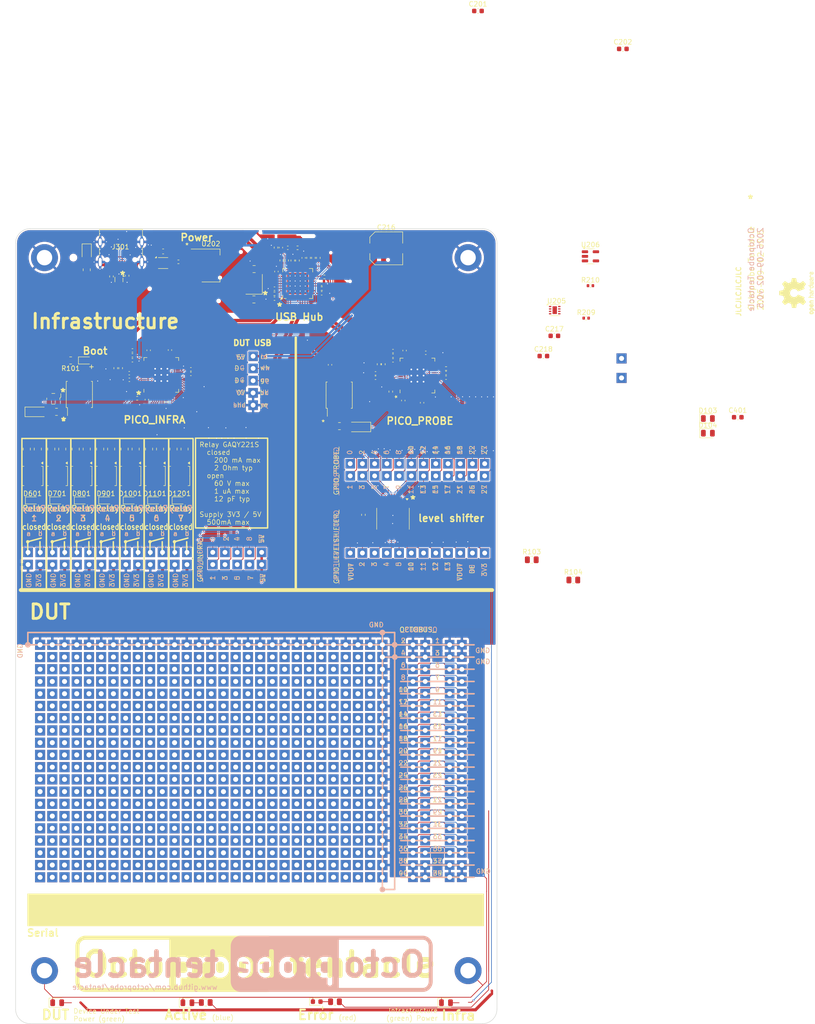
<source format=kicad_pcb>
(kicad_pcb (version 20241229) (generator "pcbnew") (generator_version "9.0")
  (title_block (title "Octoprobe Tentacle") (date "2025-09-02") (rev "0.5") (company "Hans Märki, Märki Informatik") (comment 1 "The MIT License (MIT)"))
  (layers (0 "F.Cu" signal) (2 "B.Cu" signal) (13 "F.Paste" user) (15 "B.Paste" user) (5 "F.SilkS" user "F.Silkscreen") (7 "B.SilkS" user "B.Silkscreen") (1 "F.Mask" user) (3 "B.Mask" user) (25 "Edge.Cuts" user))
  (net 0 "")
  (net 1 "+3V3dut")
  (net 2 "/RP2 CPU/+1V1")
  (net 3 "HUB+5V")
  (net 4 "+5Vbuf")
  (net 5 "GND")
  (net 6 "VBUS_DET")
  (net 7 "/USB Hub Chip/RESET")
  (net 8 "/USB Hub Chip/XTALIN")
  (net 9 "/USB Hub Chip/XTALOUT")
  (net 10 "Net-(U302-PLLFILT)")
  (net 11 "+3V3infra")
  (net 12 "+3V3")
  (net 13 "Net-(U302-CRFILT)")
  (net 14 "RELAIS_4")
  (net 15 "Net-(D103-A)")
  (net 16 "Net-(D201-A)")
  (net 17 "Net-(D202-A)")
  (net 18 "Net-(D301-A)")
  (net 19 "RELAIS_5")
  (net 20 "Net-(D104-A)")
  (net 21 "Net-(U201-GPIO20)")
  (net 22 "Net-(D101-K)")
  (net 24 "RP2_INFRA_BOOT")
  (net 25 "/USB Hub Chip/USB_UP_D+")
  (net 26 "/USB Hub Chip/USB_UP_D-")
  (net 27 "Net-(D801-A)")
  (net 28 "/RP2 PROBE/+1V1")
  (net 29 "Net-(D1501-A)")
  (net 30 "/USB_DUT_D+")
  (net 31 "Net-(U201-USB-DP)")
  (net 32 "Net-(U201-USB-DM)")
  (net 33 "RELAIS_1")
  (net 35 "/Relay Breakout/RELAY_OUT_7A")
  (net 36 "RP2_PROBE_BOOT")
  (net 37 "Net-(D901-A)")
  (net 39 "RELAIS_2")
  (net 40 "RELAIS_3")
  (net 41 "Net-(D1101-A)")
  (net 42 "Net-(D1201-A)")
  (net 43 "Net-(J301-CC1)")
  (net 46 "Net-(J301-CC2)")
  (net 47 "/USB_DUT_D-")
  (net 48 "Net-(J1302-Pin_18)")
  (net 49 "Net-(J1302-Pin_33)")
  (net 50 "Net-(J1302-Pin_19)")
  (net 51 "Net-(J1302-Pin_16)")
  (net 53 "RP2_PROBE_RUN")
  (net 55 "Net-(J1302-Pin_25)")
  (net 57 "Net-(U204-dV{slash}dT)")
  (net 60 "Net-(J1302-Pin_13)")
  (net 61 "Net-(J1302-Pin_34)")
  (net 62 "Net-(J1302-Pin_27)")
  (net 63 "Net-(J1302-Pin_6)")
  (net 66 "Net-(J1302-Pin_5)")
  (net 67 "Net-(J1302-Pin_36)")
  (net 68 "Net-(J1302-Pin_23)")
  (net 69 "Net-(J1302-Pin_22)")
  (net 70 "Net-(J1302-Pin_17)")
  (net 71 "/Relay Breakout/RELAY_OUT_4A")
  (net 72 "/Relay Breakout/RELAY_OUT_2A")
  (net 73 "/Relay Breakout/RELAY_OUT_3B")
  (net 74 "/Relay Breakout/RELAY_OUT_5B")
  (net 75 "/Relay Breakout/RELAY_OUT_6A")
  (net 76 "/Relay Breakout/RELAY_OUT_6B")
  (net 77 "/Relay Breakout/RELAY_OUT_3A")
  (net 78 "/Relay Breakout/RELAY_OUT_2B")
  (net 79 "/Relay Breakout/RELAY_OUT_4B")
  (net 81 "/Relay Breakout/RELAY_OUT_7B")
  (net 82 "/Relay Breakout/RELAY_OUT_1A")
  (net 83 "RELAIS_6")
  (net 84 "/Relay Breakout/RELAY_OUT_5A")
  (net 85 "/Relay Breakout/RELAY_OUT_1B")
  (net 86 "Net-(J1302-Pin_35)")
  (net 87 "Net-(U201-GPIO24)")
  (net 88 "Net-(J1302-Pin_30)")
  (net 89 "Net-(J1302-Pin_9)")
  (net 90 "Net-(J1302-Pin_15)")
  (net 91 "/RP2 CPU/QSPI_SS")
  (net 92 "Net-(J1302-Pin_11)")
  (net 93 "Net-(J1302-Pin_29)")
  (net 94 "Net-(J1302-Pin_26)")
  (net 95 "Net-(J1302-Pin_21)")
  (net 96 "Net-(J1302-Pin_8)")
  (net 97 "Net-(J1302-Pin_12)")
  (net 98 "Net-(J1302-Pin_24)")
  (net 99 "Net-(J1302-Pin_20)")
  (net 100 "Net-(J1302-Pin_32)")
  (net 101 "Net-(J1302-Pin_28)")
  (net 102 "Net-(J1302-Pin_7)")
  (net 103 "Net-(J1302-Pin_10)")
  (net 104 "/RP2 CPU/QSPI_SD1")
  (net 105 "/RP2 CPU/QSPI_SCLK")
  (net 106 "/RP2 CPU/QSPI_SD0")
  (net 107 "/RP2 CPU/QSPI_SD3")
  (net 108 "/RP2 CPU/QSPI_SD2")
  (net 109 "Net-(U205-dV{slash}dT)")
  (net 110 "/USB Hub Chip/PRT_PWR3")
  (net 111 "/USB Hub Chip/USB_DM4")
  (net 112 "/USB Hub Chip/USB_DP4")
  (net 113 "Net-(J1302-Pin_14)")
  (net 114 "Net-(J1302-Pin_31)")
  (net 115 "Net-(D203-A)")
  (net 116 "RELAIS_7")
  (net 117 "Net-(D601-A)")
  (net 118 "Net-(D701-A)")
  (net 119 "Net-(D1001-A)")
  (net 120 "Net-(U1501-USB-DP)")
  (net 121 "Net-(U1501-USB-DM)")
  (net 122 "Net-(R602-Pad2)")
  (net 123 "Net-(R702-Pad2)")
  (net 124 "Net-(R1002-Pad2)")
  (net 125 "Net-(U302-SCL{slash}SMBCLK{slash}CFG_SEL0)")
  (net 126 "Net-(U302-SDA{slash}SMBDATA{slash}NON_REM1)")
  (net 127 "Net-(U302-RBIAS)")
  (net 128 "Net-(U302-SUSP_IND{slash}LOCAL_PWR{slash}NON_REM0)")
  (net 129 "Net-(U302-HS_IND{slash}CFG_SEL1)")
  (net 130 "Net-(U302-OCS_N1)")
  (net 131 "Net-(U302-OCS_N2)")
  (net 132 "Net-(U302-OCS_N3)")
  (net 133 "Net-(U302-OCS_N4)")
  (net 134 "Net-(U204-ILIM)")
  (net 135 "Net-(R802-Pad2)")
  (net 136 "Net-(R902-Pad2)")
  (net 137 "Net-(R1102-Pad2)")
  (net 138 "Net-(R1202-Pad2)")
  (net 139 "Net-(U205-ILIM)")
  (net 141 "/RP2 PROBE/QSPI_SS")
  (net 143 "/RP2 CPU/12MHz")
  (net 144 "/USB Hub Chip/PRT_PWR4")
  (net 146 "/RP2 PROBE/QSPI_SD2")
  (net 148 "/RP2 PROBE/QSPI_SD1")
  (net 149 "/RP2 PROBE/QSPI_SD0")
  (net 152 "/RP2 PROBE/QSPI_SCLK")
  (net 155 "/RP2 PROBE/QSPI_SD3")
  (net 157 "Net-(J201-Pin_1)")
  (net 158 "Net-(J201-Pin_2)")
  (net 159 "Net-(J201-Pin_5)")
  (net 160 "Net-(J201-Pin_3)")
  (net 161 "Net-(J201-Pin_6)")
  (net 162 "Net-(J201-Pin_7)")
  (net 163 "Net-(J201-Pin_4)")
  (net 164 "Net-(J201-Pin_8)")
  (net 166 "/RP2 PROBE/GPIO0")
  (net 167 "/RP2 PROBE/GPIO1")
  (net 169 "/RP2 PROBE/GPIO21")
  (net 170 "/RP2 PROBE/GPIO12")
  (net 171 "/RP2 PROBE/GPIO15")
  (net 172 "/RP2 PROBE/GPIO5")
  (net 173 "/RP2 PROBE/GPIO7")
  (net 174 "/RP2 PROBE/GPIO14")
  (net 175 "/RP2 PROBE/GPIO17")
  (net 176 "/RP2 PROBE/GPIO6")
  (net 177 "/RP2 PROBE/GPIO18")
  (net 178 "/RP2 PROBE/GPIO13")
  (net 179 "/RP2 PROBE/GPIO10")
  (net 180 "/RP2 PROBE/GPIO3")
  (net 181 "/RP2 PROBE/GPIO9")
  (net 182 "/RP2 PROBE/GPIO4")
  (net 183 "/RP2 PROBE/GPIO11")
  (net 185 "/RP2 PROBE/GPIO16")
  (net 186 "/RP2 PROBE/GPIO8")
  (net 187 "/RP2 PROBE/GPIO2")
  (net 188 "/RP2 PROBE/GPIO22")
  (net 189 "/RP2 PROBE/GPIO27")
  (net 190 "/RP2 PROBE/GPIO28")
  (net 191 "/RP2 PROBE/GPIO26")
  (net 192 "Net-(J1502-Pin_1)")
  (net 193 "/RP2 PROBE/B4")
  (net 194 "/RP2 PROBE/B8")
  (net 195 "/RP2 PROBE/B3")
  (net 196 "/RP2 PROBE/B1")
  (net 197 "/RP2 PROBE/B7")
  (net 198 "/RP2 PROBE/B6")
  (net 199 "/RP2 PROBE/B2")
  (net 200 "/RP2 PROBE/B5")
  (net 201 "Net-(J1502-Pin_11)")
  (net 202 "/USB Hub Chip/USB_DM1")
  (net 203 "/USB_PROBE_D+")
  (net 204 "/USB Hub Chip/USB_DP1")
  (net 205 "/USB_PROBE_D-")
  (net 206 "Net-(D302-I{slash}O1-Pad1)")
  (net 207 "Net-(D302-I{slash}O2-Pad3)")
  (net 208 "_USB_PROBE_D-")
  (net 209 "_USB_PROBE_D+")
  (net 210 "/USB Hub Chip/USB_DP2")
  (net 211 "/USB_INFRA_D+")
  (net 212 "/USB_INFRA_D-")
  (net 213 "/USB Hub Chip/USB_DM2")
  (net 214 "Net-(J202-Pin_2)")
  (net 215 "Net-(J202-Pin_3)")
  (net 216 "/USB Hub Chip/USB_DM3")
  (net 217 "/USB Hub Chip/USB_DP3")
  (net 218 "_USB_INFRA_D+")
  (net 219 "_USB_INFRA_D-")
  (net 220 "Net-(U302-USBDM_UP)")
  (net 221 "Net-(U302-USBDP_UP)")
  (net 222 "Net-(U206-SET)")
  (net 223 "DUT_PWR_EN")
  (net 226 "RP2_INFRA_PWR_EN")
  (footprint "00_project_library:octoprobe_breakout_PB_NC" (layer "F.Cu") (at 122.26 118.86)
    (property "Reference" "" (hide yes))
    (property "Value" "prototype_NC" (hide yes))
  )
  (footprint "00_project_library:octoprobe_breakout_PB_NC" (layer "F.Cu") (at 66.38 118.86)
    (property "Reference" "" (hide yes))
    (property "Value" "prototype_NC" (hide yes))
  )
  (footprint "00_project_library:octoprobe_breakout_PB_NC" (layer "F.Cu") (at 101.94 116.32)
    (property "Reference" "" (hide yes))
    (property "Value" "prototype_NC" (hide yes))
  )
  (footprint "00_project_library:octoprobe_breakout_PB_NC" (layer "F.Cu") (at 89.24 111.24)
    (property "Reference" "" (hide yes))
    (property "Value" "prototype_NC" (hide yes))
  )
  (footprint "00_project_library:octoprobe_breakout_PB_NC" (layer "F.Cu") (at 104.48 141.72)
    (property "Reference" "" (hide yes))
    (property "Value" "prototype_NC" (hide yes))
  )
  (footprint "00_project_library:octoprobe_breakout_PB_NC" (layer "F.Cu") (at 63.84 108.7)
    (property "Reference" "" (hide yes))
    (property "Value" "prototype_NC" (hide yes))
  )
  (footprint "Resistor_SMD:R_0402_1005Metric" (layer "F.Cu") (at 120.633 23.3052 -90)
    (property "Reference" "R315" (hide yes))
    (property "Value" "10k")
  )
  (footprint "00_project_library:octoprobe_breakout_PB_NC" (layer "F.Cu") (at 99.4 134.1)
    (property "Reference" "" (hide yes))
    (property "Value" "prototype_NC" (hide yes))
  )
  (footprint "00_project_library:octoprobe_breakout_PB_NC" (layer "F.Cu") (at 89.24 129.02)
    (property "Reference" "" (hide yes))
    (property "Value" "prototype_NC" (hide yes))
  )
  (footprint "00_project_library:octoprobe_breakout_PB" (layer "F.Cu") (at 74 103.62)
    (property "Reference" "" (hide yes))
    (property "Value" "prototype_GND" (hide yes))
  )
  (footprint "00_project_library:octoprobe_breakout_PB_NC" (layer "F.Cu") (at 119.72 141.72)
    (property "Reference" "" (hide yes))
    (property "Value" "prototype_NC" (hide yes))
  )
  (footprint "00_project_library:octoprobe_breakout_PB_NC" (layer "F.Cu") (at 112.1 111.24)
    (property "Reference" "" (hide yes))
    (property "Value" "prototype_NC" (hide yes))
  )
  (footprint "00_project_library:octoprobe_breakout_PB_NC" (layer "F.Cu") (at 94.32 123.94)
    (property "Reference" "" (hide yes))
    (property "Value" "prototype_NC" (hide yes))
  )
  (footprint "00_project_library:octoprobe_breakout_PB_NC" (layer "F.Cu") (at 104.48 144.26)
    (property "Reference" "" (hide yes))
    (property "Value" "prototype_NC" (hide yes))
  )
  (footprint "00_project_library:octoprobe_breakout_PB_NC" (layer "F.Cu") (at 91.78 141.72)
    (property "Reference" "" (hide yes))
    (property "Value" "prototype_NC" (hide yes))
  )
  (footprint "Capacitor_SMD:C_0603_1608Metric" (layer "F.Cu") (at 170.688 39.497)
    (property "Reference" "C217")
    (property "Value" "10u")
  )
  (footprint "00_project_library:octoprobe_breakout_PB_NC" (layer "F.Cu") (at 122.26 146.8)
    (property "Reference" "" (hide yes))
    (property "Value" "prototype_NC" (hide yes))
  )
  (footprint "00_project_library:octoprobe_breakout_PB_NC" (layer "F.Cu") (at 96.86 126.48)
    (property "Reference" "" (hide yes))
    (property "Value" "prototype_NC" (hide yes))
  )
  (footprint "00_project_library:octoprobe_breakout_PB_NC" (layer "F.Cu") (at 81.62 108.7)
    (property "Reference" "" (hide yes))
    (property "Value" "prototype_NC" (hide yes))
  )
  (footprint "Capacitor_SMD:C_0402_1005Metric" (layer "F.Cu") (at 133.5302 47.2776 180)
    (property "Reference" "C1505" (hide yes))
    (property "Value" "100n")
  )
  (footprint "00_project_library:octoprobe_breakout_PB_NC" (layer "F.Cu") (at 76.54 118.86)
    (property "Reference" "" (hide yes))
    (property "Value" "prototype_NC" (hide yes))
  )
  (footprint "00_project_library:octoprobe_breakout_PB_NC" (layer "F.Cu") (at 66.38 123.94)
    (property "Reference" "" (hide yes))
    (property "Value" "prototype_NC" (hide yes))
  )
  (footprint "Crystal:Crystal_SMD_3225-4Pin_3.2x2.5mm" (layer "F.Cu") (at 108.3041 28.7848 90)
    (property "Reference" "Y301" (hide yes))
    (property "Value" "24MHz")
  )
  (footprint "00_project_library:octoprobe_breakout_PB_NC" (layer "F.Cu") (at 109.56 139.18)
    (property "Reference" "" (hide yes))
    (property "Value" "prototype_NC" (hide yes))
  )
  (footprint "00_project_library:octoprobe_breakout_PB" (layer "F.Cu") (at 66.38 103.62)
    (property "Reference" "" (hide yes))
    (property "Value" "prototype_GND" (hide yes))
  )
  (footprint "00_project_library:octoprobe_breakout_PB_NC" (layer "F.Cu") (at 101.94 149.34)
    (property "Reference" "" (hide yes))
    (property "Value" "prototype_NC" (hide yes))
  )
  (footprint "00_project_library:octoprobe_breakout_PB_NC" (layer "F.Cu") (at 107.02 151.88)
    (property "Reference" "" (hide yes))
    (property "Value" "prototype_NC" (hide yes))
  )
  (footprint "Capacitor_SMD:C_0805_2012Metric" (layer "F.Cu") (at 108.2685 31.9344 180)
    (property "Reference" "C307" (hide yes))
    (property "Value" "18p")
  )
  (footprint "Capacitor_SMD:C_0402_1005Metric" (layer "F.Cu") (at 137.16 44.5852 180)
    (property "Reference" "C1503" (hide yes))
    (property "Value" "1u")
  )
  (footprint "00_project_library:octoprobe_breakout_PB_NC" (layer "F.Cu") (at 91.78 144.26)
    (property "Reference" "" (hide yes))
    (property "Value" "prototype_NC" (hide yes))
  )
  (footprint "00_project_library:octoprobe_breakout_PB" (layer "F.Cu") (at 91.78 103.62)
    (property "Reference" "" (hide yes))
    (property "Value" "prototype_GND" (hide yes))
  )
  (footprint "00_project_library:octoprobe_breakout_PB_NC" (layer "F.Cu") (at 109.56 126.48)
    (property "Reference" "" (hide yes))
    (property "Value" "prototype_NC" (hide yes))
  )
  (footprint "00_project_library:octoprobe_breakout_PB_NC" (layer "F.Cu") (at 91.78 111.24)
    (property "Reference" "" (hide yes))
    (property "Value" "prototype_NC" (hide yes))
  )
  (footprint "00_project_library:octoprobe_breakout_PB_NC" (layer "F.Cu") (at 112.1 129.02)
    (property "Reference" "" (hide yes))
    (property "Value" "prototype_NC" (hide yes))
  )
  (footprint "00_project_library:octoprobe_breakout_PB_NC" (layer "F.Cu") (at 132.417334 123.924687)
    (property "Reference" "" (hide yes))
    (property "Value" "prototype_NC" (hide yes))
  )
  (footprint "Resistor_SMD:R_0402_1005Metric" (layer "F.Cu") (at 131.0132 76.6452 90)
    (property "Reference" "R1505" (hide yes))
    (property "Value" "100K")
  )
  (footprint "00_project_library:octoprobe_breakout_PB_NC" (layer "F.Cu") (at 114.64 123.94)
    (property "Reference" "" (hide yes))
    (property "Value" "prototype_NC" (hide yes))
  )
  (footprint "00_project_library:octoprobe_breakout_PB_NC" (layer "F.Cu") (at 81.62 121.4)
    (property "Reference" "" (hide yes))
    (property "Value" "prototype_NC" (hide yes))
  )
  (footprint "Capacitor_SMD:C_0402_1005Metric" (layer "F.Cu") (at 112.539 31.782 180)
    (property "Reference" "C301" (hide yes))
    (property "Value" "100n")
  )
  (footprint "00_project_library:octoprobe_breakout_PB_NC" (layer "F.Cu") (at 63.84 141.72)
    (property "Reference" "" (hide yes))
    (property "Value" "prototype_NC" (hide yes))
  )
  (footprint "00_project_library:octoprobe_breakout_PB_NC" (layer "F.Cu") (at 99.4 151.88)
    (property "Reference" "" (hide yes))
    (property "Value" "prototype_NC" (hide yes))
  )
  (footprint "00_project_library:octoprobe_breakout_PB_NC" (layer "F.Cu") (at 101.94 126.48)
    (property "Reference" "" (hide yes))
    (property "Value" "prototype_NC" (hide yes))
  )
  (footprint "Resistor_SMD:R_0805_2012Metric" (layer "F.Cu") (at 126.0348 58.2302)
    (property "Reference" "R1503" (hide yes))
    (property "Value" "0R")
  )
  (footprint "00_project_library:octoprobe_breakout_PB_NC" (layer "F.Cu") (at 71.46 136.64)
    (property "Reference" "" (hide yes))
    (property "Value" "prototype_NC" (hide yes))
  )
  (footprint "00_project_library:octoprobe_breakout_PB_NC" (layer "F.Cu") (at 84.16 146.8)
    (property "Reference" "" (hide yes))
    (property "Value" "prototype_NC" (hide yes))
  )
  (footprint "00_project_library:octoprobe_breakout_PB_NC" (layer "F.Cu") (at 76.54 131.56)
    (property "Reference" "" (hide yes))
    (property "Value" "prototype_NC" (hide yes))
  )
  (footprint "00_project_library:octoprobe_breakout_PB_NC" (layer "F.Cu") (at 86.7 116.32)
    (property "Reference" "" (hide yes))
    (property "Value" "prototype_NC" (hide yes))
  )
  (footprint "00_project_library:octoprobe_breakout_PB_NC" (layer "F.Cu") (at 94.32 116.32)
    (property "Reference" "" (hide yes))
    (property "Value" "prototype_NC" (hide yes))
  )
  (footprint "00_project_library:octoprobe_breakout_PB" (layer "F.Cu") (at 134.96 141.72)
    (property "Reference" "" (hide yes))
    (property "Value" "prototype_GND" (hide yes))
  )
  (footprint "00_project_library:octoprobe_breakout_PB_NC" (layer "F.Cu") (at 104.48 146.8)
    (property "Reference" "" (hide yes))
    (property "Value" "prototype_NC" (hide yes))
  )
  (footprint "Capacitor_SMD:C_0402_1005Metric" (layer "F.Cu") (at 124.079 45.5048 90)
    (property "Reference" "C1507" (hide yes))
    (property "Value" "100n")
  )
  (footprint "00_project_library:octoprobe_breakout_PB_NC" (layer "F.Cu") (at 68.92 146.8)
    (property "Reference" "" (hide yes))
    (property "Value" "prototype_NC" (hide yes))
  )
  (footprint "00_project_library:octoprobe_breakout_PB_NC" (layer "F.Cu") (at 63.84 116.32)
    (property "Reference" "" (hide yes))
    (property "Value" "prototype_NC" (hide yes))
  )
  (footprint "00_project_library:octoprobe_breakout_PB" (layer "F.Cu") (at 119.72 103.62)
    (property "Reference" "" (hide yes))
    (property "Value" "prototype_GND" (hide yes))
  )
  (footprint "00_project_library:octoprobe_breakout_PB_NC" (layer "F.Cu") (at 71.46 123.94)
    (property "Reference" "" (hide yes))
    (property "Value" "prototype_NC" (hide yes))
  )
  (footprint "Capacitor_SMD:C_0402_1005Metric" (layer "F.Cu") (at 148.1836 47.2186)
    (property "Reference" "C1501" (hide yes))
    (property "Value" "100n" (hide yes))
  )
  (footprint "00_project_library:octoprobe_breakout_PB_NC" (layer "F.Cu") (at 71.46 129.02)
    (property "Reference" "" (hide yes))
    (property "Value" "prototype_NC" (hide yes))
  )
  (footprint "00_project_library:octoprobe_breakout_PB_NC" (layer "F.Cu") (at 117.18 121.4)
    (property "Reference" "" (hide yes))
    (property "Value" "prototype_NC" (hide yes))
  )
  (footprint "00_project_library:octoprobe_breakout_PB_NC" (layer "F.Cu") (at 94.32 136.64)
    (property "Reference" "" (hide yes))
    (property "Value" "prototype_NC" (hide yes))
  )
  (footprint "00_project_library:octoprobe_breakout_PB_NC" (layer "F.Cu") (at 99.4 123.94)
    (property "Reference" "" (hide yes))
    (property "Value" "prototype_NC" (hide yes))
  )
  (footprint "00_project_library:octoprobe_breakout_PB_NC" (layer "F.Cu") (at 89.24 113.78)
    (property "Reference" "" (hide yes))
    (property "Value" "prototype_NC" (hide yes))
  )
  (footprint "00_project_library:octoprobe_breakout_PB" (layer "F.Cu") (at 76.54 103.62)
    (property "Reference" "" (hide yes))
    (property "Value" "prototype_GND" (hide yes))
  )
  (footprint "00_project_library:octoprobe_breakout_PB_NC" (layer "F.Cu") (at 63.84 121.4)
    (property "Reference" "" (hide yes))
    (property "Value" "prototype_NC" (hide yes))
  )
  (footprint "00_project_library:octoprobe_breakout_PB_NC" (layer "F.Cu") (at 129.88 129.02)
    (property "Reference" "" (hide yes))
    (property "Value" "prototype_NC" (hide yes))
  )
  (footprint "Resistor_SMD:R_0402_1005Metric" (layer "F.Cu") (at 136.7028 51.0674 90)
    (property "Reference" "R1504" (hide yes))
    (property "Value" "10K")
  )
  (footprint "00_project_library:octoprobe_breakout_PB_NC" (layer "F.Cu") (at 94.32 134.1)
    (property "Reference" "" (hide yes))
    (property "Value" "prototype_NC" (hide yes))
  )
  (footprint "00_project_library:octoprobe_breakout_PB_NC" (layer "F.Cu") (at 84.16 118.86)
    (property "Reference" "" (hide yes))
    (property "Value" "prototype_NC" (hide yes))
  )
  (footprint "00_project_library:octoprobe_breakout_PB_NC" (layer "F.Cu") (at 81.62 144.26)
    (property "Reference" "" (hide yes))
    (property "Value" "prototype_NC" (hide yes))
  )
  (footprint "00_project_library:octoprobe_breakout_PB_NC" (layer "F.Cu") (at 101.94 108.7)
    (property "Reference" "" (hide yes))
    (property "Value" "prototype_NC" (hide yes))
  )
  (footprint "00_project_library:octoprobe_breakout_PB_NC" (layer "F.Cu") (at 122.26 149.34)
    (property "Reference" "" (hide yes))
    (property "Value" "prototype_NC" (hide yes))
  )
  (footprint "00_project_library:octoprobe_breakout_PB" (layer "F.Cu") (at 109.56 103.62)
    (property "Reference" "" (hide yes))
    (property "Value" "prototype_GND" (hide yes))
  )
  (footprint "Resistor_SMD:R_0402_1005Metric" (layer "F.Cu") (at 115.0704 23.8386 90)
    (property "Reference" "R306" (hide yes))
    (property "Value" "100k")
  )
  (footprint "00_project_library:octoprobe_breakout_PB_NC" (layer "F.Cu") (at 112.1 131.56)
    (property "Reference" "" (hide yes))
    (property "Value" "prototype_NC" (hide yes))
  )
  (footprint "00_project_library:octoprobe_breakout_PB_NC" (layer "F.Cu") (at 107.02 136.64)
    (property "Reference" "" (hide yes))
    (property "Value" "prototype_NC" (hide yes))
  )
  (footprint "Resistor_SMD:R_0402_1005Metric" (layer "F.Cu") (at 119.617 23.3052 -90)
    (property "Reference" "R308" (hide yes))
    (property "Value" "100k")
  )
  (footprint "00_project_library:PinSocket_2x14_P2.54mm_Vertical_squarepad" (layer "F.Cu") (at 61.34005 84.4325 90)
    (property "Reference" "J501" (hide yes))
    (property "Value" "Conn_02x20")
  )
  (footprint "00_project_library:octoprobe_breakout_PB_NC" (layer "F.Cu") (at 71.46 108.7)
    (property "Reference" "" (hide yes))
    (property "Value" "prototype_NC" (hide yes))
  )
  (footprint "00_project_library:octoprobe_breakout_PB_NC" (layer "F.Cu") (at 109.56 116.32)
    (property "Reference" "" (hide yes))
    (property "Value" "prototype_NC" (hide yes))
  )
  (footprint "Resistor_SMD:R_0805_2012Metric" (layer "F.Cu") (at 73.53205 62.993 -90)
    (property "Reference" "R802" (hide yes))
    (property "Value" "390")
  )
  (footprint "00_project_library:octoprobe_breakout_PB" (layer "F.Cu") (at 134.96 146.8)
    (property "Reference" "" (hide yes))
    (property "Value" "prototype_GND" (hide yes))
  )
  (footprint "00_project_library:octoprobe_breakout_PB_NC" (layer "F.Cu") (at 63.84 149.34)
    (property "Reference" "" (hide yes))
    (property "Value" "prototype_NC" (hide yes))
  )
  (footprint "00_project_library:octoprobe_breakout_PB_NC" (layer "F.Cu") (at 107.02 121.4)
    (property "Reference" "" (hide yes))
    (property "Value" "prototype_NC" (hide yes))
  )
  (footprint "00_project_library:octoprobe_breakout_PB_NC" (layer "F.Cu") (at 68.92 116.32)
    (property "Reference" "" (hide yes))
    (property "Value" "prototype_NC" (hide yes))
  )
  (footprint "00_project_library:octoprobe_breakout_PB" (layer "F.Cu") (at 99.4 103.62)
    (property "Reference" "" (hide yes))
    (property "Value" "prototype_GND" (hide yes))
  )
  (footprint "Capacitor_SMD:C_Elec_6.3x5.8" (layer "F.Cu") (at 135.763 21.336)
    (property "Reference" "C216")
    (property "Value" "470u")
  )
  (footprint "00_project_library:octoprobe_breakout_PB" (layer "F.Cu") (at 86.7 103.62)
    (property "Reference" "" (hide yes))
    (property "Value" "prototype_GND" (hide yes))
  )
  (footprint "00_project_library:octoprobe_breakout_PB_NC" (layer "F.Cu") (at 74 106.172)
    (property "Reference" "" (hide yes))
    (property "Value" "prototype_NC" (hide yes))
  )
  (footprint "00_project_library:octoprobe_breakout_PB_NC" (layer "F.Cu") (at 91.78 131.56)
    (property "Reference" "" (hide yes))
    (property "Value" "prototype_NC" (hide yes))
  )
  (footprint "00_project_library:SOP-4_4.4x4.3mm_P2.54mm" (layer "F.Cu") (at 82.62525 68.581 -90)
    (property "Reference" "U1001" (hide yes))
    (property "Value" "GAQY221S")
  )
  (footprint "00_project_library:octoprobe_breakout_PB" (layer "F.Cu") (at 124.8 103.62)
    (property "Reference" "" (hide yes))
    (property "Value" "prototype_GND" (hide yes))
  )
  (footprint "00_project_library:octoprobe_breakout_PB_NC" (layer "F.Cu") (at 89.24 126.48)
    (property "Reference" "" (hide yes))
    (property "Value" "prototype_NC" (hide yes))
  )
  (footprint "00_project_library:octoprobe_breakout_PB" (layer "F.Cu") (at 107.02 103.62)
    (property "Reference" "" (hide yes))
    (property "Value" "prototype_GND" (hide yes))
  )
  (footprint "00_project_library:octoprobe_breakout_PB_NC" (layer "F.Cu") (at 109.56 134.1)
    (property "Reference" "" (hide yes))
    (property "Value" "prototype_NC" (hide yes))
  )
  (footprint "00_project_library:octoprobe_breakout_PB_NC" (layer "F.Cu") (at 99.4 121.4)
    (property "Reference" "" (hide yes))
    (property "Value" "prototype_NC" (hide yes))
  )
  (footprint "00_project_library:octoprobe_breakout_PB_NC" (layer "F.Cu") (at 79.08 116.32)
    (property "Reference" "" (hide yes))
    (property "Value" "prototype_NC" (hide yes))
  )
  (footprint "LED_SMD:LED_0805_2012Metric" (layer "F.Cu") (at 67.396 177.923)
    (property "Reference" "D103" (hide yes))
    (property "Value" "green")
  )
  (footprint "00_project_library:octoprobe_breakout_PB_NC" (layer "F.Cu") (at 74 144.26)
    (property "Reference" "" (hide yes))
    (property "Value" "prototype_NC" (hide yes))
  )
  (footprint "00_project_library:octoprobe_breakout_PB_NC" (layer "F.Cu") (at 71.46 113.78)
    (property "Reference" "" (hide yes))
    (property "Value" "prototype_NC" (hide yes))
  )
  (footprint "Resistor_SMD:R_0805_2012Metric" (layer "F.Cu") (at 98.257 177.878 180)
    (property "Reference" "R201" (hide yes))
    (property "Value" "1k" (hide yes))
  )
  (footprint "00_project_library:octoprobe_breakout_PB_NC" (layer "F.Cu") (at 81.62 141.72)
    (property "Reference" "" (hide yes))
    (property "Value" "prototype_NC" (hide yes))
  )
  (footprint "00_project_library:octoprobe_breakout_PB_NC" (layer "F.Cu") (at 129.88 144.26)
    (property "Reference" "" (hide yes))
    (property "Value" "prototype_NC" (hide yes))
  )
  (footprint "00_project_library:octoprobe_breakout_PB_NC" (layer "F.Cu") (at 132.417334 144.244687)
    (property "Reference" "" (hide yes))
    (property "Value" "prototype_NC" (hide yes))
  )
  (footprint "00_project_library:octoprobe_relay" (layer "F.Cu") (at 90.55005 92.0425)
    (property "Reference" "UR1201" (hide yes))
    (property "Value" "7")
  )
  (footprint "00_project_library:octoprobe_relay" (layer "F.Cu") (at 80.39005 92.0425)
    (property "Reference" "UR1001" (hide yes))
    (property "Value" "5")
  )
  (footprint "00_project_library:octoprobe_breakout_PB_NC" (layer "F.Cu") (at 124.8 151.88)
    (property "Reference" "" (hide yes))
    (property "Value" "prototype_NC" (hide yes))
  )
  (footprint "00_project_library:octoprobe_breakout_PB_NC" (layer "F.Cu") (at 84.16 149.34)
    (property "Reference" "" (hide yes))
    (property "Value" "prototype_NC" (hide yes))
  )
  (footprint "00_project_library:octoprobe_breakout_PB_NC" (layer "F.Cu") (at 124.8 106.172)
    (property "Reference" "" (hide yes))
    (property "Value" "prototype_NC" (hide yes))
  )
  (footprint "00_project_library:octoprobe_breakout_PB_NC" (layer "F.Cu") (at 127.34 129.02)
    (property "Reference" "" (hide yes))
    (property "Value" "prototype_NC" (hide yes))
  )
  (footprint "Capacitor_SMD:C_0402_1005Metric" (layer "F.Cu") (at 82.3901 48.6185 180)
    (property "Reference" "C204" (hide yes))
    (property "Value" "100n")
  )
  (footprint "00_project_library:octoprobe_breakout_PB_NC" (layer "F.Cu") (at 132.417334 139.164687)
    (property "Reference" "" (hide yes))
    (property "Value" "prototype_NC" (hide yes))
  )
  (footprint "00_project_library:octoprobe_breakout_PB_NC" (layer "F.Cu") (at 122.26 121.4)
    (property "Reference" "" (hide yes))
    (property "Value" "prototype_NC" (hide yes))
  )
  (footprint "00_project_library:octoprobe_breakout_PB_NC" (layer "F.Cu") (at 124.8 131.56)
    (property "Reference" "" (hide yes))
    (property "Value" "prototype_NC" (hide yes))
  )
  (footprint "00_project_library:octoprobe_breakout_PB_NC" (layer "F.Cu") (at 86.7 113.78)
    (property "Reference" "" (hide yes))
    (property "Value" "prototype_NC" (hide yes))
  )
  (footprint "00_project_library:octoprobe_breakout_PB_NC" (layer "F.Cu") (at 107.02 139.18)
    (property "Reference" "" (hide yes))
    (property "Value" "prototype_NC" (hide yes))
  )
  (footprint "00_project_library:octoprobe_breakout_PB_NC" (layer "F.Cu") (at 122.26 129.02)
    (property "Reference" "" (hide yes))
    (property "Value" "prototype_NC" (hide yes))
  )
  (footprint "00_project_library:octoprobe_breakout_PB_NC" (layer "F.Cu") (at 81.62 129.02)
    (property "Reference" "" (hide yes))
    (property "Value" "prototype_NC" (hide yes))
  )
  (footprint "00_project_library:octoprobe_breakout_PB_NC" (layer "F.Cu") (at 107.02 149.34)
    (property "Reference" "" (hide yes))
    (property "Value" "prototype_NC" (hide yes))
  )
  (footprint "00_project_library:octoprobe_breakout_PB_NC" (layer "F.Cu") (at 101.94 136.64)
    (property "Reference" "" (hide yes))
    (property "Value" "prototype_NC" (hide yes))
  )
  (footprint "00_project_library:octoprobe_breakout_PB_NC" (layer "F.Cu") (at 104.48 136.64)
    (property "Reference" "" (hide yes))
    (property "Value" "prototype_NC" (hide yes))
  )
  (footprint "MountingHole:MountingHole_3.2mm_M3_DIN965_Pad" (layer "F.Cu") (at 64.76 171.26)
    (property "Reference" "H1307" (hide yes))
    (property "Value" "octoprobe_MountingHole")
  )
  (footprint "00_project_library:octoprobe_breakout_PB_NC" (layer "F.Cu") (at 89.24 131.56)
    (property "Reference" "" (hide yes))
    (property "Value" "prototype_NC" (hide yes))
  )
  (footprint "00_project_library:octoprobe_breakout_PB_NC" (layer "F.Cu") (at 104.48 113.78)
    (property "Reference" "" (hide yes))
    (property "Value" "prototype_NC" (hide yes))
  )
  (footprint "00_project_library:octoprobe_breakout_PB_NC" (layer "F.Cu") (at 66.38 113.78)
    (property "Reference" "" (hide yes))
    (property "Value" "prototype_NC" (hide yes))
  )
  (footprint "00_project_library:octoprobe_breakout_PB_NC" (layer "F.Cu") (at 76.54 121.4)
    (property "Reference" "" (hide yes))
    (property "Value" "prototype_NC" (hide yes))
  )
  (footprint "00_project_library:octoprobe_breakout_PB_NC" (layer "F.Cu") (at 71.46 134.1)
    (property "Reference" "" (hide yes))
    (property "Value" "prototype_NC" (hide yes))
  )
  (footprint "00_project_library:octoprobe_breakout_PB_NC" (layer "F.Cu") (at 104.48 121.4)
    (property "Reference" "" (hide yes))
    (property "Value" "prototype_NC" (hide yes))
  )
  (footprint "00_project_library:octoprobe_breakout_PB_NC" (layer "F.Cu") (at 99.4 106.172)
    (property "Reference" "" (hide yes))
    (property "Value" "prototype_NC" (hide yes))
  )
  (footprint "00_project_library:octoprobe_breakout_PB" (layer "F.Cu") (at 127.34 103.62)
    (property "Reference" "" (hide yes))
    (property "Value" "prototype_GND" (hide yes))
  )
  (footprint "00_project_library:octoprobe_breakout_PB_NC" (layer "F.Cu") (at 132.417334 108.684687)
    (property "Reference" "" (hide yes))
    (property "Value" "prototype_NC" (hide yes))
  )
  (footprint "00_project_library:octoprobe_breakout_PB_NC" (layer "F.Cu") (at 76.54 126.48)
    (property "Reference" "" (hide yes))
    (property "Value" "prototype_NC" (hide yes))
  )
  (footprint "Resistor_SMD:R_0805_2012Metric" (layer "F.Cu") (at 66.16605 62.993 90)
    (property "Reference" "R701" (hide yes))
    (property "Value" "2k2")
  )
  (footprint "00_project_library:octoprobe_breakout_PB_NC" (layer "F.Cu") (at 132.417334 113.764687)
    (property "Reference" "" (hide yes))
    (property "Value" "prototype_NC" (hide yes))
  )
  (footprint "00_project_library:octoprobe_breakout_PB_NC" (layer "F.Cu") (at 91.78 134.1)
    (property "Reference" "" (hide yes))
    (property "Value" "prototype_NC" (hide yes))
  )
  (footprint "00_project_library:octoprobe_breakout_PB" (layer "F.Cu") (at 63.84 103.62)
    (property "Reference" "" (hide yes))
    (property "Value" "prototype_GND" (hide yes))
  )
  (footprint "00_project_library:octoprobe_NetTie_USB_Differential" (layer "F.Cu") (at 120.190415 33.830415 -45)
    (property "Reference" "NT101" (hide yes))
    (property "Value" "octoprobe_NetTie_USB_Differential" (hide yes))
  )
  (footprint "00_project_library:octoprobe_breakout_PB_NC" (layer "F.Cu") (at 107.02 129.02)
    (property "Reference" "" (hide yes))
    (property "Value" "prototype_NC" (hide yes))
  )
  (footprint "00_project_library:octoprobe_breakout_PB_NC" (layer "F.Cu") (at 76.54 106.172)
    (property "Reference" "" (hide yes))
    (property "Value" "prototype_NC" (hide yes))
  )
  (footprint "00_project_library:octoprobe_breakout_PB_NC" (layer "F.Cu") (at 96.86 134.1)
    (property "Reference" "" (hide yes))
    (property "Value" "prototype_NC" (hide yes))
  )
  (footprint "00_project_library:octoprobe_breakout_PB_NC" (layer "F.Cu") (at 84.16 123.94)
    (property "Reference" "" (hide yes))
    (property "Value" "prototype_NC" (hide yes))
  )
  (footprint "00_project_library:octoprobe_breakout_PB_NC" (layer "F.Cu") (at 132.417334 134.084687)
    (property "Reference" "" (hide yes))
    (property "Value" "prototype_NC" (hide yes))
  )
  (footprint "00_project_library:octoprobe_breakout_PB_NC" (layer "F.Cu") (at 66.38 108.7)
    (property "Reference" "" (hide yes))
    (property "Value" "prototype_NC" (hide yes))
  )
  (footprint "00_project_library:octoprobe_breakout_PB_NC" (layer "F.Cu") (at 117.18 129.02)
    (property "Reference" "" (hide yes))
    (property "Value" "prototype_NC" (hide yes))
  )
  (footprint "00_project_library:LED_0603_1608Metric" (layer "F.Cu") (at 77.51995 73.661)
    (property "Reference" "D901")
    (property "Value" "white")
  )
  (footprint "Package_SO:TSSOP-20_4.4x6.5mm_P0.65mm" (layer "F.Cu") (at 137.16 77.458 -90)
    (property "Reference" "U1503" (hide yes))
    (property "Value" "TXB0108PW")
  )
  (footprint "00_project_library:octoprobe_breakout_PB_NC" (layer "F.Cu") (at 109.56 141.72)
    (property "Reference" "" (hide yes))
    (property "Value" "prototype_NC" (hide yes))
  )
  (footprint "00_project_library:octoprobe_breakout_PB_NC" (layer "F.Cu") (at 112.1 121.4)
    (property "Reference" "" (hide yes))
    (property "Value" "prototype_NC" (hide yes))
  )
  (footprint "00_project_library:octoprobe_breakout_PB_NC" (layer "F.Cu") (at 71.46 121.4)
    (property "Reference" "" (hide yes))
    (property "Value" "prototype_NC" (hide yes))
  )
  (footprint "00_project_library:octoprobe_breakout_PB_NC" (layer "F.Cu") (at 104.48 126.48)
    (property "Reference" "" (hide yes))
    (property "Value" "prototype_NC" (hide yes))
  )
  (footprint "00_project_library:octoprobe_breakout_PB_NC" (layer "F.Cu") (at 101.94 139.18)
    (property "Reference" "" (hide yes))
    (property "Value" "prototype_NC" (hide yes))
  )
  (footprint "00_project_library:octoprobe_breakout_PB_NC" (layer "F.Cu") (at 66.38 136.64)
    (property "Reference" "" (hide yes))
    (property "Value" "prototype_NC" (hide yes))
  )
  (footprint "00_project_library:octoprobe_breakout_PB_NC" (layer "F.Cu") (at 127.34 141.72)
    (property "Reference" "" (hide yes))
    (property "Value" "prototype_NC" (hide yes))
  )
  (footprint "Capacitor_SMD:C_0402_1005Metric" (layer "F.Cu") (at 112.539 29.6992 180)
    (property "Reference" "C309" (hide yes))
    (property "Value" "100n")
  )
  (footprint "00_project_library:octoprobe_breakout_PB_NC" (layer "F.Cu") (at 114.64 134.1)
    (property "Reference" "" (hide yes))
    (property "Value" "prototype_NC" (hide yes))
  )
  (footprint "00_project_library:octoprobe_breakout_PB_NC" (layer "F.Cu") (at 99.4 129.02)
    (property "Reference" "" (hide yes))
    (property "Value" "prototype_NC" (hide yes))
  )
  (footprint "00_project_library:octoprobe_breakout_PB_NC" (layer "F.Cu") (at 129.88 123.94)
    (property "Reference" "" (hide yes))
    (property "Value" "prototype_NC" (hide yes))
  )
  (footprint "00_project_library:octoprobe_breakout_PB_NC" (layer "F.Cu") (at 114.64 149.34)
    (property "Reference" "" (hide yes))
    (property "Value" "prototype_NC" (hide yes))
  )
  (footprint "00_project_library:octoprobe_breakout_PB_NC" (layer "F.Cu") (at 109.56 108.7)
    (property "Reference" "" (hide yes))
    (property "Value" "prototype_NC" (hide yes))
  )
  (footprint "00_project_library:octoprobe_breakout_PB_NC" (layer "F.Cu") (at 89.24 146.8)
    (property "Reference" "" (hide yes))
    (property "Value" "prototype_NC" (hide yes))
  )
  (footprint "Resistor_SMD:R_0805_2012Metric" (layer "F.Cu") (at 125.1048 177.7118)
    (property "Reference" "R204" (hide yes))
    (property "Value" "1k")
  )
  (footprint "Resistor_SMD:R_0402_1005Metric" (layer "F.Cu") (at 117.331 21.2224)
    (property "Reference" "R304" (hide yes))
    (property "Value" "100k")
  )
  (footprint "00_project_library:octoprobe_breakout_PB_NC" (layer "F.Cu") (at 89.24 134.1)
    (property "Reference" "" (hide yes))
    (property "Value" "prototype_NC" (hide yes))
  )
  (footprint "Resistor_SMD:R_0805_2012Metric" (layer "F.Cu") (at 174.625 90.17)
    (property "Reference" "R104")
    (property "Value" "2k2")
  )
  (footprint "00_project_library:octoprobe_breakout_PB_NC" (layer "F.Cu") (at 127.34 139.18)
    (property "Reference" "" (hide yes))
    (property "Value" "prototype_NC" (hide yes))
  )
  (footprint "00_project_library:octoprobe_breakout_PB" (layer "F.Cu") (at 112.1 103.62)
    (property "Reference" "" (hide yes))
    (property "Value" "prototype_GND" (hide yes))
  )
  (footprint "00_project_library:octoprobe_breakout_PB_NC" (layer "F.Cu") (at 99.4 118.86)
    (property "Reference" "" (hide yes))
    (property "Value" "prototype_NC" (hide yes))
  )
  (footprint "00_project_library:octoprobe_breakout_PB_NC" (layer "F.Cu") (at 86.7 106.172)
    (property "Reference" "" (hide yes))
    (property "Value" "prototype_NC" (hide yes))
  )
  (footprint "00_project_library:octoprobe_breakout_PB" (layer "F.Cu") (at 117.18 103.62)
    (property "Reference" "" (hide yes))
    (property "Value" "prototype_GND" (hide yes))
  )
  (footprint "00_project_library:octoprobe_breakout_PB_NC" (layer "F.Cu") (at 96.86 116.32)
    (property "Reference" "" (hide yes))
    (property "Value" "prototype_NC" (hide yes))
  )
  (footprint "00_project_library:octoprobe_breakout_PB_NC" (layer "F.Cu") (at 94.32 118.86)
    (property "Reference" "" (hide yes))
    (property "Value" "prototype_NC" (hide yes))
  )
  (footprint "00_project_library:octoprobe_breakout_PB_NC" (layer "F.Cu") (at 99.4 141.72)
    (property "Reference" "" (hide yes))
    (property "Value" "prototype_NC" (hide yes))
  )
  (footprint "00_project_library:octoprobe_breakout_PB_NC" (layer "F.Cu") (at 91.78 108.7)
    (property "Reference" "" (hide yes))
    (property "Value" "prototype_NC" (hide yes))
  )
  (footprint "00_project_library:octoprobe_breakout_PB_NC" (layer "F.Cu") (at 63.84 151.88)
    (property "Reference" "" (hide yes))
    (property "Value" "prototype_NC" (hide yes))
  )
  (footprint "00_project_library:octoprobe_breakout_PB_NC" (layer "F.Cu") (at 104.48 131.56)
    (property "Reference" "" (hide yes))
    (property "Value" "prototype_NC" (hide yes))
  )
  (footprint "00_project_library:octoprobe_breakout_PB_NC" (layer "F.Cu") (at 81.62 131.56)
    (property "Reference" "" (hide yes))
    (property "Value" "prototype_NC" (hide yes))
  )
  (footprint "00_project_library:octoprobe_breakout_PB_NC" (layer "F.Cu") (at 94.32 149.34)
    (property "Reference" "" (hide yes))
    (property "Value" "prototype_NC" (hide yes))
  )
  (footprint "Resistor_SMD:R_0805_2012Metric" (layer "F.Cu") (at 73.533 25.781 -90)
    (property "Reference" "R301" (hide yes))
    (property "Value" "2k2")
  )
  (footprint "Oscillator:Oscillator_SMD_ECS_2520MV-xxx-xx-4Pin_2.5x2.0mm" (layer "F.Cu") (at 66.5913 52.5555 -90)
    (property "Reference" "X201" (hide yes))
    (property "Value" "Oscillator-12MHz")
  )
  (footprint "00_project_library:octoprobe_breakout_PB_NC" (layer "F.Cu") (at 124.8 146.8)
    (property "Reference" "" (hide yes))
    (property "Value" "prototype_NC" (hide yes))
  )
  (footprint "00_project_library:octoprobe_breakout_PB_NC" (layer "F.Cu") (at 114.64 116.32)
    (property "Reference" "" (hide yes))
    (property "Value" "prototype_NC" (hide yes))
  )
  (footprint "00_project_library:octoprobe_breakout_PB_NC" (layer "F.Cu") (at 89.24 149.34)
    (property "Reference" "" (hide yes))
    (property "Value" "prototype_NC" (hide yes))
  )
  (footprint "00_project_library:octoprobe_breakout_PB_NC" (layer "F.Cu") (at 99.4 146.8)
    (property "Reference" "" (hide yes))
    (property "Value" "prototype_NC" (hide yes))
  )
  (footprint "00_project_library:octoprobe_breakout_PB_NC" (layer "F.Cu") (at 86.7 129.02)
    (property "Reference" "" (hide yes))
    (property "Value" "prototype_NC" (hide yes))
  )
  (footprint "00_project_library:octoprobe_breakout_PB_NC" (layer "F.Cu") (at 84.16 111.24)
    (property "Reference" "" (hide yes))
    (property "Value" "prototype_NC" (hide yes))
  )
  (footprint "00_project_library:octoprobe_breakout_PB_NC" (layer "F.Cu") (at 86.7 131.56)
    (property "Reference" "" (hide yes))
    (property "Value" "prototype_NC" (hide yes))
  )
  (footprint "00_project_library:octoprobe_breakout_PB_NC" (layer "F.Cu") (at 107.02 131.56)
    (property "Reference" "" (hide yes))
    (property "Value" "prototype_NC" (hide yes))
  )
  (footprint "00_project_library:octoprobe_breakout_PB_NC" (layer "F.Cu") (at 127.34 151.88)
    (property "Reference" "" (hide yes))
    (property "Value" "prototype_NC" (hide yes))
  )
  (footprint "00_project_library:octoprobe_breakout_PB_NC" (layer "F.Cu") (at 114.64 106.172)
    (property "Reference" "" (hide yes))
    (property "Value" "prototype_NC" (hide yes))
  )
  (footprint "00_project_library:octoprobe_breakout_PB_NC" (layer "F.Cu") (at 66.38 144.26)
    (property "Reference" "" (hide yes))
    (property "Value" "prototype_NC" (hide yes))
  )
  (footprint "00_project_library:octoprobe_NetTie_USB_Differential" (layer "F.Cu") (at 111.5822 46.6598 45)
    (property "Reference" "NT106" (hide yes))
    (property "Value" "octoprobe_NetTie_USB_Differential" (hide yes))
  )
  (footprint "00_project_library:octoprobe_breakout_PB_NC" (layer "F.Cu") (at 119.72 123.94)
    (property "Reference" "" (hide yes))
    (property "Value" "prototype_NC" (hide yes))
  )
  (footprint "00_project_library:octoprobe_breakout_PB_NC" (layer "F.Cu") (at 122.26 111.24)
    (property "Reference" "" (hide yes))
    (property "Value" "prototype_NC" (hide yes))
  )
  (footprint "00_project_library:octoprobe_breakout_PB_NC" (layer "F.Cu") (at 104.48 116.32)
    (property "Reference" "" (hide yes))
    (property "Value" "prototype_NC" (hide yes))
  )
  (footprint "00_project_library:octoprobe_breakout_PB_NC" (layer "F.Cu") (at 68.92 144.26)
    (property "Reference" "" (hide yes))
    (property "Value" "prototype_NC" (hide yes))
  )
  (footprint "00_project_library:octoprobe_breakout_PB_NC" (layer "F.Cu") (at 79.08 126.48)
    (property "Reference" "" (hide yes))
    (property "Value" "prototype_NC" (hide yes))
  )
  (footprint "00_project_library:RP2040-QFN-56" (layer "F.Cu") (at 142.24 47.74 90)
    (property "Reference" "U1501" (hide yes))
    (property "Value" "RP2040")
  )
  (footprint "00_project_library:octoprobe_breakout_PB_NC" (layer "F.Cu") (at 89.24 144.26)
    (property "Reference" "" (hide yes))
    (property "Value" "prototype_NC" (hide yes))
  )
  (footprint "00_project_library:octoprobe_breakout_PB_NC" (layer "F.Cu") (at 76.54 134.1)
    (property "Reference" "" (hide yes))
    (property "Value" "prototype_NC" (hide yes))
  )
  (footprint "00_project_library:octoprobe_breakout_PB_NC" (layer "F.Cu") (at 117.18 144.26)
    (property "Reference" "" (hide yes))
    (property "Value" "prototype_NC" (hide yes))
  )
  (footprint "00_project_library:octoprobe_breakout_PB_NC" (layer "F.Cu") (at 109.56 106.172)
    (property "Reference" "" (hide yes))
    (property "Value" "prototype_NC" (hide yes))
  )
  (footprint "Resistor_SMD:R_0805_2012Metric" (layer "F.Cu") (at 68.45205 62.993 -90)
    (property "Reference" "R702" (hide yes))
    (property "Value" "390")
  )
  (footprint "Capacitor_SMD:C_0402_1005Metric" (layer "F.Cu") (at 133.5302 48.192 180)
    (property "Reference" "C1502" (hide yes))
    (property "Value" "100n")
  )
  (footprint "00_project_library:octoprobe_breakout_PB_NC" (layer "F.Cu") (at 109.56 149.34)
    (property "Reference" "" (hide yes))
    (property "Value" "prototype_NC" (hide yes))
  )
  (footprint "Capacitor_SMD:C_0402_1005Metric" (layer "F.Cu") (at 143.9672 43.0156 180)
    (property "Reference" "C1510" (hide yes))
    (property "Value" "100n")
  )
  (footprint "00_project_library:octoprobe_breakout_PB_NC" (layer "F.Cu") (at 124.8 108.7)
    (property "Reference" "" (hide yes))
    (property "Value" "prototype_NC" (hide yes))
  )
  (footprint "00_project_library:octoprobe_breakout_PB_NC" (layer "F.Cu") (at 127.34 144.26)
    (property "Reference" "" (hide yes))
    (property "Value" "prototype_NC" (hide yes))
  )
  (footprint "00_project_library:octoprobe_breakout_PB_NC" (layer "F.Cu") (at 101.94 121.4)
    (property "Reference" "" (hide yes))
    (property "Value" "prototype_NC" (hide yes))
  )
  (footprint "00_project_library:SOP-4_4.4x4.3mm_P2.54mm" (layer "F.Cu") (at 62.30525 68.581 -90)
    (property "Reference" "U601" (hide yes))
    (property "Value" "GAQY221S")
  )
  (footprint "00_project_library:octoprobe_breakout_PB_NC" (layer "F.Cu") (at 79.08 151.88)
    (property "Reference" "" (hide yes))
    (property "Value" "prototype_NC" (hide yes))
  )
  (footprint "00_project_library:octoprobe_breakout_PB_NC" (layer "F.Cu") (at 117.18 116.32)
    (property "Reference" "" (hide yes))
    (property "Value" "prototype_NC" (hide yes))
  )
  (footprint "00_project_library:octoprobe_breakout_PB_NC" (layer "F.Cu") (at 86.7 126.48)
    (property "Reference" "" (hide yes))
    (property "Value" "prototype_NC" (hide yes))
  )
  (footprint "00_project_library:octoprobe_breakout_PB_NC" (layer "F.Cu") (at 109.56 111.24)
    (property "Reference" "" (hide yes))
    (property "Value" "prototype_NC" (hide yes))
  )
  (footprint "00_project_library:octoprobe_breakout_PB_NC" (layer "F.Cu") (at 124.8 126.48)
    (property "Reference" "" (hide yes))
    (property "Value" "prototype_NC" (hide yes))
  )
  (footprint "00_project_library:octoprobe_breakout_PB_NC" (layer "F.Cu") (at 89.24 151.88)
    (property "Reference" "" (hide yes))
    (property "Value" "prototype_NC" (hide yes))
  )
  (footprint "Capacitor_SMD:C_0603_1608Metric" (layer "F.Cu") (at 184.912 -20.066)
    (property "Reference" "C202")
    (property "Value" "10u")
  )
  (footprint "00_project_library:octoprobe_breakout_PB_NC" (layer "F.Cu") (at 124.8 139.18)
    (property "Reference" "" (hide yes))
    (property "Value" "prototype_NC" (hide yes))
  )
  (footprint "Capacitor_SMD:C_0402_1005Metric" (layer "F.Cu") (at 143.2052 53.3788 -90)
    (property "Reference" "C1511" (hide yes))
    (property "Value" "100n")
  )
  (footprint "MountingHole:MountingHole_3.2mm_M3_DIN965_Pad" (layer "F.Cu") (at 152.76 23.26)
    (property "Reference" "H1305" (hide yes))
    (property "Value" "octoprobe_MountingHole")
  )
  (footprint "00_project_library:octoprobe_NetTie_USB_Differential" (layer "F.Cu") (at 117.856 33.6296 -105)
    (property "Reference" "NT105" (hide yes))
    (property "Value" "octoprobe_NetTie_USB_Differential" (hide yes))
  )
  (footprint "00_project_library:octoprobe_breakout_PB_NC" (layer "F.Cu") (at 101.94 123.94)
    (property "Reference" "" (hide yes))
    (property "Value" "prototype_NC" (hide yes))
  )
  (footprint "00_project_library:octoprobe_breakout_PB_NC" (layer "F.Cu") (at 79.08 144.26)
    (property "Reference" "" (hide yes))
    (property "Value" "prototype_NC" (hide yes))
  )
  (footprint "00_project_library:octoprobe_breakout_PB_NC" (layer "F.Cu") (at 86.7 123.94)
    (property "Reference" "" (hide yes))
    (property "Value" "prototype_NC" (hide yes))
  )
  (footprint "00_project_library:octoprobe_breakout_PB_NC" (layer "F.Cu") (at 84.16 106.172)
    (property "Reference" "" (hide yes))
    (property "Value" "prototype_NC" (hide yes))
  )
  (footprint "00_project_library:octoprobe_breakout_PB_NC" (layer "F.Cu") (at 129.88 139.18)
    (property "Reference" "" (hide yes))
    (property "Value" "prototype_NC" (hide yes))
  )
  (footprint "00_project_library:octoprobe_breakout_PB_NC" (layer "F.Cu") (at 127.34 131.56)
    (property "Reference" "" (hide yes))
    (property "Value" "prototype_NC" (hide yes))
  )
  (footprint "00_project_library:octoprobe_breakout_PB_NC" (layer "F.Cu") (at 127.34 136.64)
    (property "Reference" "" (hide yes))
    (property "Value" "prototype_NC" (hide yes))
  )
  (footprint "00_project_library:octoprobe_breakout_PB_NC" (layer "F.Cu") (at 94.32 144.26)
    (property "Reference" "" (hide yes))
    (property "Value" "prototype_NC" (hide yes))
  )
  (footprint "00_project_library:octoprobe_breakout_PB_NC" (layer "F.Cu") (at 96.86 151.88)
    (property "Reference" "" (hide yes))
    (property "Value" "prototype_NC" (hide yes))
  )
  (footprint "00_project_library:octoprobe_breakout_PB_NC" (layer "F.Cu") (at 112.1 139.18)
    (property "Reference" "" (hide yes))
    (property "Value" "prototype_NC" (hide yes))
  )
  (footprint "00_project_library:octoprobe_breakout_PB_NC" (layer "F.Cu") (at 71.46 116.32)
    (property "Reference" "" (hide yes))
    (property "Value" "prototype_NC" (hide yes))
  )
  (footprint "Capacitor_SMD:C_0402_1005Metric" (layer "F.Cu") (at 122.3434 30.6644)
    (property "Reference" "C302" (hide yes))
    (property "Value" "100n")
  )
  (footprint "00_project_library:octoprobe_breakout_PB_NC" (layer "F.Cu") (at 114.64 113.78)
    (property "Reference" "" (hide yes))
    (property "Value" "prototype_NC" (hide yes))
  )
  (footprint "00_project_library:octoprobe_breakout_PB_NC" (layer "F.Cu") (at 63.84 111.24)
    (property "Reference" "" (hide yes))
    (property "Value" "prototype_NC" (hide yes))
  )
  (footprint "00_project_library:octoprobe_breakout_PB_NC" (layer "F.Cu") (at 117.18 149.34)
    (property "Reference" "" (hide yes))
    (property "Value" "prototype_NC" (hide yes))
  )
  (footprint "LED_SMD:LED_0805_2012Metric" (layer "F.Cu") (at 94.453333 177.923)
    (property "Reference" "D201" (hide yes))
    (property "Value" "blue")
  )
  (footprint "00_project_library:octoprobe_breakout_PB_NC" (layer "F.Cu") (at 96.86 121.4)
    (property "Reference" "" (hide yes))
    (property "Value" "prototype_NC" (hide yes))
  )
  (footprint "00_project_library:octoprobe_breakout_PB_NC" (layer "F.Cu") (at 63.84 113.78)
    (property "Reference" "" (hide yes))
    (property "Value" "prototype_NC" (hide yes))
  )
  (footprint "00_project_library:octoprobe_breakout_PB_NC" (layer "F.Cu") (at 124.8 113.78)
    (property "Reference" "" (hide yes))
    (property "Value" "prototype_NC" (hide yes))
  )
  (footprint "00_project_library:octoprobe_breakout_PB_NC" (layer "F.Cu") (at 94.32 139.18)
    (property "Reference" "" (hide yes))
    (property "Value" "prototype_NC" (hide yes))
  )
  (footprint "00_project_library:octoprobe_breakout_PB_NC" (layer "F.Cu") (at 101.94 118.86)
    (property "Reference" "" (hide yes))
    (property "Value" "prototype_NC" (hide yes))
  )
  (footprint "Capacitor_SMD:C_0603_1608Metric" (layer "F.Cu") (at 89.408 21.971)
    (property "Reference" "C215" (hide yes))
    (property "Value" "10u" (hide yes))
  )
  (footprint "Capacitor_SMD:C_0402_1005Metric" (layer "F.Cu") (at 90.8229 42.4463 90)
    (property "Reference" "C213" (hide yes))
    (property "Value" "100n")
  )
  (footprint "00_project_library:octoprobe_breakout_PB_NC" (layer "F.Cu") (at 129.88 111.24)
    (property "Reference" "" (hide yes))
    (property "Value" "prototype_NC" (hide yes))
  )
  (footprint "00_project_library:octoprobe_breakout_PB_NC" (layer "F.Cu") (at 129.88 149.34)
    (property "Reference" "" (hide yes))
    (property "Value" "prototype_NC" (hide yes))
  )
  (footprint "00_project_library:SOP-4_4.4x4.3mm_P2.54mm" (layer "F.Cu") (at 92.78525 68.581 -90)
    (property "Reference" "U1201" (hide yes))
    (property "Value" "GAQY221S")
  )
  (footprint "00_project_library:USB_C_Receptacle_Palconn_UTC16-G" (layer "F.Cu") (at 80.65075 22.2365 180)
    (property "Reference" "J301")
    (property "Value" "USB_C_Receptacle_USB2.0")
  )
  (footprint "00_project_library:octoprobe_breakout_PB" (layer "F.Cu") (at 134.96 121.4)
    (property "Reference" "" (hide yes))
    (property "Value" "prototype_GND" (hide yes))
  )
  (footprint "00_project_library:octoprobe_breakout_PB_NC" (layer "F.Cu") (at 68.92 108.7)
    (property "Reference" "" (hide yes))
    (property "Value" "prototype_NC" (hide yes))
  )
  (footprint "00_project_library:octoprobe_breakout_PB_NC" (layer "F.Cu") (at 68.92 123.94)
    (property "Reference" "" (hide yes))
    (property "Value" "prototype_NC" (hide yes))
  )
  (footprint "00_project_library:octoprobe_breakout_PB" (layer "F.Cu") (at 134.96 149.34)
    (property "Reference" "" (hide yes))
    (property "Value" "prototype_GND" (hide yes))
  )
  (footprint "00_project_library:PinSocket_1x12_P2.54mm_Vertical_squarepad" (layer "F.Cu") (at 128.27 84.57 90)
    (property "Reference" "J1502" (hide yes))
    (property "Value" "Conn_01x12" (hide yes))
  )
  (footprint "00_project_library:octoprobe_breakout_PB_NC" (layer "F.Cu") (at 79.08 139.18)
    (property "Reference" "" (hide yes))
    (property "Value" "prototype_NC" (hide yes))
  )
  (footprint "00_project_library:octoprobe_breakout_PB_NC" (layer "F.Cu") (at 74 111.24)
    (property "Reference" "" (hide yes))
    (property "Value" "prototype_NC" (hide yes))
  )
  (footprint "00_project_library:octoprobe_breakout_PB_NC" (layer "F.Cu") (at 96.86 139.18)
    (property "Reference" "" (hide yes))
    (property "Value" "prototype_NC" (hide yes))
  )
  (footprint "00_project_library:octoprobe_breakout_PB_NC" (layer "F.Cu") (at 68.92 126.48)
    (property "Reference" "" (hide yes))
    (property "Value" "prototype_NC" (hide yes))
  )
  (footprint "Resistor_SMD:R_0402_1005Metric" (layer "F.Cu") (at 177.292 35.814)
    (property "Reference" "R209")
    (property "Value" "3K6")
  )
  (footprint "00_project_library:octoprobe_breakout_PB_NC" (layer "F.Cu") (at 119.72 111.24)
    (property "Reference" "" (hide yes))
    (property "Value" "prototype_NC" (hide yes))
  )
  (footprint "Capacitor_SMD:C_0402_1005Metric" (layer "F.Cu") (at 83.0251 44.5545 180)
    (property "Reference" "C205" (hide yes))
    (property "Value" "1u")
  )
  (footprint "00_project_library:octoprobe_breakout_PB_NC" (layer "F.Cu") (at 86.7 141.72)
    (property "Reference" "" (hide yes))
    (property "Value" "prototype_NC" (hide yes))
  )
  (footprint "00_project_library:octoprobe_breakout_PB_NC" (layer "F.Cu") (at 84.16 126.48)
    (property "Reference" "" (hide yes))
    (property "Value" "prototype_NC" (hide yes))
  )
  (footprint "00_project_library:octoprobe_breakout_PB_NC" (layer "F.Cu") (at 132.417334 126.464687)
    (property "Reference" "" (hide yes))
    (property "Value" "prototype_NC" (hide yes))
  )
  (footprint "00_project_library:octoprobe_breakout_PB" (layer "F.Cu") (at 122.26 103.62)
    (property "Reference" "" (hide yes))
    (property "Value" "prototype_GND" (hide yes))
  )
  (footprint "00_project_library:octoprobe_breakout_PB_NC" (layer "F.Cu") (at 68.92 131.56)
    (property "Reference" "" (hide yes))
    (property "Value" "prototype_NC" (hide yes))
  )
  (footprint "00_project_library:octoprobe_breakout_PB_NC" (layer "F.Cu") (at 79.08 141.72)
    (property "Reference" "" (hide yes))
    (property "Value" "prototype_NC" (hide yes))
  )
  (footprint "00_project_library:octoprobe_breakout_PB_NC" (layer "F.Cu") (at 132.417334 129.004687)
    (property "Reference" "" (hide yes))
    (property "Value" "prototype_NC" (hide yes))
  )
  (footprint "00_project_library:octoprobe_breakout_PB_NC" (layer "F.Cu") (at 94.32 111.24)
    (property "Reference" "" (hide yes))
    (property "Value" "prototype_NC" (hide yes))
  )
  (footprint "00_project_library:octoprobe_breakout_PB_NC" (layer "F.Cu") (at 86.7 111.24)
    (property "Reference" "" (hide yes))
    (property "Value" "prototype_NC" (hide yes))
  )
  (footprint "00_project_library:octoprobe_breakout_PB" (layer "F.Cu") (at 134.96 151.88)
    (property "Reference" "" (hide yes))
    (property "Value" "prototype_GND" (hide yes))
  )
  (footprint "00_project_library:octoprobe_breakout_PB_NC" (layer "F.Cu") (at 79.08 131.56)
    (property "Reference" "" (hide yes))
    (property "Value" "prototype_NC" (hide yes))
  )
  (footprint "00_project_library:LED_0603_1608Metric" (layer "F.Cu") (at 82.59995 73.661)
    (property "Reference" "D1001")
    (property "Value" "white")
  )
  (footprint "00_project_library:octoprobe_breakout_PB" (layer "F.Cu") (at 94.32 103.62)
    (property "Reference" "" (hide yes))
    (property "Value" "prototype_GND" (hide yes))
  )
  (footprint "Resistor_SMD:R_0402_1005Metric" (layer "F.Cu") (at 121.649 23.3052 -90)
    (property "Reference" "R314" (hide yes))
    (property "Value" "10k")
  )
  (footprint "00_project_library:octoprobe_breakout_PB_NC" (layer "F.Cu") (at 104.48 123.94)
    (property "Reference" "" (hide yes))
    (property "Value" "prototype_NC" (hide yes))
  )
  (footprint "00_project_library:octoprobe_breakout_PB_NC" (layer "F.Cu") (at 94.32 141.72)
    (property "Reference" "" (hide yes))
    (property "Value" "prototype_NC" (hide yes))
  )
  (footprint "00_project_library:octoprobe_breakout_PB_NC" (layer "F.Cu") (at 76.54 146.8)
    (property "Reference" "" (hide yes))
    (property "Value" "prototype_NC" (hide yes))
  )
  (footprint "00_project_library:octoprobe_breakout_PB_NC" (layer "F.Cu") (at 119.72 129.02)
    (property "Reference" "" (hide yes))
    (property "Value" "prototype_NC" (hide yes))
  )
  (footprint "00_project_library:octoprobe_breakout_PB_NC" (layer "F.Cu") (at 107.02 146.8)
    (property "Reference" "" (hide yes))
    (property "Value" "prototype_NC" (hide yes))
  )
  (footprint "00_project_library:octoprobe_breakout_PB_NC" (layer "F.Cu") (at 76.54 108.7)
    (property "Reference" "" (hide yes))
    (property "Value" "prototype_NC" (hide yes))
  )
  (footprint "00_project_library:octoprobe_breakout_PB_NC" (layer "F.Cu") (at 117.18 106.172)
    (property "Reference" "" (hide yes))
    (property "Value" "prototype_NC" (hide yes))
  )
  (footprint "00_project_library:octoprobe_breakout_PB_NC" (layer "F.Cu") (at 81.62 146.8)
    (property "Reference" "" (hide yes))
    (property "Value" "prototype_NC" (hide yes))
  )
  (footprint "Package_SON:WSON-8-1EP_2x2mm_P0.5mm_EP0.9x1.6mm" (layer "F.Cu") (at 170.76 34.163)
    (property "Reference" "U205")
    (property "Value" "TPS2595xx")
  )
  (footprint "00_project_library:octoprobe_breakout_PB_NC" (layer "F.Cu") (at 96.86 123.94)
    (property "Reference" "" (hide yes))
    (property "Value" "prototype_NC" (hide yes))
  )
  (footprint "00_project_library:octoprobe_breakout_PB" (layer "F.Cu") (at 134.96 113.78)
    (property "Reference" "" (hide yes))
    (property "Value" "prototype_GND" (hide yes))
  )
  (footprint "00_project_library:octoprobe_breakout_PB_NC" (layer "F.Cu") (at 94.32 126.48)
    (property "Reference" "" (hide yes))
    (property "Value" "prototype_NC" (hide yes))
  )
  (footprint "00_project_library:PinSocket_2x20_P2.54mm_Vertical-stackable_squarepad" (layer "F.Cu") (at 151.47 103.62)
    (property "Reference" "J1303" (hide yes))
    (property "Value" "Conn_02x20")
  )
  (footprint "00_project_library:octoprobe_breakout_PB_NC" (layer "F.Cu") (at 101.94 106.172)
    (property "Reference" "" (hide yes))
    (property "Value" "prototype_NC" (hide yes))
  )
  (footprint "00_project_library:LED_0603_1608Metric" (layer "F.Cu") (at 62.27995 73.661)
    (property "Reference" "D601")
    (property "Value" "white")
  )
  (footprint "00_project_library:octoprobe_breakout_PB_NC" (layer "F.Cu") (at 74 129.02)
    (property "Reference" "" (hide yes))
    (property "Value" "prototype_NC" (hide yes))
  )
  (footprint "00_project_library:octoprobe_breakout_PB_NC" (layer "F.Cu") (at 63.84 118.86)
    (property "Reference" "" (hide yes))
    (property "Value" "prototype_NC" (hide yes))
  )
  (footprint "00_project_library:octoprobe_breakout_PB_NC" (layer "F.Cu") (at 94.32 113.78)
    (property "Reference" "" (hide yes))
    (property "Value" "prototype_NC" (hide yes))
  )
  (footprint "00_project_library:octoprobe_breakout_PB_NC" (layer "F.Cu") (at 117.18 139.18)
    (property "Reference" "" (hide yes))
    (property "Value" "prototype_NC" (hide yes))
  )
  (footprint "00_project_library:octoprobe_breakout_PB_NC" (layer "F.Cu") (at 94.32 108.7)
    (property "Reference" "" (hide yes))
    (property "Value" "prototype_NC" (hide yes))
  )
  (footprint "Capacitor_SMD:C_0402_1005Metric" (layer "F.Cu") (at 115.299 21.2224 180)
    (property "Reference" "C305" (hide yes))
    (property "Value" "100n")
  )
  (footprint "00_project_library:octoprobe_breakout_PB_NC" (layer "F.Cu") (at 99.4 126.48)
    (property "Reference" "" (hide yes))
    (property "Value" "prototype_NC" (hide yes))
  )
  (footprint "00_project_library:octoprobe_breakout_PB_NC" (layer "F.Cu") (at 63.84 134.1)
    (property "Reference" "" (hide yes))
    (property "Value" "prototype_NC" (hide yes))
  )
  (footprint "00_project_library:octoprobe_breakout_PB_NC" (layer "F.Cu") (at 79.08 121.4)
    (property "Reference" "" (hide yes))
    (property "Value" "prototype_NC" (hide yes))
  )
  (footprint "Capacitor_SMD:C_0402_1005Metric" (layer "F.Cu") (at 82.3647 47.2469 180)
    (property "Reference" "C208" (hide yes))
    (property "Value" "100n")
  )
  (footprint "00_project_library:LED_0603_1608Metric" (layer "F.Cu") (at 87.67995 73.661)
    (property "Reference" "D1101")
    (property "Value" "white")
  )
  (footprint "00_project_library:octoprobe_breakout_PB_NC" (layer "F.Cu") (at 122.26 134.1)
    (property "Reference" "" (hide yes))
    (property "Value" "prototype_NC" (hide yes))
  )
  (footprint "00_project_library:octoprobe_breakout_PB" (layer "F.Cu") (at 134.96 126.48)
    (property "Reference" "" (hide yes))
    (property "Value" "prototype_GND" (hide yes))
  )
  (footprint "00_project_library:octoprobe_breakout_PB_NC" (layer "F.Cu") (at 119.72 118.86)
    (property "Reference" "" (hide yes))
    (property "Value" "prototype_NC" (hide yes))
  )
  (footprint "00_project_library:octoprobe_breakout_PB_NC" (layer "F.Cu") (at 63.84 106.172)
    (property "Reference" "" (hide yes))
    (property "Value" "prototype_NC" (hide yes))
  )
  (footprint "00_project_library:octoprobe_breakout_PB_NC" (layer "F.Cu") (at 114.64 111.24)
    (property "Reference" "" (hide yes))
    (property "Value" "prototype_NC" (hide yes))
  )
  (footprint "00_project_library:octoprobe_NetTie_USB_Differential" (layer "F.Cu") (at 133.7564 43.3324 135)
    (property "Reference" "NT102" (hide yes))
    (property "Value" "octoprobe_NetTie_USB_Differential" (hide yes))
  )
  (footprint "00_project_library:octoprobe_breakout_PB_NC" (layer "F.Cu") (at 119.72 116.32)
    (property "Reference" "" (hide yes))
    (property "Value" "prototype_NC" (hide yes))
  )
  (footprint "00_project_library:SOP-4_4.4x4.3mm_P2.54mm" (layer "F.Cu") (at 67.38525 68.581 -90)
    (property "Reference" "U701" (hide yes))
    (property "Value" "GAQY221S")
  )
  (footprint "00_project_library:octoprobe_breakout_PB_NC" (layer "F.Cu") (at 89.24 118.86)
    (property "Reference" "" (hide yes))
    (property "Value" "prototype_NC" (hide yes))
  )
  (footprint "00_project_library:octoprobe_breakout_PB_NC" (layer "F.Cu") (at 74 139.18)
    (property "Reference" "" (hide yes))
    (property "Value" "prototype_NC" (hide yes))
  )
  (footprint "00_project_library:octoprobe_breakout_PB_NC" (layer "F.Cu") (at 84.16 144.26)
    (property "Reference" "" (hide yes))
    (property "Value" "prototype_NC" (hide yes))
  )
  (footprint "00_project_library:octoprobe_breakout_PB_NC" (layer "F.Cu") (at 89.24 139.18)
    (property "Reference" "" (hide yes))
    (property "Value" "prototype_NC" (hide yes))
  )
  (footprint "00_project_library:octoprobe_breakout_PB_NC" (layer "F.Cu") (at 112.1 113.78)
    (property "Reference" "" (hide yes))
    (property "Value" "prototype_NC" (hide yes))
  )
  (footprint "00_project_library:octoprobe_breakout_PB_NC" (layer "F.Cu") (at 112.1 151.88)
    (property "Reference" "" (hide yes))
    (property "Value" "prototype_NC" (hide yes))
  )
  (footprint "00_project_library:octoprobe_breakout_PB_NC" (layer "F.Cu") (at 124.8 141.72)
    (property "Reference" "" (hide yes))
    (property "Value" "prototype_NC" (hide yes))
  )
  (footprint "00_project_library:octoprobe_breakout_PB_NC" (layer "F.Cu") (at 86.7 139.18)
    (property "Reference" "" (hide yes))
    (property "Value" "prototype_NC" (hide yes))
  )
  (footprint "00_project_library:octoprobe_breakout_PB_NC" (layer "F.Cu") (at 63.84 146.8)
    (property "Reference" "" (hide yes))
    (property "Value" "prototype_NC" (hide yes))
  )
  (footprint "00_project_library:octoprobe_breakout_PB_NC" (layer "F.Cu") (at 122.26 126.48)
    (property "Reference" "" (hide yes))
    (property "Value" "prototype_NC" (hide yes))
  )
  (footprint "00_project_library:octoprobe_NetTie_USB_Differential" (layer "F.Cu") (at 110.837747 23.286746 135)
    (property "Reference" "NT302" (hide yes))
    (property "Value" "octoprobe_NetTie_USB_Differential" (hide yes))
  )
  (footprint "00_project_library:octoprobe_breakout_PB_NC" (layer "F.Cu") (at 68.92 118.86)
    (property "Reference" "" (hide yes))
    (property "Value" "prototype_NC" (hide yes))
  )
  (footprint "00_project_library:octoprobe_breakout_PB_NC" (layer "F.Cu") (at 119.72 131.56)
    (property "Reference" "" (hide yes))
    (property "Value" "prototype_NC" (hide yes))
  )
  (footprint "00_project_library:octoprobe_breakout_PB_NC" (layer "F.Cu") (at 96.86 144.26)
    (property "Reference" "" (hide yes))
    (property "Value" "prototype_NC" (hide yes))
  )
  (footprint "00_project_library:octoprobe_breakout_PB_NC" (layer "F.Cu") (at 122.26 136.64)
    (property "Reference" "" (hide yes))
    (property "Value" "prototype_NC" (hide yes))
  )
  (footprint "00_project_library:octoprobe_breakout_PB_NC" (layer "F.Cu") (at 84.16 131.56)
    (property "Reference" "" (hide yes))
    (property "Value" "prototype_NC" (hide yes))
  )
  (footprint "00_project_library:octoprobe_breakout_PB_NC" (layer "F.Cu") (at 117.18 134.1)
    (property "Reference" "" (hide yes))
    (property "Value" "prototype_NC" (hide yes))
  )
  (footprint "00_project_library:octoprobe_breakout_PB_NC" (layer "F.Cu") (at 68.92 113.78)
    (property "Reference" "" (hide yes))
    (property "Value" "prototype_NC" (hide yes))
  )
  (footprint "00_project_library:octoprobe_breakout_PB_NC" (layer "F.Cu") (at 71.46 144.26)
    (property "Reference" "" (hide yes))
    (property "Value" "prototype_NC" (hide yes))
  )
  (footprint "00_project_library:octoprobe_breakout_PB_NC" (layer "F.Cu") (at 109.56 129.02)
    (property "Reference" "" (hide yes))
    (property "Value" "prototype_NC" (hide yes))
  )
  (footprint "00_project_library:octoprobe_breakout_PB_NC" (layer "F.Cu") (at 104.48 149.34)
    (property "Reference" "" (hide yes))
    (property "Value" "prototype_NC" (hide yes))
  )
  (footprint "00_project_library:octoprobe_breakout_PB_NC" (layer "F.Cu") (at 84.16 141.72)
    (property "Reference" "" (hide yes))
    (property "Value" "prototype_NC" (hide yes))
  )
  (footprint "00_project_library:octoprobe_breakout_PB_NC" (layer "F.Cu") (at 117.18 108.7)
    (property "Reference" "" (hide yes))
    (property "Value" "prototype_NC" (hide yes))
  )
  (footprint "Capacitor_SMD:C_0603_1608Metric" (layer "F.Cu") (at 208.788 56.388)
    (property "Reference" "C401")
    (property "Value" "10u")
  )
  (footprint "00_project_library:octoprobe_breakout_PB_NC" (layer "F.Cu") (at 71.46 126.48)
    (property "Reference" "" (hide yes))
    (property "Value" "prototype_NC" (hide yes))
  )
  (footprint "Capacitor_SMD:C_0402_1005Metric" (layer "F.Cu") (at 95.1663 46.4341)
    (property "Reference" "C203" (hide yes))
    (property "Value" "100n")
  )
  (footprint "00_project_library:LED_0603_1608Metric" (layer "F.Cu") (at 92.75995 73.661)
    (property "Reference" "D1201")
    (property "Value" "white")
  )
  (footprint "00_project_library:octoprobe_breakout_PB_NC" (layer "F.Cu") (at 68.92 136.64)
    (property "Reference" "" (hide yes))
    (property "Value" "prototype_NC" (hide yes))
  )
  (footprint "00_project_library:octoprobe_breakout_PB_NC" (layer "F.Cu") (at 74 113.78)
    (property "Reference" "" (hide yes))
    (property "Value" "prototype_NC" (hide yes))
  )
  (footprint "Package_DFN_QFN:Texas_RHH0036C_VQFN-36-1EP_6x6mm_P0.5mm_EP4.4x4.4mm_ThermalVias" (layer "F.Cu") (at 117.365 28.6324 90)
    (property "Reference" "U302" (hide yes))
    (property "Value" "USB2514B_Bi")
  )
  (footprint "00_project_library:octoprobe_breakout_PB_NC" (layer "F.Cu") (at 132.417334 146.784687)
    (property "Reference" "" (hide yes))
    (property "Value" "prototype_NC" (hide yes))
  )
  (footprint "00_project_library:octoprobe_breakout_PB_NC" (layer "F.Cu") (at 114.64 139.18)
    (property "Reference" "" (hide yes))
    (property "Value" "prototype_NC" (hide yes))
  )
  (footprint "00_project_library:octoprobe_breakout_PB_NC" (layer "F.Cu") (at 129.88 121.4)
    (property "Reference" "" (hide yes))
    (property "Value" "prototype_NC" (hide yes))
  )
  (footprint "00_project_library:octoprobe_breakout_PB_NC" (layer "F.Cu") (at 132.417334 131.544687)
    (property "Reference" "" (hide yes))
    (property "Value" "prototype_NC" (hide yes))
  )
  (footprint "00_project_library:octoprobe_breakout_PB_NC" (layer "F.Cu") (at 91.78 106.172)
    (property "Reference" "" (hide yes))
    (property "Value" "prototype_NC" (hide yes))
  )
  (footprint "Capacitor_SMD:C_0402_1005Metric" (layer "F.Cu") (at 118.601 23.3052 90)
    (property "Reference" "C304" (hide yes))
    (property "Value" "100n")
  )
  (footprint "00_project_library:octoprobe_breakout_PB" (layer "F.Cu") (at 132.42 103.62)
    (property "Reference" "" (hide yes))
    (property "Value" "prototype_GND" (hide yes))
  )
  (footprint "00_project_library:PinSocket_2x20_P2.54mm_Vertical-stackable_squarepad" (layer "F.Cu") (at 143.85 103.62)
    (property "Reference" "J1302" (hide yes))
    (property "Value" "Conn_02x20")
  )
  (footprint "00_project_library:octoprobe_breakout_PB_NC" (layer "F.Cu") (at 122.26 139.18)
    (property "Reference" "" (hide yes))
    (property "Value" "prototype_NC" (hide yes))
  )
  (footprint "00_project_library:octoprobe_breakout_PB_NC" (layer "F.Cu") (at 127.34 116.32)
    (property "Reference" "" (hide yes))
    (property "Value" "prototype_NC" (hide yes))
  )
  (footprint "00_project_library:octoprobe_breakout_PB_NC" (layer "F.Cu") (at 101.94 134.1)
    (property "Reference" "" (hide yes))
    (property "Value" "prototype_NC" (hide yes))
  )
  (footprint "00_project_library:JLCPCB_ToolingHole" (layer "F.Cu") (at 152.7654 166.231)
    (property "Reference" "TH1302" (hide yes))
    (property "Value" "JLCPCB Tooling Hole" (hide yes))
  )
  (footprint "00_project_library:octoprobe_breakout_PB_NC" (layer "F.Cu") (at 107.02 116.32)
    (property "Reference" "" (hide yes))
    (property "Value" "prototype_NC" (hide yes))
  )
  (footprint "00_project_library:octoprobe_breakout_PB_NC" (layer "F.Cu") (at 112.1 136.64)
    (property "Reference" "" (hide yes))
    (property "Value" "prototype_NC" (hide yes))
  )
  (footprint "Resistor_SMD:R_0402_1005Metric" (layer "F.Cu") (at 122.9022 27.2608 180)
    (property "Reference" "R313" (hide yes))
    (property "Value" "10k")
  )
  (footprint "00_project_library:octoprobe_breakout_PB_NC" (layer "F.Cu") (at 114.64 129.02)
    (property "Reference" "" (hide yes))
    (property "Value" "prototype_NC" (hide yes))
  )
  (footprint "00_project_library:octoprobe_breakout_PB_NC" (layer "F.Cu") (at 101.94 129.02)
    (property "Reference" "" (hide yes))
    (property "Value" "prototype_NC" (hide yes))
  )
  (footprint "Resistor_SMD:R_0805_2012Metric" (layer "F.Cu") (at 86.48605 62.993 90)
    (property "Reference" "R1101" (hide yes))
    (property "Value" "2k2")
  )
  (footprint "00_project_library:octoprobe_breakout_PB_NC" (layer "F.Cu") (at 68.92 139.18)
    (property "Reference" "" (hide yes))
    (property "Value" "prototype_NC" (hide yes))
  )
  (footprint "00_project_library:octoprobe_breakout_PB_NC" (layer "F.Cu") (at 127.34 126.48)
    (property "Reference" "" (hide yes))
    (property "Value" "prototype_NC" (hide yes))
  )
  (footprint "00_project_library:octoprobe_breakout_PB_NC" (layer "F.Cu") (at 76.54 144.26)
    (property "Reference" "" (hide yes))
    (property "Value" "prototype_NC" (hide yes))
  )
  (footprint "00_project_library:octoprobe_breakout_PB_NC" (layer "F.Cu") (at 74 131.56)
    (property "Reference" "" (hide yes))
    (property "Value" "prototype_NC" (hide yes))
  )
  (footprint "00_project_library:octoprobe_breakout_PB_NC" (layer "F.Cu") (at 129.88 126.48)
    (property "Reference" "" (hide yes))
    (property "Value" "prototype_NC" (hide yes))
  )
  (footprint "00_project_library:octoprobe_breakout_PB_NC" (layer "F.Cu") (at 112.1 146.8)
    (property "Reference" "" (hide yes))
    (property "Value" "prototype_NC" (hide yes))
  )
  (footprint "00_project_library:octoprobe_breakout_PB_NC" (layer "F.Cu") (at 74 136.64)
    (property "Reference" "" (hide yes))
    (property "Value" "prototype_NC" (hide yes))
  )
  (footprint "00_project_library:octoprobe_breakout_PB_NC" (layer "F.Cu") (at 122.26 144.26)
    (property "Reference" "" (hide yes))
    (property "Value" "prototype_NC" (hide yes))
  )
  (footprint "00_project_library:LED_0603_1608Metric" (layer "F.Cu") (at 67.35995 73.661)
    (property "Reference" "D701")
    (property "Value" "white")
  )
  (footprint "00_project_library:octoprobe_breakout_PB_NC" (layer "F.Cu") (at 114.64 108.7)
    (property "Reference" "" (hide yes))
    (property "Value" "prototype_NC" (hide yes))
  )
  (footprint "00_project_library:octoprobe_breakout_PB_NC" (layer "F.Cu") (at 68.92 134.1)
    (property "Reference" "" (hide yes))
    (property "Value" "prototype_NC" (hide yes))
  )
  (footprint "00_project_library:octoprobe_breakout_PB_NC" (layer "F.Cu") (at 124.8 149.34)
    (property "Reference" "" (hide yes))
    (property "Value" "prototype_NC" (hide yes))
  )
  (footprint "00_project_library:octoprobe_breakout_PB_NC" (layer "F.Cu") (at 112.1 141.72)
    (property "Reference" "" (hide yes))
    (property "Value" "prototype_NC" (hide yes))
  )
  (footprint "00_project_library:octoprobe_breakout_PB_NC" (layer "F.Cu") (at 96.86 129.02)
    (property "Reference" "" (hide yes))
    (property "Value" "prototype_NC" (hide yes))
  )
  (footprint "00_project_library:octoprobe_breakout_PB_NC" (layer "F.Cu") (at 117.18 111.24)
    (property "Reference" "" (hide yes))
    (property "Value" "prototype_NC" (hide yes))
  )
  (footprint "00_project_library:octoprobe_breakout_PB_NC" (layer "F.Cu") (at 132.417334 106.156687)
    (property "Reference" "" (hide yes))
    (property "Value" "prototype_NC" (hide yes))
  )
  (footprint "00_project_library:octoprobe_breakout_PB_NC" (layer "F.Cu") (at 114.64 144.26)
    (property "Reference" "" (hide yes))
    (property "Value" "prototype_NC" (hide yes))
  )
  (footprint "00_project_library:octoprobe_breakout_PB_NC" (layer "F.Cu") (at 71.46 151.88)
    (property "Reference" "" (hide yes))
    (property "Value" "prototype_NC" (hide yes))
  )
  (footprint "00_project_library:octoprobe_breakout_PB_NC" (layer "F.Cu") (at 84.16 121.4)
    (property "Reference" "" (hide yes))
    (property "Value" "prototype_NC" (hide yes))
  )
  (footprint "00_project_library:octoprobe_breakout_PB_NC" (layer "F.Cu") (at 91.78 146.8)
    (property "Reference" "" (hide yes))
    (property "Value" "prototype_NC" (hide yes))
  )
  (footprint "00_project_library:octoprobe_breakout_PB_NC" (layer "F.Cu") (at 96.86 108.7)
    (property "Reference" "" (hide yes))
    (property "Value" "prototype_NC" (hide yes))
  )
  (footprint "00_project_library:octoprobe_breakout_PB_NC" (layer "F.Cu") (at 81.62 116.32)
    (property "Reference" "" (hide yes))
    (property "Value" "prototype_NC" (hide yes))
  )
  (footprint "00_project_library:octoprobe_breakout_PB_NC" (layer "F.Cu") (at 86.7 108.7)
    (property "Reference" "" (hide yes))
    (property "Value" "prototype_NC" (hide yes))
  )
  (footprint "00_project_library:octoprobe_breakout_PB_NC" (layer "F.Cu") (at 112.1 108.7)
    (property "Reference" "" (hide yes))
    (property "Value" "prototype_NC" (hide yes))
  )
  (footprint "00_project_library:octoprobe_breakout_PB_NC" (layer "F.Cu") (at 91.78 149.34)
    (property "Reference" "" (hide yes))
    (property "Value" "prototype_NC" (hide yes))
  )
  (footprint "Resistor_SMD:R_0805_2012Metric" (layer "F.Cu") (at 93.85205 62.993 -90)
    (property "Reference" "R1202" (hide yes))
    (property "Value" "390")
  )
  (footprint "00_project_library:octoprobe_breakout_PB_NC" (layer "F.Cu") (at 86.7 136.64)
    (property "Reference" "" (hide yes))
    (property "Value" "prototype_NC" (hide yes))
  )
  (footprint "00_project_library:octoprobe_breakout_PB_NC" (layer "F.Cu") (at 132.417334 116.304687)
    (property "Reference" "" (hide yes))
    (property "Value" "prototype_NC" (hide yes))
  )
  (footprint "00_project_library:octoprobe_breakout_PB_NC" (layer "F.Cu") (at 76.54 111.24)
    (property "Reference" "" (hide yes))
    (property "Value" "prototype_NC" (hide yes))
  )
  (footprint "00_project_library:octoprobe_breakout_PB_NC" (layer "F.Cu") (at 127.34 106.172)
    (property "Reference" "" (hide yes))
    (property "Value" "prototype_NC" (hide yes))
  )
  (footprint "00_project_library:octoprobe_breakout_PB_NC" (layer "F.Cu") (at 114.64 126.48)
    (property "Reference" "" (hide yes))
    (property "Value" "prototype_NC" (hide yes))
  )
  (footprint "Resistor_SMD:R_0402_1005Metric" (layer "F.Cu") (at 148.1836 46.2788)
    (property "Reference" "R206" (hide yes))
    (property "Value" "10k" (hide yes))
  )
  (footprint "00_project_library:octoprobe_breakout_PB_NC" (layer "F.Cu") (at 91.78 121.4)
    (property "Reference" "" (hide yes))
    (property "Value" "prototype_NC" (hide yes))
  )
  (footprint "00_project_library:octoprobe_breakout_PB_NC" (layer "F.Cu") (at 96.86 149.34)
    (property "Reference" "" (hide yes))
    (property "Value" "prototype_NC" (hide yes))
  )
  (footprint "00_project_library:SOIC-8_5.23x5.23mm_P1.27mm" (layer "F.Cu") (at 125.984 51.804)
    (property "Reference" "U1502" (hide yes))
    (property "Value" "W25Q32JVS")
  )
  (footprint "00_project_library:octoprobe_breakout_PB_NC" (layer "F.Cu") (at 122.26 106.172)
    (property "Reference" "" (hide yes))
    (property "Value" "prototype_NC" (hide yes))
  )
  (footprint "00_project_library:octoprobe_breakout_PB_NC" (layer "F.Cu") (at 107.02 141.72)
    (property "Reference" "" (hide yes))
    (property "Value" "prototype_NC" (hide yes))
  )
  (footprint "00_project_library:octoprobe_breakout_PB_NC" (layer "F.Cu") (at 109.56 118.86)
    (property "Reference" "" (hide yes))
    (property "Value" "prototype_NC" (hide yes))
  )
  (footprint "00_project_library:octoprobe_breakout_PB_NC" (layer "F.Cu") (at 96.86 131.56)
    (property "Reference" "" (hide yes))
    (property "Value" "prototype_NC" (hide yes))
  )
  (footprint "00_project_library:octoprobe_breakout_PB_NC" (layer "F.Cu") (at 129.88 113.78)
    (property "Reference" "" (hide yes))
    (property "Value" "prototype_NC" (hide yes))
  )
  (footprint "00_project_library:octoprobe_breakout_PB_NC" (layer "F.Cu") (at 122.26 141.72)
    (property "Reference" "" (hide yes))
    (property "Value" "prototype_NC" (hide yes))
  )
  (footprint "00_project_library:octoprobe_breakout_PB_NC" (layer "F.Cu") (at 112.1 106.172)
    (property "Reference" "" (hide yes))
    (property "Value" "prototype_NC" (hide yes))
  )
  (footprint "Resistor_SMD:R_0402_1005Metric" (layer "F.Cu") (at 135.1534 45.3898 -90)
    (property "Reference" "R1501" (hide yes))
    (property "Value" "27R" (hide yes))
  )
  (footprint "Resistor_SMD:R_0402_1005Metric" (layer "F.Cu") (at 80.581 46.2055 -90)
    (property "Reference" "R202" (hide yes))
    (property "Value" "27R")
  )
  (footprint "Resistor_SMD:R_0402_1005Metric" (layer "F.Cu") (at 112.539 30.766)
    (property "Reference" "R309" (hide yes))
    (property "Value" "12k")
  )
  (footprint "00_project_library:octoprobe_relay" (layer "F.Cu") (at 75.31005 92.0425)
    (property "Reference" "UR901" (hide yes))
    (property "Value" "4")
  )
  (footprint "00_project_library:octoprobe_breakout_PB_NC" (layer "F.Cu") (at 66.38 146.8)
    (property "Reference" "" (hide yes))
    (property "Value" "prototype_NC" (hide yes))
  )
  (footprint "00_project_library:octoprobe_breakout_PB_NC" (layer "F.Cu") (at 109.56 151.88)
    (property "Reference" "" (hide yes))
    (property "Value" "prototype_NC" (hide yes))
  )
  (footprint "00_project_library:octoprobe_breakout_PB_NC" (layer "F.Cu") (at 79.08 146.8)
    (property "Reference" "" (hide yes))
    (property "Value" "prototype_NC" (hide yes))
  )
  (footprint "00_project_library:octoprobe_breakout_PB_NC" (layer "F.Cu") (at 112.1 144.26)
    (property "Reference" "" (hide yes))
    (property "Value" "prototype_NC" (hide yes))
  )
  (footprint "00_project_library:octoprobe_breakout_PB_NC" (layer "F.Cu") (at 104.48 111.24)
    (property "Reference" "" (hide yes))
    (property "Value" "prototype_NC" (hide yes))
  )
  (footprint "00_project_library:octoprobe_breakout_PB_NC" (layer "F.Cu") (at 104.48 129.02)
    (property "Reference" "" (hide yes))
    (property "Value" "prototype_NC" (hide yes))
  )
  (footprint "00_project_library:octoprobe_breakout_PB_NC" (layer "F.Cu") (at 129.88 118.86)
    (property "Reference" "" (hide yes))
    (property "Value" "prototype_NC" (hide yes))
  )
  (footprint "00_project_library:octoprobe_breakout_PB_NC" (layer "F.Cu") (at 79.08 108.7)
    (property "Reference" "" (hide yes))
    (property "Value" "prototype_NC" (hide yes))
  )
  (footprint "00_project_library:octoprobe_breakout_PB_NC" (layer "F.Cu") (at 74 146.8)
    (property "Reference" "" (hide yes))
    (property "Value" "prototype_NC" (hide yes))
  )
  (footprint "Resistor_SMD:R_0805_2012Metric" (layer "F.Cu") (at 81.40605 62.993 90)
    (property "Reference" "R1001" (hide yes))
    (property "Value" "2k2")
  )
  (footprint "Resistor_SMD:R_0805_2012Metric" (layer "F.Cu") (at 78.61205 62.993 -90)
    (property "Reference" "R902" (hide yes))
    (property "Value" "390")
  )
  (footprint "Resistor_SMD:R_0805_2012Metric" (layer "F.Cu") (at 83.69205 62.993 -90)
    (property "Reference" "R1002" (hide yes))
    (property "Value" "390")
  )
  (footprint "00_project_library:octoprobe_breakout_PB_NC" (layer "F.Cu") (at 112.1 123.94)
    (property "Reference" "" (hide yes))
    (property "Value" "prototype_NC" (hide yes))
  )
  (footprint "Capacitor_SMD:C_0402_1005Metric" (layer "F.Cu") (at 86.4033 42.4971 90)
    (property "Reference" "C214" (hide yes))
    (property "Value" "100n")
  )
  (footprint "00_project_library:octoprobe_breakout_PB_NC" (layer "F.Cu") (at 91.78 151.88)
    (property "Reference" "" (hide yes))
    (property "Value" "prototype_NC" (hide yes))
  )
  (footprint "00_project_library:octoprobe_breakout_PB_NC" (layer "F.Cu") (at 79.08 118.86)
    (property "Reference" "" (hide yes))
    (property "Value" "prototype_NC" (hide yes))
  )
  (footprint "Capacitor_SMD:C_0402_1005Metric" (layer "F.Cu") (at 83.0251 43.5385 180)
    (property "Reference" "C207" (hide yes))
    (property "Value" "100n")
  )
  (footprint "Resistor_SMD:R_0402_1005Metric" (layer "F.Cu") (at 112.8606 21.1716 90)
    (property "Reference" "R305" (hide yes))
    (property "Value" "100k")
  )
  (footprint "00_project_library:octoprobe_breakout_PB_NC" (layer "F.Cu") (at 119.72 121.4)
    (property "Reference" "" (hide yes))
    (property "Value" "prototype_NC" (hide yes))
  )
  (footprint "00_project_library:octoprobe_breakout_PB_NC" (layer "F.Cu") (at 66.38 151.88)
    (property "Reference" "" (hide yes))
    (property "Value" "prototype_NC" (hide yes))
  )
  (footprint "00_project_library:octoprobe_breakout_PB_NC" (layer "F.Cu") (at 129.88 146.8)
    (property "Reference" "" (hide yes))
    (property "Value" "prototype_NC" (hide yes))
  )
  (footprint "00_project_library:octoprobe_breakout_PB" (layer "F.Cu") (at 71.46 103.62)
    (property "Reference" "" (hide yes))
    (property "Value" "prototype_GND" (hide yes))
  )
  (footprint "00_project_library:octoprobe_breakout_PB_NC" (layer "F.Cu") (at 63.84 131.56)
    (property "Reference" "" (hide yes))
    (property "Value" "prototype_NC" (hide yes))
  )
  (footprint "00_project_library:octoprobe_breakout_PB_NC" (layer "F.Cu") (at 79.08 123.94)
    (property "Reference" "" (hide yes))
    (property "Value" "prototype_NC" (hide yes))
  )
  (footprint "00_project_library:octoprobe_breakout_PB" (layer "F.Cu") (at 134.96 144.26)
    (property "Reference" "" (hide yes))
    (property "Value" "prototype_GND" (hide yes))
  )
  (footprint "00_project_library:octoprobe_breakout_PB_NC" (layer "F.Cu") (at 63.84 126.48)
    (property "Reference" "" (hide yes))
    (property "Value" "prototype_NC" (hide yes))
  )
  (footprint "00_project_library:octoprobe_breakout_PB_NC" (layer "F.Cu") (at 129.88 141.72)
    (property "Reference" "" (hide yes))
    (property "Value" "prototype_NC" (hide yes))
  )
  (footprint "00_project_library:octoprobe_breakout_PB_NC" (layer "F.Cu") (at 94.32 121.4)
    (property "Reference" "" (hide yes))
    (property "Value" "prototype_NC" (hide yes))
  )
  (footprint "00_project_library:octoprobe_breakout_PB_NC" (layer "F.Cu") (at 79.08 136.64)
    (property "Reference" "" (hide yes))
    (property "Value" "prototype_NC" (hide yes))
  )
  (footprint "00_project_library:octoprobe_breakout_PB" (layer "F.Cu") (at 134.96 134.1)
    (property "Reference" "" (hide yes))
    (property "Value" "prototype_GND" (hide yes))
  )
  (footprint "00_project_library:octoprobe_breakout_PB_NC" (layer "F.Cu") (at 117.18 146.8)
    (property "Reference" "" (hide yes))
    (property "Value" "prototype_NC" (hide yes))
  )
  (footprint "00_project_library:octoprobe_breakout_PB_NC" (layer "F.Cu") (at 79.08 134.1)
    (property "Reference" "" (hide yes))
    (property "Value" "prototype_NC" (hide yes))
  )
  (footprint "00_project_library:octoprobe_breakout_PB_NC" (layer "F.Cu") (at 101.94 144.26)
    (property "Reference" "" (hide yes))
    (property "Value" "prototype_NC" (hide yes))
  )
  (footprint "00_project_library:octoprobe_breakout_PB_NC" (layer "F.Cu") (at 104.48 118.86)
    (property "Reference" "" (hide yes))
    (property "Value" "prototype_NC" (hide yes))
  )
  (footprint "00_project_library:octoprobe_NetTie_USB_Differential" (layer "F.Cu") (at 86.3743 18.3522)
    (property "Reference" "NT301" (hide yes))
    (property "Value" "octoprobe_NetTie_USB_Differential" (hide yes))
  )
  (footprint "00_project_library:octoprobe_breakout_PB_NC" (layer "F.Cu") (at 84.16 139.18)
    (property "Reference" "" (hide yes))
    (property "Value" "prototype_NC" (hide yes))
  )
  (footprint "00_project_library:octoprobe_breakout_PB_NC" (layer "F.Cu") (at 117.18 151.88)
    (property "Reference" "" (hide yes))
    (property "Value" "prototype_NC" (hide yes))
  )
  (footprint "00_project_library:octoprobe_breakout_PB_NC" (layer "F.Cu") (at 101.94 146.8)
    (property "Reference" "" (hide yes))
    (property "Value" "prototype_NC" (hide yes))
  )
  (footprint "00_project_library:octoprobe_breakout_PB_NC" (layer "F.Cu") (at 74 123.94)
    (property "Reference" "" (hide yes))
    (property "Value" "prototype_NC" (hide yes))
  )
  (footprint "00_project_library:octoprobe_breakout_PB_NC" (layer "F.Cu") (at 96.86 111.24)
    (property "Reference" "" (hide yes))
    (property "Value" "prototype_NC" (hide yes))
  )
  (footprint "Capacitor_SMD:C_0402_1005Metric" (layer "F.Cu") (at 148.1836 48.1838)
    (property "Reference" "C1508" (hide yes))
    (property "Value" "100n" (hide yes))
  )
  (footprint "00_project_library:octoprobe_breakout_PB_NC" (layer "F.Cu") (at 81.62 139.18)
    (property "Reference" "" (hide yes))
    (property "Value" "prototype_NC" (hide yes))
  )
  (footprint "00_project_library:octoprobe_breakout_PB_NC" (layer "F.Cu") (at 109.56 113.78)
    (property "Reference" "" (hide yes))
    (property "Value" "prototype_NC" (hide yes))
  )
  (footprint "00_project_library:octoprobe_breakout_PB_NC" (layer "F.Cu") (at 114.64 141.72)
    (property "Reference" "" (hide yes))
    (property "Value" "prototype_NC" (hide yes))
  )
  (footprint "00_project_library:octoprobe_breakout_PB_NC" (layer "F.Cu") (at 63.84 123.94)
    (property "Reference" "" (hide yes))
    (property "Value" "prototype_NC" (hide yes))
  )
  (footprint "00_project_library:octoprobe_breakout_PB_NC" (layer "F.Cu") (at 94.32 131.56)
    (property "Reference" "" (hide yes))
    (property "Value" "prototype_NC" (hide yes))
  )
  (footprint "00_project_library:octoprobe_breakout_PB_NC" (layer "F.Cu") (at 114.64 136.64)
    (property "Reference" "" (hide yes))
    (property "Value" "prototype_NC" (hide yes))
  )
  (footprint "00_project_library:octoprobe_breakout_PB_NC" (layer "F.Cu") (at 76.54 136.64)
    (property "Reference" "" (hide yes))
    (property "Value" "prototype_NC" (hide yes))
  )
  (footprint "Resistor_SMD:R_0402_1005Metric" (layer "F.Cu") (at 84.0157 52.4539 180)
    (property "Reference" "R207" (hide yes))
    (property "Value" "10K")
  )
  (footprint "00_project_library:octoprobe_breakout_PB_NC" (layer "F.Cu") (at 101.94 111.24)
    (property "Reference" "" (hide yes))
    (property "Value" "prototype_NC" (hide yes))
  )
  (footprint "00_project_library:octoprobe_breakout_PB_NC" (layer "F.Cu") (at 91.78 126.48)
    (property "Reference" "" (hide yes))
    (property "Value" "prototype_NC" (hide yes))
  )
  (footprint "00_project_library:octoprobe_breakout_PB_NC" (layer "F.Cu") (at 76.54 151.88)
    (property "Reference" "" (hide yes))
    (property "Value" "prototype_NC" (hide yes))
  )
  (footprint "00_project_library:octoprobe_breakout_PB_NC" (layer "F.Cu") (at 84.16 134.1)
    (property "Reference" "" (hide yes))
    (property "Value" "prototype_NC" (hide yes))
  )
  (footprint "00_project_library:octoprobe_breakout_PB_NC" (layer "F.Cu") (at 71.46 141.72)
    (property "Reference" "" (hide yes))
    (property "Value" "prototype_NC" (hide yes))
  )
  (footprint "Resistor_SMD:R_0805_2012Metric" (layer "F.Cu") (at 76.32605 62.993 90)
    (property "Reference" "R901" (hide yes))
    (property "Value" "2k2")
  )
  (footprint "Resistor_SMD:R_0402_1005Metric" (layer "F.Cu") (at 81.9248 27.0136 -90)
    (property "Reference" "R302" (hide yes))
    (property "Value" "5.1K")
  )
  (footprint "00_project_library:octoprobe_breakout_PB_NC" (layer "F.Cu") (at 74 151.88)
    (property "Reference" "" (hide yes))
    (property "Value" "prototype_NC" (hide yes))
  )
  (footprint "00_project_library:octoprobe_breakout_PB_NC" (layer "F.Cu") (at 76.54 116.32)
    (property "Reference" "" (hide yes))
    (property "Value" "prototype_NC" (hide yes))
  )
  (footprint "00_project_library:octoprobe_breakout_PB_NC" (layer "F.Cu") (at 84.16 113.78)
    (property "Reference" "" (hide yes))
    (property "Value" "prototype_NC" (hide yes))
  )
  (footprint "00_project_library:octoprobe_breakout_PB_NC" (layer "F.Cu") (at 99.4 136.64)
    (property "Reference" "" (hide yes))
    (property "Value" "prototype_NC" (hide yes))
  )
  (footprint "00_project_library:octoprobe_breakout_PB_NC" (layer "F.Cu") (at 119.72 144.26)
    (property "Reference" "" (hide yes))
    (property "Value" "prototype_NC" (hide yes))
  )
  (footprint "Resistor_SMD:R_0805_2012Metric" (layer "F.Cu") (at 91.56605 62.993 90)
    (property "Reference" "R1201" (hide yes))
    (property "Value" "2k2")
  )
  (footprint "00_project_library:octoprobe_breakout_PB_NC" (layer "F.Cu") (at 109.56 123.94)
    (property "Reference" "" (hide yes))
    (property "Value" "prototype_NC" (hide yes))
  )
  (footprint "00_project_library:octoprobe_breakout_PB_NC" (layer "F.Cu") (at 81.62 111.24)
    (property "Reference" "" (hide yes))
    (property "Value" "prototype_NC" (hide yes))
  )
  (footprint "00_project_library:octoprobe_breakout_PB_NC" (layer "F.Cu") (at 68.92 149.34)
    (property "Reference" "" (hide yes))
    (property "Value" "prototype_NC" (hide yes))
  )
  (footprint "00_project_library:octoprobe_breakout_PB_NC" (layer "F.Cu") (at 124.8 129.02)
    (property "Reference" "" (hide yes))
    (property "Value" "prototype_NC" (hide yes))
  )
  (footprint "00_project_library:octoprobe_breakout_PB_NC" (layer "F.Cu") (at 119.72 151.88)
    (property "Reference" "" (hide yes))
    (property "Value" "prototype_NC" (hide yes))
  )
  (footprint "00_project_library:octoprobe_breakout_PB_NC" (layer "F.Cu") (at 127.34 149.34)
    (property "Reference" "" (hide yes))
    (property "Value" "prototype_NC" (hide yes))
  )
  (footprint "00_project_library:octoprobe_breakout_PB_NC" (layer "F.Cu") (at 124.8 121.4)
    (property "Reference" "" (hide yes))
    (property "Value" "prototype_NC" (hide yes))
  )
  (footprint "00_project_library:octoprobe_breakout_PB_NC" (layer "F.Cu") (at 94.32 146.8)
    (property "Reference" "" (hide yes))
    (property "Value" "prototype_NC" (hide yes))
  )
  (footprint "Capacitor_SMD:C_0603_1608Metric" (layer "F.Cu") (at 154.813 -27.94)
    (property "Reference" "C201")
    (property "Value" "10u")
  )
  (footprint "00_project_library:octoprobe_breakout_PB" (layer "F.Cu") (at 134.96 136.64)
    (property "Reference" "" (hide yes))
    (property "Value" "prototype_GND" (hide yes))
  )
  (footprint "00_project_library:octoprobe_breakout_PB_NC" (layer "F.Cu") (at 101.94 151.88)
    (property "Reference" "" (hide yes))
    (property "Value" "prototype_NC" (hide yes))
  )
  (footprint "00_project_library:octoprobe_breakout_PB_NC" (layer "F.Cu") (at 132.417334 149.324687)
    (property "Reference" "" (hide yes))
    (property "Value" "prototype_NC" (hide yes))
  )
  (footprint "00_project_library:octoprobe_breakout_PB_NC" (layer "F.Cu") (at 91.78 139.18)
    (property "Reference" "" (hide yes))
    (property "Value" "prototype_NC" (hide yes))
  )
  (footprint "00_project_library:octoprobe_breakout_PB_NC" (layer "F.Cu") (at 68.92 151.88)
    (property "Reference" "" (hide yes))
    (property "Value" "prototype_NC" (hide yes))
  )
  (footprint "Resistor_SMD:R_0805_2012Metric" (layer "F.Cu") (at 71.24605 62.993 90)
    (property "Reference" "R801" (hide yes))
    (property "Value" "2k2")
  )
  (footprint "00_project_library:octoprobe_breakout_PB_NC" (layer "F.Cu") (at 119.72 108.7)
    (property "Reference" "" (hide yes))
    (property "Value" "prototype_NC" (hide yes))
  )
  (footprint "00_project_library:octoprobe_breakout_PB_NC" (layer "F.Cu") (at 74 134.1)
    (property "Reference" "" (hide yes))
    (property "Value" "prototype_NC" (hide yes))
  )
  (footprint "00_project_library:octoprobe_breakout_PB_NC" (layer "F.Cu") (at 107.02 108.7)
    (property "Reference" "" (hide yes))
    (property "Value" "prototype_NC" (hide yes))
  )
  (footprint "00_project_library:octoprobe_breakout_PB_NC" (layer "F.Cu") (at 91.78 113.78)
    (property "Reference" "" (hide yes))
    (property "Value" "prototype_NC" (hide yes))
  )
  (footprint "00_project_library:octoprobe_breakout_PB_NC" (layer "F.Cu") (at 124.8 116.32)
    (property "Reference" "" (hide yes))
    (property "Value" "prototype_NC" (hide yes))
  )
  (footprint "00_project_library:octoprobe_breakout_PB_NC" (layer "F.Cu") (at 119.72 106.172)
    (property "Reference" "" (hide yes))
    (property "Value" "prototype_NC" (hide yes))
  )
  (footprint "00_project_library:PinSocket_1x5_P2.54mm_Vertical_squarepad_USB" (layer "F.Cu") (at 108.097 43.718)
    (property "Reference" "J202" (hide yes))
    (property "Value" "Conn_01x5" (hide yes))
  )
  (footprint "Capacitor_SMD:C_0402_1005Metric" (layer "F.Cu") (at 122.3434 28.6832)
    (property "Reference" "C310" (hide yes))
    (property "Value" "100n")
  )
  (footprint "Capacitor_SMD:C_0402_1005Metric" (layer "F.Cu") (at 95.1663 47.3993)
    (property "Reference" "C211" (hide yes))
    (property "Value" "100n")
  )
  (footprint "00_project_library:octoprobe_breakout_PB_NC" (layer "F.Cu") (at 71.46 139.18)
    (property "Reference" "" (hide yes))
    (property "Value" "prototype_NC" (hide yes))
  )
  (footprint "Resistor_SMD:R_0805_2012Metric" (layer "F.Cu") (at 88.77205 62.993 -90)
    (property "Reference" "R1102" (hide yes))
    (property "Value" "390")
  )
  (footprint "00_project_library:octoprobe_breakout_PB" (layer "F.Cu") (at 84.16 103.62)
    (property "Reference" "" (hide yes))
    (property "Value" "prototype_GND" (hide yes))
  )
  (footprint "00_project_library:octoprobe_breakout_PB_NC" (layer "F.Cu") (at 112.1 116.32)
    (property "Reference" "" (hide yes))
    (property "Value" "prototype_NC" (hide yes))
  )
  (footprint "00_project_library:octoprobe_breakout_PB_NC" (layer "F.Cu") (at 122.26 116.32)
    (property "Reference" "" (hide yes))
    (property "Value" "prototype_NC" (hide yes))
  )
  (footprint "LED_SMD:LED_0805_2012Metric" (layer "F.Cu") (at 73.533 22.098 -90)
    (property "Reference" "D301" (hide yes))
    (property "Value" "green")
  )
  (footprint "00_project_library:octoprobe_breakout_PB_NC" (layer "F.Cu") (at 91.78 116.32)
    (property "Reference" "" (hide yes))
    (property "Value" "prototype_NC" (hide yes))
  )
  (footprint "00_project_library:octoprobe_breakout_PB_NC" (layer "F.Cu") (at 74 149.34)
    (property "Reference" "" (hide yes))
    (property "Value" "prototype_NC" (hide yes))
  )
  (footprint "00_project_library:octoprobe_breakout_PB_NC" (layer "F.Cu") (at 76.54 123.94)
    (property "Reference" "" (hide yes))
    (property "Value" "prototype_NC" (hide yes))
  )
  (footprint "00_project_library:octoprobe_breakout_PB_NC" (layer "F.Cu") (at 81.62 151.88)
    (property "Reference" "" (hide yes))
    (property "Value" "prototype_NC" (hide yes))
  )
  (footprint "00_project_library:octoprobe_breakout_PB_NC" (layer "F.Cu") (at 99.4 116.32)
    (property "Reference" "" (hide yes))
    (property "Value" "prototype_NC" (hide yes))
  )
  (footprint "00_project_library:octoprobe_breakout_PB_NC" (layer "F.Cu") (at 96.86 136.64)
    (property "Reference" "" (hide yes))
    (property "Value" "prototype_NC" (hide yes))
  )
  (footprint "00_project_library:octoprobe_breakout_PB_NC" (layer "F.Cu") (at 63.84 129.02)
    (property "Reference" "" (hide yes))
    (property "Value" "prototype_NC" (hide yes))
  )
  (footprint "00_project_library:octoprobe_breakout_PB_NC" (layer "F.Cu") (at 74 118.86)
    (property "Reference" "" (hide yes))
    (property "Value" "prototype_NC" (hide yes))
  )
  (footprint "LED_SMD:LED_0805_2012Metric" (layer "F.Cu") (at 202.578 56.653)
    (property "Reference" "D103")
    (property "Value" "green")
  )
  (footprint "Resistor_SMD:R_0402_1005Metric" (layer "F.Cu") (at 134.2644 45.3898 -90)
    (property "Reference" "R1502" (hide yes))
    (property "Value" "27R" (hide yes))
  )
  (footprint "00_project_library:octoprobe_breakout_PB_NC" (layer "F.Cu") (at 96.86 141.72)
    (property "Reference" "" (hide yes))
    (property "Value" "prototype_NC" (hide yes))
  )
  (footprint "00_project_library:octoprobe_breakout_PB" (layer "F.Cu") (at 184.64 44.18)
    (property "Reference" "BP201" (hide yes))
    (property "Value" "octoprobe_prototype_board" (hide yes))
  )
  (footprint "00_project_library:octoprobe_breakout_PB_NC" (layer "F.Cu") (at 86.7 134.1)
    (property "Reference" "" (hide yes))
    (property "Value" "prototype_NC" (hide yes))
  )
  (footprint "00_project_library:octoprobe_breakout_PB_NC" (layer "F.Cu") (at 114.64 118.86)
    (property "Reference" "" (hide yes))
    (property "Value" "prototype_NC" (hide yes))
  )
  (footprint "00_project_library:SOP-4_4.4x4.3mm_P2.54mm" (layer "F.Cu") (at 77.54525 68.581 -90)
    (property "Reference" "U901" (hide yes))
    (property "Value" "GAQY221S")
  )
  (footprint "Resistor_SMD:R_0402_1005Metric" (layer "F.Cu") (at 122.3574 29.6806 180)
    (property "Reference" "R312" (hide yes))
    (property "Value" "10k")
  )
  (footprint "00_project_library:octoprobe_breakout_PB_NC" (layer "F.Cu") (at 86.7 149.34)
    (property "Reference" "" (hide yes))
    (property "Value" "prototype_NC" (hide yes))
  )
  (footprint "00_project_library:octoprobe_breakout_PB_NC" (layer "F.Cu") (at 63.84 139.18)
    (property "Reference" "" (hide yes))
    (property "Value" "prototype_NC" (hide yes))
  )
  (footprint "Diode_SMD:D_SOD-123" (layer "F.Cu") (at 130.175 58.408 180)
    (property "Reference" "D1501" (hide yes))
    (property "Value" "B5819W SL")
  )
  (footprint "00_project_library:octoprobe_breakout_PB_NC" (layer "F.Cu") (at 66.38 129.02)
    (property "Reference" "" (hide yes))
    (property "Value" "prototype_NC" (hide yes))
  )
  (footprint "00_project_library:octoprobe_breakout_PB_NC" (layer "F.Cu") (at 122.26 123.94)
    (property "Reference" "" (hide yes))
    (property "Value" "prototype_NC" (hide yes))
  )
  (footprint "00_project_library:octoprobe_breakout_PB_NC" (layer "F.Cu") (at 107.02 123.94)
    (property "Reference" "" (hide yes))
    (property "Value" "prototype_NC" (hide yes))
  )
  (footprint "00_project_library:octoprobe_breakout_PB_NC" (layer "F.Cu") (at 76.54 139.18)
    (property "Reference" "" (hide yes))
    (property "Value" "prototype_NC" (hide yes))
  )
  (footprint "00_project_library:octoprobe_breakout_PB_NC" (layer "F.Cu") (at 86.7 118.86)
    (property "Reference" "" (hide yes))
    (property "Value" "prototype_NC" (hide yes))
  )
  (footprint "00_project_library:octoprobe_breakout_PB_NC" (layer "F.Cu") (at 124.8 123.94)
    (property "Reference" "" (hide yes))
    (property "Value" "prototype_NC" (hide yes))
  )
  (footprint "00_project_library:octoprobe_breakout_PB_NC" (layer "F.Cu") (at 89.24 106.172)
    (property "Reference" "" (hide yes))
    (property "Value" "prototype_NC" (hide yes))
  )
  (footprint "00_project_library:octoprobe_breakout_PB_NC" (layer "F.Cu") (at 107.02 144.26)
    (property "Reference" "" (hide yes))
    (property "Value" "prototype_NC" (hide yes))
  )
  (footprint "00_project_library:octoprobe_breakout_PB_NC" (layer "F.Cu") (at 109.56 131.56)
    (property "Reference" "" (hide yes))
    (property "Value" "prototype_NC" (hide yes))
  )
  (footprint "00_project_library:octoprobe_breakout_PB_NC" (layer "F.Cu") (at 114.64 151.88)
    (property "Reference" "" (hide yes))
    (property "Value" "prototype_NC" (hide yes))
  )
  (footprint "00_project_library:octoprobe_breakout_PB_NC" (layer "F.Cu") (at 66.38 141.72)
    (property "Reference" "" (hide yes))
    (property "Value" "prototype_NC" (hide yes))
  )
  (footprint "Resistor_SMD:R_0402_1005Metric" (layer "F.Cu") (at 79.565 46.2055 -90)
    (property "Reference" "R203" (hide yes))
    (property "Value" "27R")
  )
  (footprint "00_project_library:octoprobe_breakout_PB_NC" (layer "F.Cu") (at 66.38 139.18)
    (property "Reference" "" (hide yes))
    (property "Value" "prototype_NC" (hide yes))
  )
  (footprint "00_project_library:octoprobe_breakout_PB_NC" (layer "F.Cu") (at 79.08 129.02)
    (property "Reference" "" (hide yes))
    (property "Value" "prototype_NC" (hide yes))
  )
  (footprint "00_project_library:octoprobe_breakout_PB_NC" (layer "F.Cu") (at 66.38 134.1)
    (property "Reference" "" (hide yes))
    (property "Value" "prototype_NC" (hide yes))
  )
  (footprint "00_project_library:octoprobe_breakout_PB" (layer "F.Cu") (at 134.96 118.86)
    (property "Reference" "" (hide yes))
    (property "Value" "prototype_GND" (hide yes))
  )
  (footprint "00_project_library:octoprobe_breakout_PB_NC" (layer "F.Cu") (at 101.94 131.56)
    (property "Reference" "" (hide yes))
    (property "Value" "prototype_NC" (hide yes))
  )
  (footprint "00_project_library:octoprobe_breakout_PB_NC" (layer "F.Cu") (at 112.1 149.34)
    (property "Reference" "" (hide yes))
    (property "Value" "prototype_NC" (hide yes))
  )
  (footprint "00_project_library:octoprobe_breakout_PB_NC" (layer "F.Cu") (at 79.08 106.172)
    (property "Reference" "" (hide yes))
    (property "Value" "prototype_NC" (hide yes))
  )
  (footprint "00_project_library:octoprobe_breakout_PB" (layer "F.Cu") (at 134.96 111.24)
    (property "Reference" "" (hide yes))
    (property "Value" "prototype_GND" (hide yes))
  )
  (footprint "00_project_library:octoprobe_breakout_PB_NC" (layer "F.Cu") (at 127.34 113.78)
    (property "Reference" "" (hide yes))
    (property "Value" "prototype_NC" (hide yes))
  )
  (footprint "00_project_library:octoprobe_breakout_PB_NC" (layer "F.Cu") (at 104.48 106.172)
    (property "Reference" "" (hide yes))
    (property "Value" "prototype_NC" (hide yes))
  )
  (footprint "00_project_library:octoprobe_breakout_PB_NC" (layer "F.Cu") (at 112.1 134.1)
    (property "Reference" "" (hide yes))
    (property "Value" "prototype_NC" (hide yes))
  )
  (footprint "00_project_library:octoprobe_breakout_PB_NC" (layer "F.Cu") (at 117.18 118.86)
    (property "Reference" "" (hide yes))
    (property "Value" "prototype_NC" (hide yes))
  )
  (footprint "00_project_library:octoprobe_breakout_PB_NC" (layer "F.Cu") (at 94.32 129.02)
    (property "Reference" "" (hide yes))
    (property "Value" "prototype_NC" (hide yes))
  )
  (footprint "Package_SON:WSON-8-1EP_2x2mm_P0.5mm_EP0.9x1.6mm" (layer "F.Cu") (at 89.408 24.384)
    (property "Reference" "U204" (hide yes))
    (property "Value" "TPS2595xx")
  )
  (footprint "Resistor_SMD:R_0402_1005Metric" (layer "F.Cu") (at 78.6736 27.166 -90)
    (property "Reference" "R303" (hide yes))
    (property "Value" "5.1K")
  )
  (footprint "00_project_library:octoprobe_breakout_PB_NC" (layer "F.Cu") (at 71.46 118.86)
    (property "Reference" "" (hide yes))
    (property "Value" "prototype_NC" (hide yes))
  )
  (footprint "00_project_library:octoprobe_breakout_PB_NC" (layer "F.Cu") (at 104.48 139.18)
    (property "Reference" "" (hide yes))
    (property "Value" "prototype_NC" (hide yes))
  )
  (footprint "00_project_library:octoprobe_breakout_PB_NC" (layer "F.Cu") (at 132.417334 136.624687)
    (property "Reference" "" (hide yes))
    (property "Value" "prototype_NC" (hide yes))
  )
  (footprint "00_project_library:octoprobe_breakout_PB_NC" (layer "F.Cu") (at 86.7 121.4)
    (property "Reference" "" (hide yes))
    (property "Value" "prototype_NC" (hide yes))
  )
  (footprint "00_project_library:octoprobe_relay" (layer "F.Cu") (at 85.47005 92.0425)
    (property "Reference" "UR1101" (hide yes))
    (property "Value" "6")
  )
  (footprint "00_project_library:octoprobe_breakout_PB_NC" (layer "F.Cu") (at 109.56 146.8)
    (property "Reference" "" (hide yes))
    (property "Value" "prototype_NC" (hide yes))
  )
  (footprint "Capacitor_SMD:C_0402_1005Metric" (layer "F.Cu") (at 83.0251 42.5225 180)
    (property "Reference" "C206" (hide yes))
    (property "Value" "1u")
  )
  (footprint "00_project_library:octoprobe_breakout_PB_NC" (layer "F.Cu") (at 114.64 121.4)
    (property "Reference" "" (hide yes))
    (property "Value" "prototype_NC" (hide yes))
  )
  (footprint "00_project_library:PinSocket_2x05_P2.54mm_Vertical_squarepad" (layer "F.Cu") (at 99.71655 84.4325 90)
    (property "Reference" "J201" (hide yes))
    (property "Value" "Conn_02x05")
  )
  (footprint "00_project_library:octoprobe_breakout_PB" (layer "F.Cu") (at 134.96 103.62)
    (property "Reference" "" (hide yes))
    (property "Value" "prototype_GND" (hide yes))
  )
  (footprint "00_project_library:octoprobe_breakout_PB_NC" (layer "F.Cu") (at 109.56 121.4)
    (property "Reference" "" (hide yes))
    (property "Value" "prototype_NC" (hide yes))
  )
  (footprint "00_project_library:octoprobe_breakout_PB_NC" (layer "F.Cu") (at 129.88 136.64)
    (property "Reference" "" (hide yes))
    (property "Value" "prototype_NC" (hide yes))
  )
  (footprint "00_project_library:octoprobe_breakout_PB_NC" (layer "F.Cu") (at 107.02 126.48)
    (property "Reference" "" (hide yes))
    (property "Value" "prototype_NC" (hide yes))
  )
  (footprint "Resistor_SMD:R_0805_2012Metric" (layer "F.Cu") (at 67.2517 55.2733 180)
    (property "Reference" "R205" (hide yes))
    (property "Value" "0R")
  )
  (footprint "00_project_library:octoprobe_breakout_PB_NC" (layer "F.Cu") (at 68.92 121.4)
    (property "Reference" "" (hide yes))
    (property "Value" "prototype_NC" (hide yes))
  )
  (footprint "Resistor_SMD:R_0402_1005Metric" (layer "F.Cu") (at 178.181 29.083)
    (property "Reference" "R210")
    (property "Value" "12k")
  )
  (footprint "00_project_library:octoprobe_breakout_PB_NC" (layer "F.Cu") (at 129.88 116.32)
    (property "Reference" "" (hide yes))
    (property "Value" "prototype_NC" (hide yes))
  )
  (footprint "00_project_library:SOT-223-3_TabPin2" (layer "F.Cu") (at 99.314 24.892 180)
    (property "Reference" "U202")
    (property "Value" "AMS1117-3.3")
  )
  (footprint "00_project_library:octoprobe_breakout_PB_NC" (layer "F.Cu") (at 122.26 108.7)
    (property "Reference" "" (hide yes))
    (property "Value" "prototype_NC" (hide yes))
  )
  (footprint "00_project_library:octoprobe_breakout_PB_NC" (layer "F.Cu") (at 68.92 129.02)
    (property "Reference" "" (hide yes))
    (property "Value" "prototype_NC" (hide yes))
  )
  (footprint "00_project_library:octoprobe_breakout_PB_NC" (layer "F.Cu") (at 117.18 113.78)
    (property "Reference" "" (hide yes))
    (property "Value" "prototype_NC" (hide yes))
  )
  (footprint "00_project_library:octoprobe_breakout_PB_NC" (layer "F.Cu") (at 81.62 136.64)
    (property "Reference" "" (hide yes))
    (property "Value" "prototype_NC" (hide yes))
  )
  (footprint "00_project_library:octoprobe_NetTie_USB_Differential" (layer "F.Cu") (at 80.0495 44.025 90)
    (property "Reference" "NT104" (hide yes))
    (property "Value" "octoprobe_NetTie_USB_Differential" (hide yes))
  )
  (footprint "00_project_library:SOP-4_4.4x4.3mm_P2.54mm" (layer "F.Cu") (at 72.46525 68.581 -90)
    (property "Reference" "U801" (hide yes))
    (property "Value" "GAQY221S")
  )
  (footprint "00_project_library:octoprobe_breakout_PB_NC" (layer "F.Cu") (at 71.46 131.56)
    (property "Reference" "" (hide yes))
    (property "Value" "prototype_NC" (hide yes))
  )
  (footprint "Resistor_SMD:R_0402_1005Metric" (layer "F.Cu") (at 117.3142 23.8572 -90)
    (property "Reference" "R307" (hide yes))
    (property "Value" "100k")
  )
  (footprint "00_project_library:octoprobe_breakout_PB" (layer "F.Cu") (at 134.96 116.32)
    (property "Reference" "" (hide yes))
    (property "Value" "prototype_GND" (hide yes))
  )
  (footprint "00_project_library:octoprobe_breakout_PB_NC" (layer "F.Cu") (at 81.62 134.1)
    (property "Reference" "" (hide yes))
    (property "Value" "prototype_NC" (hide yes))
  )
  (footprint "00_project_library:octoprobe_breakout_PB" (layer "F.Cu") (at 104.48 103.62)
    (property "Reference" "" (hide yes))
    (property "Value" "prototype_GND" (hide yes))
  )
  (footprint "00_project_library:octoprobe_breakout_PB" (layer "F.Cu") (at 101.94 103.62)
    (property "Reference" "" (hide yes))
    (property "Value" "prototype_GND" (hide yes))
  )
  (footprint "00_project_library:octoprobe_breakout_PB_NC" (layer "F.Cu") (at 63.84 136.64)
    (property "Reference" "" (hide yes))
    (property "Value" "prototype_NC" (hide yes))
  )
  (footprint "MountingHole:MountingHole_3.2mm_M3_DIN965_Pad" (layer "F.Cu") (at 152.76 171.26)
    (property "Reference" "H1308" (hide yes))
    (property "Value" "octoprobe_MountingHole")
  )
  (footprint "Resistor_SMD:R_0402_1005Metric" (layer "F.Cu") (at 114.0544 23.8386 -90)
    (property "Reference" "R310" (hide yes))
    (property "Value" "100k")
  )
  (footprint "00_project_library:octoprobe_breakout_PB_NC" (layer "F.Cu") (at 94.32 106.172)
    (property "Reference" "" (hide yes))
    (property "Value" "prototype_NC" (hide yes))
  )
  (footprint "00_project_library:octoprobe_breakout_PB_NC" (layer "F.Cu") (at 99.4 149.34)
    (property "Reference" "" (hide yes))
    (property "Value" "prototype_NC" (hide yes))
  )
  (footprint "Resistor_SMD:R_0402_1005Metric" (layer "F.Cu") (at 92.583 24.13 180)
    (property "Reference" "R208" (hide yes))
    (property "Value" "2K7" (hide yes))
  )
  (footprint "Package_SON:Texas_USON-6_1x1.45mm_P0.5mm_SMD" (layer "F.Cu") (at 80.223 27.801 -90)
    (property "Reference" "D302" (hide yes))
    (property "Value" "PRTR5V0U2X")
  )
  (footprint "00_project_library:octoprobe_breakout_PB_NC" (layer "F.Cu") (at 127.34 108.7)
    (property "Reference" "" (hide yes))
    (property "Value" "prototype_NC" (hide yes))
  )
  (footprint "00_project_library:octoprobe_breakout_PB_NC" (layer "F.Cu") (at 91.78 123.94)
    (property "Reference" "" (hide yes))
    (property "Value" "prototype_NC" (hide yes))
  )
  (footprint "00_project_library:octoprobe_breakout_PB_NC" (layer "F.Cu") (at 132.417334 151.864687)
    (property "Reference" "" (hide yes))
    (property "Value" "prototype_NC" (hide yes))
  )
  (footprint "00_project_library:octoprobe_breakout_PB_NC" (layer "F.Cu") (at 129.88 131.56)
    (property "Reference" "" (hide yes))
    (property "Value" "prototype_NC" (hide yes))
  )
  (footprint "00_project_library:octoprobe_breakout_PB_NC" (layer "F.Cu") (at 99.4 108.7)
    (property "Reference" "" (hide yes))
    (property "Value" "prototype_NC" (hide yes))
  )
  (footprint "00_project_library:octoprobe_breakout_PB_NC" (layer "F.Cu") (at 119.72 149.34)
    (property "Reference" "" (hide yes))
    (property "Value" "prototype_NC" (hide yes))
  )
  (footprint "00_project_library:octoprobe_breakout_PB_NC" (layer "F.Cu") (at 96.86 146.8)
    (property "Reference" "" (hide yes))
    (property "Value" "prototype_NC" (hide yes))
  )
  (footprint "00_project_library:octoprobe_relay" (layer "F.Cu") (at 60.07005 92.0425)
    (property "Reference" "UR601" (hide yes))
    (property "Value" "1")
  )
  (footprint "LED_SMD:LED_0805_2012Metric" (layer "F.Cu") (at 148.168 177.923)
    (property "Reference" "D104" (hide yes))
    (property "Value" "green")
  )
  (footprint "00_project_library:octoprobe_breakout_PB_NC" (layer "F.Cu") (at 132.417334 121.384687)
    (property "Reference" "" (hide yes))
    (property "Value" "prototype_NC" (hide yes))
  )
  (footprint "00_project_library:octoprobe_breakout_PB_NC" (layer "F.Cu") (at 119.72 139.18)
    (property "Reference" "" (hide yes))
    (property "Value" "prototype_NC" (hide yes))
  )
  (footprint "00_project_library:octoprobe_breakout_PB" (layer "F.Cu") (at 134.96 129.02)
    (property "Reference" "" (hide yes))
    (property "Value" "prototype_GND" (hide yes))
  )
  (footprint "00_project_library:octoprobe_breakout_PB_NC" (layer "F.Cu") (at 91.78 118.86)
    (property "Reference" "" (hide yes))
    (property "Value" "prototype_NC" (hide yes))
  )
  (footprint "00_project_library:octoprobe_breakout_PB_NC" (layer "F.Cu") (at 96.86 106.172)
    (property "Reference" "" (hide yes))
    (property "Value" "prototype_NC" (hide yes))
  )
  (footprint "00_project_library:octoprobe_breakout_PB_NC" (layer "F.Cu") (at 66.38 106.172)
    (property "Reference" "" (hide yes))
    (property "Value" "prototype_NC" (hide yes))
  )
  (footprint "00_project_library:octoprobe_breakout_PB_NC" (layer "F.Cu") (at 99.4 113.78)
    (property "Reference" "" (hide yes))
    (property "Value" "prototype_NC" (hide yes))
  )
  (footprint "Resistor_SMD:R_0402_1005Metric" (layer "F.Cu") (at 116.349 23.8572 -90)
    (property "Reference" "R311" (hide yes))
    (property "Value" "100k")
  )
  (footprint "00_project_library:octoprobe_breakout_PB" (layer "F.Cu") (at 184.64 48.23)
    (property "Reference" "BP202" (hide yes))
    (property "Value" "octoprobe_prototype_board" (hide yes))
  )
  (footprint "00_project_library:octoprobe_breakout_PB" (layer "F.Cu") (at 134.96 139.18)
    (property "Reference" "" (hide yes))
    (property "Value" "prototype_GND" (hide yes))
  )
  (footprint "00_project_library:octoprobe_breakout_PB_NC" (layer "F.Cu") (at 79.08 149.34)
    (property "Reference" "" (hide yes))
    (property "Value" "prototype_NC" (hide yes))
  )
  (footprint "00_project_library:octoprobe_breakout_PB_NC" (layer "F.Cu") (at 86.7 144.26)
    (property "Reference" "" (hide yes))
    (property "Value" "prototype_NC" (hide yes))
  )
  (footprint "00_project_library:octoprobe_breakout_PB_NC" (layer "F.Cu") (at 66.38 111.24)
    (property "Reference" "" (hide yes))
    (property "Value" "prototype_NC" (hide yes))
  )
  (footprint "00_project_library:octoprobe_breakout_PB_NC" (layer "F.Cu") (at 66.38 131.56)
    (property "Reference" "" (hide yes))
    (property "Value" "prototype_NC" (hide yes))
  )
  (footprint "Symbol:OSHW-Logo2_9.8x8mm_SilkScreen" (layer "F.Cu") (at 221.107 30.607 90)
    (property "Reference" "Logo_open_hardware101" (hide yes))
    (property "Value" "Logo_Open_Hardware_Small" (hide yes))
  )
  (footprint "00_project_library:octoprobe_breakout_PB_NC" (layer "F.Cu") (at 81.62 126.48)
    (property "Reference" "" (hide yes))
    (property "Value" "prototype_NC" (hide yes))
  )
  (footprint "00_project_library:octoprobe_breakout_PB_NC" (layer "F.Cu") (at 129.88 134.1)
    (property "Reference" "" (hide yes))
    (property "Value" "prototype_NC" (hide yes))
  )
  (footprint "00_project_library:octoprobe_breakout_PB_NC" (layer "F.Cu") (at 107.02 118.86)
    (property "Reference" "" (hide yes))
    (property "Value" "prototype_NC" (hide yes))
  )
  (footprint "00_project_library:octoprobe_breakout_PB_NC" (layer "F.Cu") (at 66.38 149.34)
    (property "Reference" "" (hide yes))
    (property "Value" "prototype_NC" (hide yes))
  )
  (footprint "Capacitor_SMD:C_0402_1005Metric" (layer "F.Cu") (at 137.16 42.6548 180)
    (property "Reference" "C1506" (hide yes))
    (property "Value" "100n")
  )
  (footprint "00_project_library:octoprobe_breakout_PB_NC" (layer "F.Cu") (at 129.88 108.7)
    (property "Reference" "" (hide yes))
    (property "Value" "prototype_NC" (hide yes))
  )
  (footprint "00_project_library:octoprobe_breakout_PB_NC" (layer "F.Cu") (at 68.92 111.24)
    (property "Reference" "" (hide yes))
    (property "Value" "prototype_NC" (hide yes))
  )
  (footprint "00_project_library:octoprobe_NetTie_USB_Differential" (layer "F.Cu") (at 114.5286 33.9344 -135)
    (property "Reference" "NT103" (hide yes))
    (property "Value" "octoprobe_NetTie_USB_Differential" (hide yes))
  )
  (footprint "00_project_library:octoprobe_breakout_PB" (layer "F.Cu") (at 68.92 103.62)
    (property "Reference" "" (hide yes))
    (property "Value" "prototype_GND" (hide yes))
  )
  (footprint "00_project_library:octoprobe_breakout_PB_NC" (layer "F.Cu") (at 66.38 121.4)
    (property "Reference" "" (hide yes))
    (property "Value" "prototype_NC" (hide yes))
  )
  (footprint "Diode_SMD:D_SOD-123" (layer "F.Cu") (at 63.0607 55.2733)
    (property "Reference" "D202" (hide yes))
    (property "Value" "B5819W SL")
  )
  (footprint "00_project_library:octoprobe_breakout_PB_NC" (layer "F.Cu") (at 124.8 134.1)
    (property "Reference" "" (hide yes))
    (property "Value" "prototype_NC" (hide yes))
  )
  (footprint "00_project_library:octoprobe_breakout_PB_NC" (layer "F.Cu") (at 104.48 134.1)
    (property "Reference" "" (hide yes))
    (property "Value" "prototype_NC" (hide yes))
  )
  (footprint "00_project_library:octoprobe_breakout_PB_NC" (layer "F.Cu") (at 89.24 108.7)
    (property "Reference" "" (hide yes))
    (property "Value" "prototype_NC" (hide yes))
  )
  (footprint "00_project_library:octoprobe_breakout_PB_NC" (layer "F.Cu") (at 127.34 121.4)
    (property "Reference" "" (hide yes))
    (property "Value" "prototype_NC" (hide yes))
  )
  (footprint "00_project_library:octoprobe_breakout_PB_NC" (layer "F.Cu") (at 127.34 123.94)
    (property "Reference" "" (hide yes))
    (property "Value" "prototype_NC" (hide yes))
  )
  (footprint "00_project_library:octoprobe_breakout_PB_NC" (layer "F.Cu") (at 109.56 136.64)
    (property "Reference" "" (hide yes))
    (property "Value" "prototype_NC" (hide yes))
  )
  (footprint "00_project_library:octoprobe_breakout_PB_NC" (layer "F.Cu") (at 109.56 144.26)
    (property "Reference" "" (hide yes))
    (property "Value" "prototype_NC" (hide yes))
  )
  (footprint "00_project_library:octoprobe_breakout_PB_NC" (layer "F.Cu") (at 84.16 116.32)
    (property "Reference" "" (hide yes))
    (property "Value" "prototype_NC" (hide yes))
  )
  (footprint "00_project_library:octoprobe_breakout_PB_NC" (layer "F.Cu") (at 71.46 149.34)
    (property "Reference" "" (hide yes))
    (property "Value" "prototype_NC" (hide yes))
  )
  (footprint "00_project_library:octoprobe_breakout_PB_NC" (layer "F.Cu") (at 129.88 151.88)
    (property "Reference" "" (hide yes))
    (property "Value" "prototype_NC" (hide yes))
  )
  (footprint "00_project_library:octoprobe_breakout_PB" (layer "F.Cu") (at 89.24 103.62)
    (property "Reference" "" (hide yes))
    (property "Value" "prototype_GND" (hide yes))
  )
  (footprint "Package_TO_SOT_SMD:SOT-23-5" (layer "F.Cu") (at 178.181 22.987)
    (property "Reference" "U206")
    (property "Value" "MT9700")
  )
  (footprint "00_project_library:octoprobe_breakout_PB" (layer "F.Cu") (at 96.86 103.62)
    (property "Reference" "" (hide yes))
    (property "Value" "prototype_GND" (hide yes))
  )
  (footprint "00_project_library:octoprobe_breakout_PB_NC" (layer "F.Cu") (at 112.1 118.86)
    (property "Reference" "" (hide yes))
    (property "Value" "prototype_NC" (hide yes))
  )
  (footprint "Capacitor_SMD:C_0402_1005Metric" (layer "F.Cu") (at 86.0223 52.7333 -90)
    (property "Reference" "C209" (hide yes))
    (property "Value" "100n")
  )
  (footprint "Capacitor_SMD:C_0402_1005Metric" (layer "F.Cu") (at 137.16 43.62 180)
    (property "Reference" "C1504" (hide yes))
    (property "Value" "1u")
  )
  (footprint "00_project_library:octoprobe_breakout_PB_NC" (layer "F.Cu") (at 104.48 108.7)
    (property "Reference" "" (hide yes))
    (property "Value" "prototype_NC" (hide yes))
  )
  (footprint "00_project_library:JLCPCB_ToolingHole" (layer "F.Cu") (at 70.76 23.26)
    (property "Reference" "TH1301" (hide yes))
    (property "Value" "JLCPCB Tooling Hole" (hide yes))
  )
  (footprint "00_project_library:octoprobe_breakout_PB_NC" (layer "F.Cu") (at 114.64 146.8)
    (property "Reference" "" (hide yes))
    (property "Value" "prototype_NC" (hide yes))
  )
  (footprint "Capacitor_SMD:C_0603_1608Metric" (layer "F.Cu") (at 168.402 43.688)
    (property "Reference" "C218")
    (property "Value" "10u")
  )
  (footprint "00_project_library:octoprobe_breakout_PB_NC" (layer "F.Cu") (at 84.16 129.02)
    (property "Reference" "" (hide yes))
    (property "Value" "prototype_NC" (hide yes))
  )
  (footprint "00_project_library:octoprobe_breakout_PB_NC" (layer "F.Cu") (at 117.18 123.94)
    (property "Reference" "" (hide yes))
    (property "Value" "prototype_NC" (hide yes))
  )
  (footprint "00_project_library:octoprobe_breakout_PB_NC" (layer "F.Cu") (at 81.62 118.86)
    (property "Reference" "" (hide yes))
    (property "Value" "prototype_NC" (hide yes))
  )
  (footprint "00_project_library:octoprobe_breakout_PB_NC" (layer "F.Cu") (at 96.86 113.78)
    (property "Reference" "" (hide yes))
    (property "Value" "prototype_NC" (hide yes))
  )
  (footprint "00_project_library:octoprobe_breakout_PB_NC" (layer "F.Cu") (at 112.1 126.48)
    (property "Reference" "" (hide yes))
    (property "Value" "prototype_NC" (hide yes))
  )
  (footprint "00_project_library:octoprobe_breakout_PB_NC" (layer "F.Cu") (at 94.32 151.88)
    (property "Reference" "" (hide yes))
    (property "Value" "prototype_NC" (hide yes))
  )
  (footprint "00_project_library:octoprobe_breakout_PB" (layer "F.Cu") (at 81.62 103.62)
    (property "Reference" "" (hide yes))
    (property "Value" "prototype_GND" (hide yes))
  )
  (footprint "Resistor_SMD:R_0805_2012Metric" (layer "F.Cu") (at 63.37205 62.993 -90)
    (property "Reference" "R602" (hide yes))
    (property "Value" "390")
  )
  (footprint "00_project_library:octoprobe_breakout_PB_NC" (layer "F.Cu") (at 119.72 146.8)
    (property "Reference" "" (hide yes))
    (property "Value" "prototype_NC" (hide yes))
  )
  (footprint "Capacitor_SMD:C_0805_2012Metric" (layer "F.Cu") (at 108.3041 25.6352)
    (property "Reference" "C308" (hide yes))
    (property "Value" "18p")
  )
  (footprint "00_project_library:octoprobe_breakout_PB_NC" (layer "F.Cu") (at 84.16 151.88)
    (property "Reference" "" (hide yes))
    (property "Value" "prototype_NC" (hide yes))
  )
  (footprint "00_project_library:octoprobe_breakout_PB_NC" (layer "F.Cu") (at 76.54 141.72)
    (property "Reference" "" (hide yes))
    (property "Value" "prototype_NC" (hide yes))
  )
  (footprint "00_project_library:octoprobe_breakout_PB_NC" (layer "F.Cu") (at 124.8 136.64)
    (property "Reference" "" (hide yes))
    (property "Value" "prototype_NC" (hide yes))
  )
  (footprint "00_project_library:octoprobe_breakout_PB_NC" (layer "F.Cu") (at 63.84 144.26)
    (property "Reference" "" (hide yes))
    (property "Value" "prototype_NC" (hide yes))
  )
  (footprint "00_project_library:octoprobe_breakout_PB_NC" (layer "F.Cu") (at 119.72 134.1)
    (property "Reference" "" (hide yes))
    (property "Value" "prototype_NC" (hide yes))
  )
  (footprint "00_project_library:octoprobe_breakout_PB_NC" (layer "F.Cu") (at 81.62 106.172)
    (property "Reference" "" (hide yes))
    (property "Value" "prototype_NC" (hide yes))
  )
  (footprint "00_project_library:octoprobe_breakout_PB" (layer "F.Cu") (at 134.96 108.7)
    (property "Reference" "" (hide yes))
    (property "Value" "prototype_GND" (hide yes))
  )
  (footprint "00_project_library:octoprobe_breakout_PB_NC" (layer "F.Cu") (at 127.34 146.8)
    (property "Reference" "" (hide yes))
    (property "Value" "prototype_NC" (hide yes))
  )
  (footprint "00_project_library:SOIC-8_5.23x5.23mm_P1.27mm" (layer "F.Cu") (at 72.0015 51.6665)
    (property "Reference" "U203" (hide yes))
    (property "Value" "W25Q32JVS")
  )
  (footprint "00_project_library:PinSocket_2x12_P2.54mm_Vertical_squarepad" (layer "F.Cu") (at 128.27 66.028 90)
    (property "Reference" "J1501" (hide yes))
    (property "Value" "Conn_02x20" (hide yes))
  )
  (footprint "00_project_library:octoprobe_breakout_PB_NC" (layer "F.Cu") (at 124.8 144.26)
    (property "Reference" "" (hide yes))
    (property "Value" "prototype_NC" (hide yes))
  )
  (footprint "Resistor_SMD:R_0805_2012Metric" (layer "F.Cu") (at 165.989 85.979)
    (property "Reference" "R103")
    (property "Value" "2k2")
  )
  (footprint "Capacitor_SMD:C_0402_1005Metric" (layer "F.Cu") (at 112.9454 26.1432 90)
    (property "Reference" "C303" (hide yes))
    (property "Value" "100n")
  )
  (footprint "00_project_library:octoprobe_breakout_PB_NC" (layer "F.Cu") (at 76.54 149.34)
    (property "Reference" "" (hide yes))
    (property "Value" "prototype_NC" (hide yes))
  )
  (footprint "00_project_library:octoprobe_breakout_PB_NC" (layer "F.Cu") (at 122.26 131.56)
    (property "Reference" "" (hide yes))
    (property "Value" "prototype_NC" (hide yes))
  )
  (footprint "00_project_library:octoprobe_breakout_PB_NC" (layer "F.Cu") (at 79.08 113.78)
    (property "Reference" "" (hide yes))
    (property "Value" "prototype_NC" (hide yes))
  )
  (footprint "00_project_library:octoprobe_breakout_PB_NC" (layer "F.Cu") (at 107.02 106.172)
    (property "Reference" "" (hide yes))
    (property "Value" "prototype_NC" (hide yes))
  )
  (footprint "00_project_library:octoprobe_breakout_PB_NC" (layer "F.Cu") (at 81.62 123.94)
    (property "Reference" "" (hide yes))
    (property "Value" "prototype_NC" (hide yes))
  )
  (footprint "00_project_library:octoprobe_breakout_PB_NC" (layer "F.Cu") (at 117.18 126.48)
    (property "Reference" "" (hide yes))
    (property "Value" "prototype_NC" (hide yes))
  )
  (footprint "00_project_library:octoprobe_breakout_PB_NC" (layer "F.Cu") (at 132.417334 111.224687)
    (property "Reference" "" (hide yes))
    (property "Value" "prototype_NC" (hide yes))
  )
  (footprint "00_project_library:octoprobe_breakout_PB_NC" (layer "F.Cu") (at 107.02 134.1)
    (property "Reference" "" (hide yes))
    (property "Value" "prototype_NC" (hide yes))
  )
  (footprint "Capacitor_SMD:C_0402_1005Metric" (layer "F.Cu") (at 139.2936 52.9216 -90)
    (property "Reference" "C1509" (hide yes))
    (property "Value" "100n")
  )
  (footprint "Capacitor_SMD:C_0402_1005Metric" (layer "F.Cu") (at 90.043 53.2413 -90)
    (property "Reference" "C210" (hide yes))
    (property "Value" "100n" (hide yes))
  )
  (footprint "00_project_library:octoprobe_breakout_PB_NC" (layer "F.Cu") (at 127.34 134.1)
    (property "Reference" "" (hide yes))
    (property "Value" "prototype_NC" (hide yes))
  )
  (footprint "00_project_library:octoprobe_breakout_PB_NC" (layer "F.Cu") (at 89.24 136.64)
    (property "Reference" "" (hide yes))
    (property "Value" "prototype_NC" (hide yes))
  )
  (footprint "00_project_library:octoprobe_breakout_PB_NC" (layer "F.Cu") (at 117.18 136.64)
    (property "Reference" "" (hide yes))
    (property "Value" "prototype_NC" (hide yes))
  )
  (footprint "00_project_library:octoprobe_breakout_PB_NC" (layer "F.Cu") (at 89.24 141.72)
    (property "Reference" "" (hide yes))
    (property "Value" "prototype_NC" (hide yes))
  )
  (footprint "00_project_library:octoprobe_breakout_PB_NC" (layer "F.Cu") (at 122.26 113.78)
    (property "Reference" "" (hide yes))
    (property "Value" "prototype_NC" (hide yes))
  )
  (footprint "MountingHole:MountingHole_3.2mm_M3_DIN965_Pad" (layer "F.Cu") (at 64.76 23.26)
    (property "Reference" "H1306" (hide yes))
    (property "Value" "octoprobe_MountingHole")
  )
  (footprint "00_project_library:octoprobe_breakout_PB_NC" (layer "F.Cu") (at 132.417334 141.704687)
    (property "Reference" "" (hide yes))
    (property "Value" "prototype_NC" (hide yes))
  )
  (footprint "00_project_library:octoprobe_breakout_PB_NC" (layer "F.Cu") (at 89.24 116.32)
    (property "Reference" "" (hide yes))
    (property "Value" "prototype_NC" (hide yes))
  )
  (footprint "00_project_library:octoprobe_breakout_PB_NC" (layer "F.Cu") (at 117.18 141.72)
    (property "Reference" "" (hide yes))
    (property "Value" "prototype_NC" (hide yes))
  )
  (footprint "Capacitor_SMD:C_0402_1005Metric" (layer "F.Cu") (at 69.6139 46.3325)
    (property "Reference" "C212" (hide yes))
    (property "Value" "100n")
  )
  (footprint "00_project_library:octoprobe_breakout_PB_NC" (layer "F.Cu") (at 101.94 141.72)
    (property "Reference" "" (hide yes))
    (property "Value" "prototype_NC" (hide yes))
  )
  (footprint "00_project_library:octoprobe_breakout_PB" (layer "F.Cu") (at 134.96 106.16)
    (property "Reference" "" (hide yes))
    (property "Value" "prototype_GND" (hide yes))
  )
  (footprint "LED_SMD:LED_0805_2012Metric" (layer "F.Cu") (at 202.578 59.693)
    (property "Reference" "D104")
    (property "Value" "green")
  )
  (footprint "00_project_library:octoprobe_breakout_PB_NC" (layer "F.Cu") (at 86.7 146.8)
    (property "Reference" "" (hide yes))
    (property "Value" "prototype_NC" (hide yes))
  )
  (footprint "00_project_library:octoprobe_breakout_PB_NC" (layer "F.Cu") (at 76.54 129.02)
    (property "Reference" "" (hide yes))
    (property "Value" "prototype_NC" (hide yes))
  )
  (footprint "00_project_library:octoprobe_breakout_PB_NC" (layer "F.Cu") (at 107.02 111.24)
    (property "Reference" "" (hide yes))
    (property "Value" "prototype_NC" (hide yes))
  )
  (footprint "00_project_library:octoprobe_breakout_PB_NC" (layer "F.Cu") (at 119.72 113.78)
    (property "Reference" "" (hide yes))
    (property "Value" "prototype_NC" (hide yes))
  )
  (footprint "00_project_library:octoprobe_breakout_PB_NC" (layer "F.Cu") (at 68.92 141.72)
    (property "Reference" "" (hide yes))
    (property "Value" "prototype_NC" (hide yes))
  )
  (footprint "00_project_library:octoprobe_breakout_PB_NC" (layer "F.Cu") (at 124.8 111.24)
    (property "Reference" "" (hide yes))
    (property "Value" "prototype_NC" (hide yes))
  )
  (footprint "00_project_library:octoprobe_breakout_PB_NC" (layer "F.Cu") (at 101.94 113.78)
    (property "Reference" "" (hide yes))
    (property "Value" "prototype_NC" (hide yes))
  )
  (footprint "Capacitor_SMD:C_0402_1005Metric" (layer "F.Cu") (at 139.573 42.545 90)
    (property "Reference" "C1512" (hide yes))
    (property "Value" "100n")
  )
  (footprint "00_project_library:octoprobe_breakout_PB" (layer "F.Cu") (at 134.96 131.56)
    (property "Reference" "" (hide yes))
    (property "Value" "prototype_GND" (hide yes))
  )
  (footprint "00_project_library:octoprobe_breakout_PB_NC" (layer "F.Cu") (at 89.24 123.94)
    (property "Reference" "" (hide yes))
    (property "Value" "prototype_NC" (hide yes))
  )
  (footprint "00_project_library:octoprobe_breakout_PB" (layer "F.Cu") (at 129.88 103.62)
    (property "Reference" "" (hide yes))
    (property "Value" "prototype_GND" (hide yes))
  )
  (footprint "00_project_library:LED_0603_1608Metric" (layer "F.Cu") (at 72.43995 73.661)
    (property "Reference" "D801")
    (property "Value" "white")
  )
  (footprint "00_project_library:octoprobe_breakout_PB_NC" (layer "F.Cu") (at 66.38 126.48)
    (property "Reference" "" (hide yes))
    (property "Value" "prototype_NC" (hide yes))
  )
  (footprint "00_project_library:octoprobe_breakout_PB_NC" (layer "F.Cu") (at 84.16 108.7)
    (property "Reference" "" (hide yes))
    (property "Value" "prototype_NC" (hide yes))
  )
  (footprint "00_project_library:octoprobe_breakout_PB_NC" (layer "F.Cu") (at 114.64 131.56)
    (property "Reference" "" (hide yes))
    (property "Value" "prototype_NC" (hide yes))
  )
  (footprint "00_project_library:octoprobe_breakout_PB_NC" (layer "F.Cu") (at 99.4 139.18)
    (property "Reference" "" (hide yes))
    (property "Value" "prototype_NC" (hide yes))
  )
  (footprint "00_project_library:octoprobe_breakout_PB_NC" (layer "F.Cu") (at 74 141.72)
    (property "Reference" "" (hide yes))
    (property "Value" "prototype_NC" (hide yes))
  )
  (footprint "00_project_library:octoprobe_breakout_PB" (layer "F.Cu") (at 114.64 103.62)
    (property "Reference" "" (hide yes))
    (property "Value" "prototype_GND" (hide yes))
  )
  (footprint "00_project_library:octoprobe_breakout_PB_NC" (layer "F.Cu") (at 117.18 131.56)
    (property "Reference" "" (hide yes))
    (property "Value" "prototype_NC" (hide yes))
  )
  (footprint "00_project_library:octoprobe_breakout_PB_NC" (layer "F.Cu") (at 74 116.32)
    (property "Reference" "" (hide yes))
    (property "Value" "prototype_NC" (hide yes))
  )
  (footprint "Resistor_SMD:R_0805_2012Metric" (layer "F.Cu") (at 61.08605 62.993 90)
    (property "Reference" "R601" (hide yes))
    (property "Value" "2k2")
  )
  (footprint "00_project_library:octoprobe_breakout_PB_NC" (layer "F.Cu") (at 79.08 111.24)
    (property "Reference" "" (hide yes))
    (property "Value" "prototype_NC" (hide yes))
  )
  (footprint "00_project_library:octoprobe_breakout_PB_NC" (layer "F.Cu") (at 127.34 118.86)
    (property "Reference" "" (hide yes))
    (property "Value" "prototype_NC" (hide yes))
  )
  (footprint "00_project_library:octoprobe_breakout_PB_NC" (layer "F.Cu") (at 107.02 113.78)
    (property "Reference" "" (hide yes))
    (property "Value" "prototype_NC" (hide yes))
  )
  (footprint "00_project_library:octoprobe_breakout_PB_NC" (layer "F.Cu") (at 124.8 118.86)
    (property "Reference" "" (hide yes))
    (property "Value" "prototype_NC" (hide yes))
  )
  (footprint "00_project_library:octoprobe_breakout_PB_NC" (layer "F.Cu") (at 99.4 144.26)
    (property "Reference" "" (hide yes))
    (property "Value" "prototype_NC" (hide yes))
  )
  (footprint "00_project_library:octoprobe_breakout_PB_NC" (layer "F.Cu") (at 66.38 116.32)
    (property "Reference" "" (hide yes))
    (property "Value" "prototype_NC" (hide yes))
  )
  (footprint "00_project_library:octoprobe_breakout_PB_NC" (layer "F.Cu") (at 68.92 106.172)
    (property "Reference" "" (hide yes))
    (property "Value" "prototype_NC" (hide yes))
  )
  (footprint "00_project_library:octoprobe_breakout_PB_NC" (layer "F.Cu") (at 119.72 126.48)
    (property "Reference" "" (hide yes))
    (property "Value" "prototype_NC" (hide yes))
  )
  (footprint "00_project_library:octoprobe_breakout_PB_NC" (layer "F.Cu") (at 129.88 106.172)
    (property "Reference" "" (hide yes))
    (property "Value" "prototype_NC" (hide yes))
  )
  (footprint "00_project_library:octoprobe_breakout_PB_NC" (layer "F.Cu") (at 84.16 136.64)
    (property "Reference" "" (hide yes))
    (property "Value" "prototype_NC" (hide yes))
  )
  (footprint "00_project_library:SOP-4_4.4x4.3mm_P2.54mm" (layer "F.Cu") (at 87.70525 68.581 -90)
    (property "Reference" "U1101" (hide yes))
    (property "Value" "GAQY221S")
  )
  (footprint "00_project_library:octoprobe_breakout_PB_NC" (layer "F.Cu") (at 76.54 113.78)
    (property "Reference" "" (hide yes))
    (property "Value" "prototype_NC" (hide yes))
  )
  (footprint "00_project_library:octoprobe_breakout_PB_NC" (layer "F.Cu") (at 86.7 151.88)
    (property "Reference" "" (hide yes))
    (property "Value" "prototype_NC" (hide yes))
  )
  (footprint "00_project_library:LED_0603_1608Metric" (layer "F.Cu") (at 73.2969 44.6053)
    (property "Reference" "D101" (hide yes))
    (property "Value" "white")
  )
  (footprint "Resistor_SMD:R_0805_2012Metric" (layer "F.Cu") (at 70.1981 44.6053 180)
    (property "Reference" "R101")
    (property "Value" "2k2")
  )
  (footprint "00_project_library:octoprobe_breakout_PB_NC" (layer "F.Cu") (at 74 121.4)
    (property "Reference" "" (hide yes))
    (property "Value" "prototype_NC" (hide yes))
  )
  (footprint "00_project_library:octoprobe_breakout_PB_NC" (layer "F.Cu") (at 71.46 106.172)
    (property "Reference" "" (hide yes))
    (property "Value" "prototype_NC" (hide yes))
  )
  (footprint "00_project_library:octoprobe_breakout_PB_NC" (layer "F.Cu") (at 71.46 146.8)
    (property "Reference" "" (hide yes))
    (property "Value" "prototype_NC" (hide yes))
  )
  (footprint "00_project_library:octoprobe_breakout_PB_NC" (layer "F.Cu") (at 119.72 136.64)
    (property "Reference" "" (hide yes))
    (property "Value" "prototype_NC" (hide yes))
  )
  (footprint "00_project_library:octoprobe_breakout_PB_NC" (layer "F.Cu") (at 89.24 121.4)
    (property "Reference" "" (hide yes))
    (property "Value" "prototype_NC" (hide yes))
  )
  (footprint "00_project_library:octoprobe_breakout_PB_NC" (layer "F.Cu") (at 74 126.48)
    (property "Reference" "" (hide yes))
    (property "Value" "prototype_NC" (hide yes))
  )
  (footprint "00_project_library:octoprobe_breakout_PB" (layer "F.Cu") (at 134.96 123.94)
    (property "Reference" "" (hide yes))
    (property "Value" "prototype_GND" (hide yes))
  )
  (footprint "00_project_library:octoprobe_breakout_PB_NC" (layer "F.Cu") (at 96.86 118.86)
    (property "Reference" "" (hide yes))
    (property "Value" "prototype_NC" (hide yes))
  )
  (footprint "00_project_library:octoprobe_relay" (layer "F.Cu") (at 65.15005 92.0425)
    (property "Reference" "UR701" (hide yes))
    (property "Value" "2")
  )
  (footprint "00_project_library:octoprobe_breakout_PB_NC" (layer "F.Cu") (at 91.78 129.02)
    (property "Reference" "" (hide yes))
    (property "Value" "prototype_NC" (hide yes))
  )
  (footprint "00_project_library:octoprobe_breakout_PB_NC" (layer "F.Cu") (at 99.4 111.24)
    (property "Reference" "" (hide yes))
    (property "Value" "prototype_NC" (hide yes))
  )
  (footprint "00_project_library:RP2040-QFN-56" (layer "F.Cu") (at 89.0195 47.6025 90)
    (property "Reference" "U201" (hide yes))
    (property "Value" "RP2040")
  )
  (footprint "00_project_library:octoprobe_breakout_PB_NC" (layer "F.Cu") (at 81.62 149.34)
    (property "Reference" "" (hide yes))
    (property "Value" "prototype_NC" (hide yes))
  )
  (footprint "00_project_library:octoprobe_breakout_PB_NC" (layer "F.Cu") (at 132.417334 118.844687)
    (property "Reference" "" (hide yes))
    (property "Value" "prototype_NC" (hide yes))
  )
  (footprint "00_project_library:octoprobe_breakout_PB_NC" (layer "F.Cu") (at 81.62 113.78)
    (property "Reference" "" (hide yes))
    (property "Value" "prototype_NC" (hide yes))
  )
  (footprint "00_project_library:octoprobe_breakout_PB_NC" (layer "F.Cu") (at 91.78 136.64)
    (property "Reference" "" (hide yes))
    (property "Value" "prototype_NC" (hide yes))
  )
  (footprint "00_project_library:octoprobe_breakout_PB_NC" (layer "F.Cu") (at 71.46 111.24)
    (property "Reference" "" (hide yes))
    (property "Value" "prototype_NC" (hide yes))
  )
  (footprint "00_project_library:octoprobe_breakout_PB" (layer "F.Cu") (at 79.08 103.62)
    (property "Reference" "" (hide yes))
    (property "Value" "prototype_GND" (hide yes))
  )
  (footprint "00_project_library:octoprobe_breakout_PB_NC" (layer "F.Cu") (at 74 108.7)
    (property "Reference" "" (hide yes))
    (property "Value" "prototype_NC" (hide yes))
  )
  (footprint "00_project_library:octoprobe_breakout_PB_NC" (layer "F.Cu") (at 104.48 151.88)
    (property "Reference" "" (hide yes))
    (property "Value" "prototype_NC" (hide yes))
  )
  (footprint "00_project_library:octoprobe_relay" (layer "F.Cu") (at 70.23005 92.0425)
    (property "Reference" "UR801" (hide yes))
    (property "Value" "3")
  )
  (footprint "Capacitor_SMD:C_0402_1005Metric" (layer "F.Cu") (at 113.8766 21.1716 90)
    (property "Reference" "C306" (hide yes))
    (property "Value" "100n")
  )
  (footprint "00_project_library:octoprobe_breakout_PB_NC" (layer "F.Cu") (at 99.4 131.56)
    (property "Reference" "" (hide yes))
    (property "Value" "prototype_NC" (hide yes))
  )
  (footprint "00_project_library:octoprobe_breakout_PB_NC" (layer "F.Cu") (at 127.34 111.24)
    (property "Reference" "" (hide yes))
    (property "Value" "prototype_NC" (hide yes))
  )
  (footprint "00_project_library:LED_0603_1608Metric" (layer "F.Cu") (at 121.310666 177.698)
    (property "Reference" "D203" (hide yes))
    (property "Value" "red")
  )
  (footprint "00_project_library:octoprobe_breakout_PB_NC" (layer "F.Cu") (at 122.26 151.88)
    (property "Reference" "" (hide yes))
    (property "Value" "prototype_NC" (hide yes))
  )
  (gr_line (start 61.3 101.07) (end 61.3 103.61) (stroke (width 0.3)) (layer "F.SilkS"))
  (gr_circle (center 61.3 103.62) (end 61.8 103.62) (stroke (width 0.15)) (fill yes) (layer "F.SilkS"))
  (gr_circle (center 137.533 106.172) (end 138.033 106.172) (stroke (width 0.15)) (fill yes) (layer "F.SilkS"))
  (gr_line (start 138.77 126.48) (end 154.01 126.48) (stroke (width 0.3)) (layer "F.SilkS"))
  (gr_line (start 138.77 144.26) (end 154.01 144.26) (stroke (width 0.3)) (layer "F.SilkS"))
  (gr_line (start 135.001 106.172) (end 154.01 106.172) (stroke (width 0.3)) (layer "F.SilkS"))
  (gr_line (start 138.77 149.34) (end 154.01 149.34) (stroke (width 0.3)) (layer "F.SilkS"))
  (gr_line (start 138.77 113.78) (end 154.01 113.78) (stroke (width 0.3)) (layer "F.SilkS"))
  (gr_line (start 138.77 151.88) (end 154.01 151.88) (stroke (width 0.3)) (layer "F.SilkS"))
  (gr_line (start 116.967 39.878) (end 116.967 91.983) (stroke (width 0.5)) (layer "F.SilkS"))
  (gr_line (start 138.77 123.94) (end 154.01 123.94) (stroke (width 0.3)) (layer "F.SilkS"))
  (gr_circle (center 137.5 103.62) (end 138 103.62) (stroke (width 0.15)) (fill yes) (layer "F.SilkS"))
  (gr_circle (center 134.96 154.42) (end 135.46 154.42) (stroke (width 0.15)) (fill yes) (layer "F.SilkS"))
  (gr_line (start 138.77 121.4) (end 154.01 121.4) (stroke (width 0.3)) (layer "F.SilkS"))
  (gr_circle (center 134.96 101.08) (end 135.46 101.08) (stroke (width 0.15)) (fill yes) (layer "F.SilkS"))
  (gr_line (start 138.77 141.72) (end 154.01 141.72) (stroke (width 0.3)) (layer "F.SilkS"))
  (gr_poly (pts (xy 111.1856 164.4276) (xy 111.26616 164.434075) (xy 111.346035 164.444792) (xy 111.425091 164.459692) (xy 111.503195 164.478715) (xy 111.580212 164.501801) (xy 111.656008 164.528891) (xy 111.730449 164.559923) (xy 111.803401 164.594838) (xy 111.87473 164.633576) (xy 111.944302 164.676077) (xy 112.011983 164.722282) (xy 112.077638 164.772129) (xy 112.141135 164.82556) (xy 112.202338 164.882514) (xy 112.261113 164.942931) (xy 112.317046 165.006419) (xy 112.369772 165.072529) (xy 112.419237 165.141116) (xy 112.465385 165.212036) (xy 112.508159 165.285143) (xy 112.547506 165.360293) (xy 112.583368 165.437342) (xy 112.615692 165.516143) (xy 112.64442 165.596553) (xy 112.669498 165.678426) (xy 112.690871 165.761618) (xy 112.708482 165.845984) (xy 112.722276 165.931379) (xy 112.732197 166.017658) (xy 112.738191 166.104677) (xy 112.740201 166.19229) (xy 112.740201 173.489286) (xy 112.738191 173.576899) (xy 112.732197 173.663917) (xy 112.722276 173.750197) (xy 112.708482 173.835591) (xy 112.690871 173.919957) (xy 112.669498 174.003149) (xy 112.64442 174.085023) (xy 112.615692 174.165432) (xy 112.583368 174.244234) (xy 112.547506 174.321282) (xy 112.508159 174.396433) (xy 112.465385 174.46954) (xy 112.419237 174.54046) (xy 112.369772 174.609047) (xy 112.317046 174.675157) (xy 112.261113 174.738645) (xy 112.202338 174.799062) (xy 112.141135 174.856016) (xy 112.077638 174.909446) (xy 112.011983 174.959294) (xy 111.944302 175.005498) (xy 111.87473 175.048) (xy 111.803401 175.086738) (xy 111.730449 175.121653) (xy 111.656008 175.152685) (xy 111.580212 175.179774) (xy 111.503195 175.20286) (xy 111.425091 175.221884) (xy 111.346035 175.236784) (xy 111.26616 175.247501) (xy 111.1856 175.253975) (xy 111.104489 175.256147) (xy 73.239097 175.256147) (xy 73.157986 175.253975) (xy 73.077426 175.247501) (xy 72.997551 175.236784) (xy 72.918495 175.221884) (xy 72.840391 175.20286) (xy 72.763374 175.179774) (xy 72.687578 175.152685) (xy 72.613137 175.121653) (xy 72.540185 175.086738) (xy 72.468856 175.048) (xy 72.399284 175.005498) (xy 72.331603 174.959294) (xy 72.265948 174.909446) (xy 72.202452 174.856016) (xy 72.14125 174.799062) (xy 72.082475 174.738645) (xy 72.026542 174.675157) (xy 71.973816 174.609047) (xy 71.924351 174.54046) (xy 71.878204 174.46954) (xy 71.835429 174.396433) (xy 71.796082 174.321282) (xy 71.76022 174.244234) (xy 71.727896 174.165432) (xy 71.699167 174.085023) (xy 71.674089 174.003149) (xy 71.652716 173.919957) (xy 71.635105 173.835591) (xy 71.621311 173.750197) (xy 71.611389 173.663917) (xy 71.605395 173.576899) (xy 71.603385 173.489286) (xy 71.603385 166.19229) (xy 71.605395 166.104677) (xy 71.611389 166.017658) (xy 71.621311 165.931379) (xy 71.635105 165.845984) (xy 71.652716 165.761618) (xy 71.674089 165.678426) (xy 71.699167 165.596553) (xy 71.727896 165.516143) (xy 71.76022 165.437342) (xy 71.796082 165.360293) (xy 71.835429 165.285143) (xy 71.878204 165.212036) (xy 71.924351 165.141116) (xy 71.973816 165.072529) (xy 72.026542 165.006419) (xy 72.082475 164.942931) (xy 72.14125 164.882514) (xy 72.202452 164.82556) (xy 72.265948 164.772129) (xy 72.331603 164.722282) (xy 72.399284 164.676077) (xy 72.468856 164.633576) (xy 72.540185 164.594838) (xy 72.613137 164.559923) (xy 72.687578 164.528891) (xy 72.763374 164.501801) (xy 72.840391 164.478715) (xy 72.918495 164.459692) (xy 72.997551 164.444792) (xy 73.077426 164.434075) (xy 73.157986 164.4276) (xy 73.239097 164.425429) (xy 111.104489 164.425429)) (stroke (width 0.829952)) (fill no) (layer "F.SilkS"))
  (gr_line (start 138.77 129.02) (end 154.01 129.02) (stroke (width 0.3)) (layer "F.SilkS"))
  (gr_line (start 154.01 103.62) (end 61.3 103.62) (stroke (width 0.3)) (layer "F.SilkS"))
  (gr_rect (start 91.6276 164.6308) (end 112.3032 166.6628) (stroke (width 0.3)) (fill yes) (layer "F.SilkS"))
  (gr_line (start 137.5 101.08) (end 137.5 154.42) (stroke (width 0.3)) (layer "F.SilkS"))
  (gr_line (start 138.77 139.18) (end 154.01 139.18) (stroke (width 0.3)) (layer "F.SilkS"))
  (gr_line (start 138.77 118.86) (end 154.01 118.86) (stroke (width 0.3)) (layer "F.SilkS"))
  (gr_line (start 138.77 134.1) (end 154.01 134.1) (stroke (width 0.3)) (layer "F.SilkS"))
  (gr_line (start 138.77 136.64) (end 154.01 136.64) (stroke (width 0.3)) (layer "F.SilkS"))
  (gr_line (start 138.77 111.24) (end 154.01 111.24) (stroke (width 0.3)) (layer "F.SilkS"))
  (gr_rect (start 61.2746 155.3344) (end 155.9912 161.9638) (stroke (width 0.15)) (fill yes) (layer "F.SilkS"))
  (gr_line (start 138.77 146.8) (end 154.01 146.8) (stroke (width 0.3)) (layer "F.SilkS"))
  (gr_line (start 137.5 154.42) (end 134.96 154.42) (stroke (width 0.3)) (layer "F.SilkS"))
  (gr_line (start 138.77 116.32) (end 154.01 116.32) (stroke (width 0.3)) (layer "F.SilkS"))
  (gr_line (start 138.77 131.56) (end 154.01 131.56) (stroke (width 0.3)) (layer "F.SilkS"))
  (gr_line (start 138.77 108.7) (end 154.01 108.7) (stroke (width 0.3)) (layer "F.SilkS"))
  (gr_line (start 59.8268 92.26) (end 157.76 92.26) (stroke (width 0.8)) (layer "F.SilkS"))
  (gr_rect (start 90.6878 164.4784) (end 91.78 174.994) (fill yes) (layer "F.SilkS"))
  (gr_line (start 134.96 101.08) (end 134.96 154.42) (stroke (width 0.3)) (layer "F.SilkS"))
  (gr_line (start 61.3 101.08) (end 137.5 101.08) (stroke (width 0.3)) (layer "F.SilkS"))
  (gr_line (start 138.77 149.34) (end 154.01 149.34) (stroke (width 0.3)) (layer "B.SilkS"))
  (gr_circle (center 134.96 154.42) (end 135.46 154.42) (stroke (width 0.15)) (fill yes) (layer "B.SilkS"))
  (gr_line (start 138.77 141.72) (end 154.01 141.72) (stroke (width 0.3)) (layer "B.SilkS"))
  (gr_rect (start 124.820489 164.480571) (end 125.912689 174.996171) (fill yes) (layer "B.SilkS"))
  (gr_line (start 138.77 131.56) (end 154.01 131.56) (stroke (width 0.3)) (layer "B.SilkS"))
  (gr_line (start 138.77 134.1) (end 154.01 134.1) (stroke (width 0.3)) (layer "B.SilkS"))
  (gr_line (start 138.77 126.48) (end 154.01 126.48) (stroke (width 0.3)) (layer "B.SilkS"))
  (gr_line (start 137.5 101.08) (end 137.5 154.42) (stroke (width 0.3)) (layer "B.SilkS"))
  (gr_circle (center 134.96 101.08) (end 135.46 101.08) (stroke (width 0.15)) (fill yes) (layer "B.SilkS"))
  (gr_line (start 138.77 144.26) (end 154.01 144.26) (stroke (width 0.3)) (layer "B.SilkS"))
  (gr_line (start 61.3 101.08) (end 137.5 101.08) (stroke (width 0.3)) (layer "B.SilkS"))
  (gr_line (start 138.77 123.94) (end 154.01 123.94) (stroke (width 0.3)) (layer "B.SilkS"))
  (gr_line (start 138.77 136.64) (end 154.01 136.64) (stroke (width 0.3)) (layer "B.SilkS"))
  (gr_line (start 138.77 113.78) (end 154.01 113.78) (stroke (width 0.3)) (layer "B.SilkS"))
  (gr_line (start 138.77 129.02) (end 154.01 129.02) (stroke (width 0.3)) (layer "B.SilkS"))
  (gr_line (start 137.5 154.42) (end 134.96 154.42) (stroke (width 0.3)) (layer "B.SilkS"))
  (gr_circle (center 137.533 106.172) (end 138.033 106.172) (stroke (width 0.15)) (fill yes) (layer "B.SilkS"))
  (gr_circle (center 137.5 103.62) (end 138 103.62) (stroke (width 0.15)) (fill yes) (layer "B.SilkS"))
  (gr_line (start 154.01 103.62) (end 61.3 103.62) (stroke (width 0.3)) (layer "B.SilkS"))
  (gr_line (start 134.96 101.08) (end 134.96 154.42) (stroke (width 0.3)) (layer "B.SilkS"))
  (gr_line (start 135.001 106.172) (end 154.01 106.172) (stroke (width 0.3)) (layer "B.SilkS"))
  (gr_line (start 138.77 108.7) (end 154.01 108.7) (stroke (width 0.3)) (layer "B.SilkS"))
  (gr_poly (pts (xy 105.414889 164.429771) (xy 105.334329 164.436246) (xy 105.254454 164.446963) (xy 105.175398 164.461863) (xy 105.097294 164.480886) (xy 105.020277 164.503972) (xy 104.944481 164.531062) (xy 104.87004 164.562094) (xy 104.797088 164.597009) (xy 104.725759 164.635747) (xy 104.656187 164.678248) (xy 104.588506 164.724453) (xy 104.522851 164.7743) (xy 104.459354 164.827731) (xy 104.398151 164.884685) (xy 104.339376 164.945102) (xy 104.283443 165.00859) (xy 104.230717 165.0747) (xy 104.181252 165.143287) (xy 104.135104 165.214207) (xy 104.09233 165.287314) (xy 104.052983 165.362464) (xy 104.017121 165.439513) (xy 103.984797 165.518314) (xy 103.956069 165.598724) (xy 103.930991 165.680597) (xy 103.909618 165.763789) (xy 103.892007 165.848155) (xy 103.878213 165.93355) (xy 103.868292 166.019829) (xy 103.862298 166.106848) (xy 103.860288 166.194461) (xy 103.860288 173.491457) (xy 103.862298 173.57907) (xy 103.868292 173.666088) (xy 103.878213 173.752368) (xy 103.892007 173.837762) (xy 103.909618 173.922128) (xy 103.930991 174.00532) (xy 103.956069 174.087194) (xy 103.984797 174.167603) (xy 104.017121 174.246405) (xy 104.052983 174.323453) (xy 104.09233 174.398604) (xy 104.135104 174.471711) (xy 104.181252 174.542631) (xy 104.230717 174.611218) (xy 104.283443 174.677328) (xy 104.339376 174.740816) (xy 104.398151 174.801233) (xy 104.459354 174.858187) (xy 104.522851 174.911617) (xy 104.588506 174.961465) (xy 104.656187 175.007669) (xy 104.725759 175.050171) (xy 104.797088 175.088909) (xy 104.87004 175.123824) (xy 104.944481 175.154856) (xy 105.020277 175.181945) (xy 105.097294 175.205031) (xy 105.175398 175.224055) (xy 105.254454 175.238955) (xy 105.334329 175.249672) (xy 105.414889 175.256146) (xy 105.496 175.258318) (xy 143.361392 175.258318) (xy 143.442503 175.256146) (xy 143.523063 175.249672) (xy 143.602938 175.238955) (xy 143.681994 175.224055) (xy 143.760098 175.205031) (xy 143.837115 175.181945) (xy 143.912911 175.154856) (xy 143.987352 175.123824) (xy 144.060304 175.088909) (xy 144.131633 175.050171) (xy 144.201205 175.007669) (xy 144.268886 174.961465) (xy 144.334541 174.911617) (xy 144.398037 174.858187) (xy 144.459239 174.801233) (xy 144.518014 174.740816) (xy 144.573947 174.677328) (xy 144.626673 174.611218) (xy 144.676138 174.542631) (xy 144.722285 174.471711) (xy 144.76506 174.398604) (xy 144.804407 174.323453) (xy 144.840269 174.246405) (xy 144.872593 174.167603) (xy 144.901322 174.087194) (xy 144.9264 174.00532) (xy 144.947773 173.922128) (xy 144.965384 173.837762) (xy 144.979178 173.752368) (xy 144.9891 173.666088) (xy 144.995094 173.57907) (xy 144.997104 173.491457) (xy 144.997104 166.194461) (xy 144.995094 166.106848) (xy 144.9891 166.019829) (xy 144.979178 165.93355) (xy 144.965384 165.848155) (xy 144.947773 165.763789) (xy 144.9264 165.680597) (xy 144.901322 165.598724) (xy 144.872593 165.518314) (xy 144.840269 165.439513) (xy 144.804407 165.362464) (xy 144.76506 165.287314) (xy 144.722285 165.214207) (xy 144.676138 165.143287) (xy 144.626673 165.0747) (xy 144.573947 165.00859) (xy 144.518014 164.945102) (xy 144.459239 164.884685) (xy 144.398037 164.827731) (xy 144.334541 164.7743) (xy 144.268886 164.724453) (xy 144.201205 164.678248) (xy 144.131633 164.635747) (xy 144.060304 164.597009) (xy 143.987352 164.562094) (xy 143.912911 164.531062) (xy 143.837115 164.503972) (xy 143.760098 164.480886) (xy 143.681994 164.461863) (xy 143.602938 164.446963) (xy 143.523063 164.436246) (xy 143.442503 164.429771) (xy 143.361392 164.4276) (xy 105.496 164.4276)) (stroke (width 0.829952)) (fill no) (layer "B.SilkS"))
  (gr_line (start 138.77 121.4) (end 154.01 121.4) (stroke (width 0.3)) (layer "B.SilkS"))
  (gr_line (start 61.3 101.07) (end 61.3 103.61) (stroke (width 0.3)) (layer "B.SilkS"))
  (gr_line (start 138.77 111.24) (end 154.01 111.24) (stroke (width 0.3)) (layer "B.SilkS"))
  (gr_circle (center 61.3 103.62) (end 61.8 103.62) (stroke (width 0.15)) (fill yes) (layer "B.SilkS"))
  (gr_line (start 138.77 139.18) (end 154.01 139.18) (stroke (width 0.3)) (layer "B.SilkS"))
  (gr_line (start 138.77 118.86) (end 154.01 118.86) (stroke (width 0.3)) (layer "B.SilkS"))
  (gr_line (start 138.77 151.88) (end 154.01 151.88) (stroke (width 0.3)) (layer "B.SilkS"))
  (gr_line (start 138.77 116.32) (end 154.01 116.32) (stroke (width 0.3)) (layer "B.SilkS"))
  (gr_line (start 138.77 146.8) (end 154.01 146.8) (stroke (width 0.3)) (layer "B.SilkS"))
  (gr_rect (start 104.297289 164.632971) (end 124.972889 166.664971) (stroke (width 0.3)) (fill yes) (layer "B.SilkS"))
  (gr_line (start 61.76 182.26) (end 155.76 182.26) (stroke (width 0.1)) (layer "Edge.Cuts"))
  (gr_line (start 158.76 179.26) (end 158.76 20.26) (stroke (width 0.1)) (layer "Edge.Cuts"))
  (gr_arc (start 158.76 179.26) (mid 157.88132 181.38132) (end 155.76 182.26) (stroke (width 0.1)) (layer "Edge.Cuts"))
  (gr_line (start 58.76 20.26) (end 58.76 179.26) (stroke (width 0.1)) (layer "Edge.Cuts"))
  (gr_arc (start 58.76 20.26) (mid 59.63868 18.13868) (end 61.76 17.26) (stroke (width 0.1)) (layer "Edge.Cuts"))
  (gr_arc (start 61.76 182.26) (mid 59.63868 181.38132) (end 58.76 179.26) (stroke (width 0.1)) (layer "Edge.Cuts"))
  (gr_arc (start 155.76 17.26) (mid 157.88132 18.13868) (end 158.76 20.26) (stroke (width 0.1)) (layer "Edge.Cuts"))
  (gr_line (start 155.76 17.26) (end 61.76 17.26) (stroke (width 0.1)) (layer "Edge.Cuts"))
  (gr_text "37" (at 146.39 149.086 0) (layer "F.SilkS") (effects (font (size 1 1)) (justify bottom)))
  (gr_text "Infra" (at 147.025 181.725 0) (layer "F.SilkS") (effects (font (size 2 2) (thickness 0.4) (bold yes)) (justify left bottom)))
  (gr_text "25" (at 146.39 133.846 0) (layer "F.SilkS") (effects (font (size 1 1)) (justify bottom)))
  (gr_text "*" (at 67.8359 52.1237 0) (layer "F.SilkS") (effects (font (size 1.5 1.5) (thickness 0.3) (bold yes)) (justify left bottom)))
  (gr_text "(red)" (at 127.721 181.598 0) (layer "F.SilkS") (effects (font (size 1 1) (thickness 0.125)) (justify bottom)))
  (gr_text "19" (at 146.39 126.226 0) (layer "F.SilkS") (effects (font (size 1 1)) (justify bottom)))
  (gr_text "38" (at 139.278 149.086 0) (layer "F.SilkS") (effects (font (size 1 1)) (justify bottom)))
  (gr_text "27" (at 146.39 136.386 0) (layer "F.SilkS") (effects (font (size 1 1)) (justify bottom)))
  (gr_text "17" (at 146.39 123.686 0) (layer "F.SilkS") (effects (font (size 1 1)) (justify bottom)))
  (gr_text "40" (at 139.278 151.626 0) (layer "F.SilkS") (effects (font (size 1 1)) (justify bottom)))
  (gr_text "*" (at 80.223 27.801 0) (layer "F.SilkS") (effects (font (size 1.5 1.5) (thickness 0.3) (bold yes)) (justify left bottom)))
  (gr_text "34" (at 139.278 144.006 0) (layer "F.SilkS") (effects (font (size 1 1)) (justify bottom)))
  (gr_text "8" (at 139.278 110.986 0) (layer "F.SilkS") (effects (font (size 1 1)) (justify bottom)))
  (gr_text "JLCJLCJLCJLC" (at 209.55 35.56 90) (layer "F.SilkS") (effects (font (size 1 1) (thickness 0.2) (bold yes)) (justify left bottom)))
  (gr_text "24" (at 139.278 131.306 0) (layer "F.SilkS") (effects (font (size 1 1)) (justify bottom)))
  (gr_text "Error" (at 117.18 181.606 0) (layer "F.SilkS") (effects (font (size 2 2) (thickness 0.4) (bold yes)) (justify left bottom)))
  (gr_text "DUT" (at 63.967 181.606 0) (layer "F.SilkS") (effects (font (size 2 2) (thickness 0.4) (bold yes)) (justify left bottom)))
  (gr_text "21" (at 146.39 128.766 0) (layer "F.SilkS") (effects (font (size 1 1)) (justify bottom)))
  (gr_text "Infrastructure" (at 61.722 38.227 0) (layer "F.SilkS") (effects (font (size 3 3) (thickness 0.6) (bold yes)) (justify left bottom)))
  (gr_text "10" (at 139.278 113.526 0) (layer "F.SilkS") (effects (font (size 1 1)) (justify bottom)))
  (gr_text "level shifter" (at 142.24 78.22 0) (layer "F.SilkS") (effects (font (size 1.5 1.5) (thickness 0.3) (bold yes)) (justify left bottom)))
  (gr_text "PICO_PROBE" (at 135.636 58.039 0) (layer "F.SilkS") (effects (font (size 1.5 1.5) (thickness 0.3) (bold yes)) (justify left bottom)))
  (gr_text "DUT USB" (at 107.95 41.656 0) (layer "F.SilkS") (effects (font (size 1.2 1.2) (thickness 0.3) (bold yes)) (justify bottom)))
  (gr_text "GND" (at 155.915 151.245 0) (layer "F.SilkS") (effects (font (size 1 1)) (justify bottom)))
  (gr_text "Power" (at 92.837 19.939 0) (layer "F.SilkS") (effects (font (size 1.5 1.5) (thickness 0.3) (bold yes)) (justify left bottom)))
  (gr_text "*" (at 140.5382 74.3846 0) (layer "F.SilkS") (effects (font (size 1.5 1.5) (thickness 0.3) (bold yes)) (justify left bottom)))
  (gr_text "6" (at 139.278 108.446 0) (layer "F.SilkS") (effects (font (size 1 1)) (justify bottom)))
  (gr_text "GND" (at 60.284 104.89 90) (layer "F.SilkS") (effects (font (size 1 1)) (justify bottom)))
  (gr_text "1" (at 146.39 103.366 0) (layer "F.SilkS") (effects (font (size 1 1)) (justify bottom)))
  (gr_text "4" (at 139.278 105.906 0) (layer "F.SilkS") (effects (font (size 1 1)) (justify bottom)))
  (gr_text "USB Hub" (at 112.522 36.449 0) (layer "F.SilkS") (effects (font (size 1.5 1.5) (thickness 0.3) (bold yes)) (justify left bottom)))
  (gr_text "12" (at 139.278 116.066 0) (layer "F.SilkS") (effects (font (size 1 1)) (justify bottom)))
  (gr_text "5" (at 146.39 108.446 0) (layer "F.SilkS") (effects (font (size 1 1)) (justify bottom)))
  (gr_text "Device Under Test\nPower (green)" (at 70.698 181.852 0) (layer "F.SilkS") (effects (font (size 1 1) (thickness 0.125)) (justify left bottom)))
  (gr_text "2" (at 139.278 103.366 0) (layer "F.SilkS") (effects (font (size 1 1)) (justify bottom)))
  (gr_text "*" (at 109.8634 31.9666 0) (layer "F.SilkS") (effects (font (size 1.5 1.5) (thickness 0.3) (bold yes)) (justify left bottom)))
  (gr_text "39" (at 146.39 151.626 0) (layer "F.SilkS") (effects (font (size 1 1)) (justify bottom)))
  (gr_text "Octo" (at 81.2644 169.9648 0) (layer "F.SilkS") (effects (font (size 5 5) (thickness 1) (bold yes))))
  (gr_text "14" (at 139.278 118.606 0) (layer "F.SilkS") (effects (font (size 1 1)) (justify bottom)))
  (gr_text "*" (at 210.652 12.0022 0) (layer "F.SilkS") (effects (font (size 1.5 1.5) (thickness 0.3) (bold yes)) (justify left bottom)))
  (gr_text "GND" (at 155.788 105.398 0) (layer "F.SilkS") (effects (font (size 1 1)) (justify bottom)))
  (gr_text "${TITLE}\n${ISSUE_DATE} v${REVISION}" (at 214.249 34.29 90) (layer "F.SilkS") (effects (font (size 1.2 1.2)) (justify left bottom)))
  (gr_text "*" (at 67.9629 58.1181 0) (layer "F.SilkS") (effects (font (size 1.5 1.5) (thickness 0.3) (bold yes)) (justify left bottom)))
  (gr_text "22" (at 139.278 128.766 0) (layer "F.SilkS") (effects (font (size 1 1)) (justify bottom)))
  (gr_text "GND" (at 133.69 100.064 0) (layer "F.SilkS") (effects (font (size 1 1)) (justify bottom)))
  (gr_text "Active" (at 89.494 181.606 0) (layer "F.SilkS") (effects (font (size 2 2) (thickness 0.4) (bold yes)) (justify left bottom)))
  (gr_text "23" (at 146.39 131.306 0) (layer "F.SilkS") (effects (font (size 1 1)) (justify bottom)))
  (gr_text "28" (at 139.278 136.386 0) (layer "F.SilkS") (effects (font (size 1 1)) (justify bottom)))
  (gr_text "30" (at 139.278 138.926 0) (layer "F.SilkS") (effects (font (size 1 1)) (justify bottom)))
  (gr_text "29" (at 146.39 138.926 0) (layer "F.SilkS") (effects (font (size 1 1)) (justify bottom)))
  (gr_text "7" (at 146.39 110.986 0) (layer "F.SilkS") (effects (font (size 1 1)) (justify bottom)))
  (gr_text "13" (at 146.39 118.606 0) (layer "F.SilkS") (effects (font (size 1 1)) (justify bottom)))
  (gr_text "11" (at 146.39 116.066 0) (layer "F.SilkS") (effects (font (size 1 1)) (justify bottom)))
  (gr_text "20" (at 139.278 126.226 0) (layer "F.SilkS") (effects (font (size 1 1)) (justify bottom)))
  (gr_text "3" (at 146.39 105.906 0) (layer "F.SilkS") (effects (font (size 1 1)) (justify bottom)))
  (gr_text "OCTOBUS_" (at 142.326 101.08 0) (layer "F.SilkS") (effects (font (size 1 1)) (justify bottom)))
  (gr_text "36" (at 139.278 146.546 0) (layer "F.SilkS") (effects (font (size 1 1)) (justify bottom)))
  (gr_text "33" (at 146.39 144.006 0) (layer "F.SilkS") (effects (font (size 1 1)) (justify bottom)))
  (gr_text "*" (at 112.8324 34.3542 0) (layer "F.SilkS") (effects (font (size 1.5 1.5) (thickness 0.3) (bold yes)) (justify left bottom)))
  (gr_text "GND" (at 155.829 107.696 0) (layer "F.SilkS") (effects (font (size 1 1)) (justify bottom)))
  (gr_text "18" (at 139.278 123.686 0) (layer "F.SilkS") (effects (font (size 1 1)) (justify bottom)))
  (gr_text "15" (at 146.39 121.146 0) (layer "F.SilkS") (effects (font (size 1 1)) (justify bottom)))
  (gr_text "Serial" (at 60.9698 164.3006 0) (layer "F.SilkS") (effects (font (size 1.5 1.5) (thickness 0.3) (bold yes)) (justify left bottom)))
  (gr_text "DUT" (at 61.3 98.54 0) (layer "F.SilkS") (effects (font (size 3 3) (thickness 0.6) (bold yes)) (justify left bottom)))
  (gr_text "16" (at 139.278 121.146 0) (layer "F.SilkS") (effects (font (size 1 1)) (justify bottom)))
  (gr_text "tentacle" (at 130.8452 170.0156 0) (layer "F.SilkS") (effects (font (size 5 5) (thickness 1) (bold yes))))
  (gr_text "(blue)" (at 101.813 181.598 0) (layer "F.SilkS") (effects (font (size 1 1) (thickness 0.125)) (justify bottom)))
  (gr_text "PICO_INFRA" (at 81.026 57.785 0) (layer "F.SilkS") (effects (font (size 1.5 1.5) (thickness 0.3) (bold yes)) (justify left bottom)))
  (gr_text "*" (at 83.5585 52.6825 0) (layer "F.SilkS") (effects (font (size 1.5 1.5) (thickness 0.3) (bold yes)) (justify left bottom)))
  (gr_text "probe" (at 101.8384 169.9648 0) (layer "F.SilkS" knockout) (effects (font (size 5 5) (thickness 1) (bold yes))))
  (gr_text "31" (at 146.39 141.466 0) (layer "F.SilkS") (effects (font (size 1 1)) (justify bottom)))
  (gr_text "35" (at 146.39 146.546 0) (layer "F.SilkS") (effects (font (size 1 1)) (justify bottom)))
  (gr_text "9" (at 146.39 113.526 0) (layer "F.SilkS") (effects (font (size 1 1)) (justify bottom)))
  (gr_text "26" (at 139.278 133.846 0) (layer "F.SilkS") (effects (font (size 1 1)) (justify bottom)))
  (gr_text "32" (at 139.278 141.466 0) (layer "F.SilkS") (effects (font (size 1 1)) (justify bottom)))
  (gr_text "Infrastructure\n(green) Power" (at 146.517 181.725 0) (layer "F.SilkS") (effects (font (size 1 1) (thickness 0.125)) (justify right bottom)))
  (gr_text "Boot" (at 72.5349 43.4877 0) (layer "F.SilkS") (effects (font (size 1.5 1.5) (thickness 0.3) (bold yes)) (justify left bottom)))
  (gr_text "29" (at 146.39 138.926 0) (layer "B.SilkS") (effects (font (size 1 1)) (justify bottom mirror)))
  (gr_text "40" (at 139.278 151.626 0) (layer "B.SilkS") (effects (font (size 1 1)) (justify bottom mirror)))
  (gr_text "OCTOBUS_" (at 142.58 101.08 0) (layer "B.SilkS") (effects (font (size 1 1)) (justify bottom mirror)))
  (gr_text "32" (at 139.278 141.466 0) (layer "B.SilkS") (effects (font (size 1 1)) (justify bottom mirror)))
  (gr_text "GND" (at 155.915 151.245 0) (layer "B.SilkS") (effects (font (size 1 1)) (justify bottom mirror)))
  (gr_text "35" (at 146.39 146.546 0) (layer "B.SilkS") (effects (font (size 1 1)) (justify bottom mirror)))
  (gr_text "3" (at 146.39 105.906 0) (layer "B.SilkS") (effects (font (size 1 1)) (justify bottom mirror)))
  (gr_text "GND" (at 155.829 107.696 0) (layer "B.SilkS") (effects (font (size 1 1)) (justify bottom mirror)))
  (gr_text "19" (at 146.39 126.226 0) (layer "B.SilkS") (effects (font (size 1 1)) (justify bottom mirror)))
  (gr_text "15" (at 146.39 121.146 0) (layer "B.SilkS") (effects (font (size 1 1)) (justify bottom mirror)))
  (gr_text "20" (at 139.278 126.226 0) (layer "B.SilkS") (effects (font (size 1 1)) (justify bottom mirror)))
  (gr_text "25" (at 146.39 133.846 0) (layer "B.SilkS") (effects (font (size 1 1)) (justify bottom mirror)))
  (gr_text "14" (at 139.278 118.606 0) (layer "B.SilkS") (effects (font (size 1 1)) (justify bottom mirror)))
  (gr_text "37" (at 146.39 149.086 0) (layer "B.SilkS") (effects (font (size 1 1)) (justify bottom mirror)))
  (gr_text "1" (at 146.39 103.366 0) (layer "B.SilkS") (effects (font (size 1 1)) (justify bottom mirror)))
  (gr_text "12" (at 139.278 116.066 0) (layer "B.SilkS") (effects (font (size 1 1)) (justify bottom mirror)))
  (gr_text "31" (at 146.39 141.466 0) (layer "B.SilkS") (effects (font (size 1 1)) (justify bottom mirror)))
  (gr_text "2" (at 139.278 103.366 0) (layer "B.SilkS") (effects (font (size 1 1)) (justify bottom mirror)))
  (gr_text "33" (at 146.39 144.006 0) (layer "B.SilkS") (effects (font (size 1 1)) (justify bottom mirror)))
  (gr_text "${TITLE}\n${ISSUE_DATE} v${REVISION}" (at 214.1982 16.891 90) (layer "B.SilkS") (effects (font (size 1.2 1.2)) (justify left bottom mirror)))
  (gr_text "GND" (at 60.284 104.89 90) (layer "B.SilkS") (effects (font (size 1 1)) (justify bottom mirror)))
  (gr_text "38" (at 139.278 149.086 0) (layer "B.SilkS") (effects (font (size 1 1)) (justify bottom mirror)))
  (gr_text "GND" (at 155.788 105.398 0) (layer "B.SilkS") (effects (font (size 1 1)) (justify bottom mirror)))
  (gr_text "10" (at 139.278 113.526 0) (layer "B.SilkS") (effects (font (size 1 1)) (justify bottom mirror)))
  (gr_text "8" (at 139.278 110.986 0) (layer "B.SilkS") (effects (font (size 1 1)) (justify bottom mirror)))
  (gr_text "4" (at 139.278 105.906 0) (layer "B.SilkS") (effects (font (size 1 1)) (justify bottom mirror)))
  (gr_text "39" (at 146.39 151.626 0) (layer "B.SilkS") (effects (font (size 1 1)) (justify bottom mirror)))
  (gr_text "22" (at 139.278 128.766 0) (layer "B.SilkS") (effects (font (size 1 1)) (justify bottom mirror)))
  (gr_text "GND" (at 133.69 100.064 0) (layer "B.SilkS") (effects (font (size 1 1)) (justify bottom mirror)))
  (gr_text "18" (at 139.278 123.686 0) (layer "B.SilkS") (effects (font (size 1 1)) (justify bottom mirror)))
  (gr_text "21" (at 146.39 128.766 0) (layer "B.SilkS") (effects (font (size 1 1)) (justify bottom mirror)))
  (gr_text "28" (at 139.278 136.386 0) (layer "B.SilkS") (effects (font (size 1 1)) (justify bottom mirror)))
  (gr_text "Octo" (at 135.336089 169.966971 -0) (layer "B.SilkS") (effects (font (size 5 5) (thickness 1) (bold yes)) (justify mirror)))
  (gr_text "7" (at 146.39 110.986 0) (layer "B.SilkS") (effects (font (size 1 1)) (justify bottom mirror)))
  (gr_text "30" (at 139.278 138.926 0) (layer "B.SilkS") (effects (font (size 1 1)) (justify bottom mirror)))
  (gr_text "11" (at 146.39 116.066 0) (layer "B.SilkS") (effects (font (size 1 1)) (justify bottom mirror)))
  (gr_text "5" (at 146.39 108.446 0) (layer "B.SilkS") (effects (font (size 1 1)) (justify bottom mirror)))
  (gr_text "13" (at 146.39 118.606 0) (layer "B.SilkS") (effects (font (size 1 1)) (justify bottom mirror)))
  (gr_text "23" (at 146.39 131.306 0) (layer "B.SilkS") (effects (font (size 1 1)) (justify bottom mirror)))
  (gr_text "27" (at 146.39 136.386 0) (layer "B.SilkS") (effects (font (size 1 1)) (justify bottom mirror)))
  (gr_text "9" (at 146.39 113.526 0) (layer "B.SilkS") (effects (font (size 1 1)) (justify bottom mirror)))
  (gr_text "34" (at 139.278 144.006 0) (layer "B.SilkS") (effects (font (size 1 1)) (justify bottom mirror)))
  (gr_text "16" (at 139.278 121.146 0) (layer "B.SilkS") (effects (font (size 1 1)) (justify bottom mirror)))
  (gr_text "17" (at 146.39 123.686 0) (layer "B.SilkS") (effects (font (size 1 1)) (justify bottom mirror)))
  (gr_text "probe" (at 114.762089 169.966971 -0) (layer "B.SilkS" knockout) (effects (font (size 5 5) (thickness 1) (bold yes)) (justify mirror)))
  (gr_text "www.github.com/octoprobe/tentacle" (at 100.797 175.3242 0) (layer "B.SilkS") (effects (font (size 1.1 1.1)) (justify left bottom mirror)))
  (gr_text "24" (at 139.278 131.306 0) (layer "B.SilkS") (effects (font (size 1 1)) (justify bottom mirror)))
  (gr_text "tentacle" (at 85.755289 170.017771 -0) (layer "B.SilkS") (effects (font (size 5 5) (thickness 1) (bold yes)) (justify mirror)))
  (gr_text "26" (at 139.278 133.846 0) (layer "B.SilkS") (effects (font (size 1 1)) (justify bottom mirror)))
  (gr_text "6" (at 139.278 108.446 0) (layer "B.SilkS") (effects (font (size 1 1)) (justify bottom mirror)))
  (gr_text "36" (at 139.278 146.546 0) (layer "B.SilkS") (effects (font (size 1 1)) (justify bottom mirror)))
  (gr_text_box "Relay GAQY221S\n  closed\n    200 mA max\n    2 Ohm typ\n  open\n    60 V max\n    1 uA max\n    12 pF typ\n\nSupply 3V3 / 5V\n  500mA max" (start 96.13055 60.738936) (end 111.11655 79.3725) (margins 0.9 0.9 0.9 0.9) (layer "F.SilkS") (effects (font (size 1 1) (thickness 0.125)) (justify left top)) (border yes) (stroke (width 0.3)))
  (segment (start 153.451414 177.8388) (end 153.895807 177.394407) (width 0.15) (layer "F.Cu") (net 0))
  (segment (start 152.8027 177.8388) (end 153.451414 177.8388) (width 0.15) (layer "F.Cu") (net 0))
  (via (at 153.895807 177.394407) (size 0.4) (drill 0.2) (layers "F.Cu" "B.Cu") (net 0))
  (segment (start 157.6168 173.673414) (end 153.895807 177.394407) (width 0.15) (layer "B.Cu") (net 0))
  (segment (start 157.6168 92.3424) (end 157.6168 173.673414) (width 0.15) (layer "B.Cu") (net 0))
  (segment (start 108.097 43.718) (end 110.9218 43.718) (width 0.5) (layer "F.Cu") (net 1))
  (via (at 110.9218 43.718) (size 0.4) (drill 0.2) (layers "F.Cu" "B.Cu") (net 1))
  (segment (start 120.1513 43.718) (end 128.60715 35.26215) (width 0.5) (layer "B.Cu") (net 1))
  (segment (start 110.9218 43.718) (end 120.1513 43.718) (width 0.5) (layer "B.Cu") (net 1))
  (segment (start 84.665167 47.8025) (end 85.582 47.8025) (width 0.2) (layer "F.Cu") (net 2))
  (segment (start 84.7785 45.8025) (end 83.5305 44.5545) (width 0.15) (layer "F.Cu") (net 2))
  (segment (start 94.048702 46.4341) (end 93.6931 46.789702) (width 0.15) (layer "F.Cu") (net 2))
  (segment (start 91.1531 49.0757) (end 90.8013 49.4275) (width 0.15) (layer "F.Cu") (net 2))
  (segment (start 92.457 47.0025) (end 93.480302 47.0025) (width 0.15) (layer "F.Cu") (net 2))
  (segment (start 85.582 45.8025) (end 84.7785 45.8025) (width 0.15) (layer "F.Cu") (net 2))
  (segment (start 87.053205 46.836205) (end 87.053205 48.540058) (width 0.15) (layer "F.Cu") (net 2))
  (segment (start 87.053205 49.074041) (end 87.053205 48.540058) (width 0.15) (layer "F.Cu") (net 2))
  (segment (start 94.6863 46.4341) (end 94.048702 46.4341) (width 0.15) (layer "F.Cu") (net 2))
  (segment (start 86.0195 45.8025) (end 87.053205 46.836205) (width 0.15) (layer "F.Cu") (net 2))
  (segment (start 84.221767 48.2459) (end 84.665167 47.8025) (width 0.2) (layer "F.Cu") (net 2))
  (segment (start 87.406664 49.4275) (end 87.053205 49.074041) (width 0.15) (layer "F.Cu") (net 2))
  (segment (start 85.582 45.8025) (end 86.0195 45.8025) (width 0.15) (layer "F.Cu") (net 2))
  (segment (start 83.849167 48.6185) (end 84.221767 48.2459) (width 0.2) (layer "F.Cu") (net 2))
  (segment (start 93.480302 47.0025) (end 93.6931 46.789702) (width 0.15) (layer "F.Cu") (net 2))
  (segment (start 90.8013 49.4275) (end 87.406664 49.4275) (width 0.15) (layer "F.Cu") (net 2))
  (segment (start 82.8701 48.6185) (end 83.849167 48.6185) (width 0.2) (layer "F.Cu") (net 2))
  (segment (start 91.1531 46.7897) (end 91.1531 49.0757) (width 0.15) (layer "F.Cu") (net 2))
  (via (at 93.6931 46.789702) (size 0.4) (drill 0.2) (layers "F.Cu" "B.Cu") (net 2))
  (via (at 87.053205 48.540058) (size 0.4) (drill 0.2) (layers "F.Cu" "B.Cu") (net 2))
  (via (at 84.221767 48.2459) (size 0.4) (drill 0.2) (layers "F.Cu" "B.Cu") (net 2))
  (via (at 91.1531 46.7897) (size 0.4) (drill 0.2) (layers "F.Cu" "B.Cu") (net 2))
  (segment (start 87.053205 48.540058) (end 84.515925 48.540058) (width 0.15) (layer "B.Cu") (net 2))
  (segment (start 91.153102 46.789702) (end 91.1531 46.7897) (width 0.15) (layer "B.Cu") (net 2))
  (segment (start 84.515925 48.540058) (end 84.221767 48.2459) (width 0.15) (layer "B.Cu") (net 2))
  (segment (start 93.6931 46.789702) (end 91.153102 46.789702) (width 0.15) (layer "B.Cu") (net 2))
  (segment (start 86.9454 24.13) (end 86.9454 20.6632) (width 0.5) (layer "F.Cu") (net 3))
  (segment (start 77.3274 29.1472) (end 78.14085 29.1472) (width 0.5) (layer "F.Cu") (net 3))
  (segment (start 74.0844 44.6053) (end 74.0844 32.3162) (width 0.5) (layer "F.Cu") (net 3))
  (segment (start 86.9574 25.134) (end 86.9454 25.146) (width 0.3) (layer "F.Cu") (net 3))
  (segment (start 86.9454 25.4474) (end 86.9454 25.146) (width 0.5) (layer "F.Cu") (net 3))
  (segment (start 77.3274 26.8104) (end 77.3274 28.33375) (width 0.5) (layer "F.Cu") (net 3))
  (segment (start 88.458 25.134) (end 86.9574 25.134) (width 0.3) (layer "F.Cu") (net 3))
  (segment (start 80.19355 29.14315) (end 80.1976 29.1472) (width 0.3) (layer "F.Cu") (net 3))
  (segment (start 86.9454 25.146) (end 86.9454 24.638) (width 0.5) (layer "F.Cu") (net 3))
  (segment (start 83.07675 26.1985) (end 83.07675 24.723) (width 0.5) (layer "F.Cu") (net 3))
  (segment (start 78.25075 24.7465) (end 78.25075 25.88705) (width 0.5) (layer "F.Cu") (net 3))
  (segment (start 82.7122 29.1472) (end 83.05075 28.80865) (width 0.5) (layer "F.Cu") (net 3))
  (segment (start 74.0844 32.3162) (end 77.3274 29.0732) (width 0.5) (layer "F.Cu") (net 3))
  (segment (start 88.458 24.134) (end 86.9494 24.134) (width 0.3) (layer "F.Cu") (net 3))
  (segment (start 86.9454 24.638) (end 86.9454 24.13) (width 0.5) (layer "F.Cu") (net 3))
  (segment (start 88.458 24.634) (end 86.9494 24.634) (width 0.3) (layer "F.Cu") (net 3))
  (segment (start 83.05075 28.80865) (end 83.05075 24.7465) (width 0.5) (layer "F.Cu") (net 3))
  (segment (start 80.19355 28.1893) (end 80.19355 29.14315) (width 0.3) (layer "F.Cu") (net 3))
  (segment (start 86.1943 26.1985) (end 86.9454 25.4474) (width 0.5) (layer "F.Cu") (net 3))
  (segment (start 77.3274 28.33375) (end 77.3274 29.1472) (width 0.5) (layer "F.Cu") (net 3))
  (segment (start 86.9494 24.634) (end 86.9454 24.638) (width 0.3) (layer "F.Cu") (net 3))
  (segment (start 78.14085 29.1472) (end 82.7122 29.1472) (width 0.5) (layer "F.Cu") (net 3))
  (segment (start 111.887 20.701) (end 112.5702 20.701) (width 0.5) (layer "F.Cu") (net 3))
  (segment (start 73.533 26.6935) (end 77.2105 26.6935) (width 0.5) (layer "F.Cu") (net 3))
  (segment (start 77.2105 26.6935) (end 77.3274 26.8104) (width 0.5) (layer "F.Cu") (net 3))
  (segment (start 78.25075 25.88705) (end 77.3274 26.8104) (width 0.5) (layer "F.Cu") (net 3))
  (segment (start 86.9494 24.134) (end 86.9454 24.13) (width 0.3) (layer "F.Cu") (net 3))
  (segment (start 78.14085 29.1472) (end 80.1976 29.1472) (width 0.5) (layer "F.Cu") (net 3))
  (segment (start 83.07675 26.1985) (end 86.1943 26.1985) (width 0.5) (layer "F.Cu") (net 3))
  (via (at 86.9454 20.6632) (size 0.4) (drill 0.2) (layers "F.Cu" "B.Cu") (net 3))
  (via (at 111.887 20.701) (size 0.4) (drill 0.2) (layers "F.Cu" "B.Cu") (net 3))
  (segment (start 86.9832 20.701) (end 86.9454 20.6632) (width 0.5) (layer "B.Cu") (net 3))
  (segment (start 111.887 20.701) (end 86.9832 20.701) (width 0.5) (layer "B.Cu") (net 3))
  (segment (start 92.416 27.192) (end 90.358 25.134) (width 0.15) (layer "F.Cu") (net 4))
  (segment (start 109.87655 90.6301) (end 109.87655 84.4325) (width 0.5) (layer "F.Cu") (net 4))
  (segment (start 96.164 27.192) (end 92.416 27.192) (width 0.15) (layer "F.Cu") (net 4))
  (via (at 109.87655 90.6301) (size 0.4) (drill 0.2) (layers "F.Cu" "B.Cu") (net 4))
  (segment (start 110.768 31.877) (end 111.964 31.877) (width 0.15) (layer "F.Cu") (net 5))
  (segment (start 156.6076 154.801) (end 156.6008 154.8078) (width 0.15) (layer "F.Cu") (net 5))
  (segment (start 78.6736 27.676) (end 78.6736 28.3598) (width 0.15) (layer "F.Cu") (net 5))
  (segment (start 115.0704 24.3486) (end 115.0704 24.88) (width 0.15) (layer "F.Cu") (net 5))
  (segment (start 120.523166 176.802566) (end 120.5074 176.7868) (width 0.15) (layer "F.Cu") (net 5))
  (segment (start 155.8925 151.4475) (end 156.6076 152.1626) (width 0.15) (layer "F.Cu") (net 5))
  (segment (start 155.8007 174.3209) (end 153.3348 176.7868) (width 0.15) (layer "F.Cu") (net 5))
  (segment (start 112.9454 25.0664) (end 112.9368 25.0578) (width 0.15) (layer "F.Cu") (net 5))
  (segment (start 81.8847 47.2469) (end 81.5291 47.6025) (width 0.15) (layer "F.Cu") (net 5))
  (segment (start 152.76 171.26) (end 155.8007 174.3007) (width 0.15) (layer "F.Cu") (net 5))
  (segment (start 64.76 175.0504) (end 66.4964 176.7868) (width 0.15) (layer "F.Cu") (net 5))
  (segment (start 156.6008 173.5208) (end 155.8007 174.3209) (width 0.15) (layer "F.Cu") (net 5))
  (segment (start 114.0544 22.8734) (end 114.0544 23.3286) (width 0.15) (layer "F.Cu") (net 5))
  (segment (start 78.0975 47.6025) (end 77.8435 47.3485) (width 0.15) (layer "F.Cu") (net 5))
  (segment (start 107.4758 23.9656) (end 107.5845 23.9656) (width 0.15) (layer "F.Cu") (net 5))
  (segment (start 109.203 27.6352) (end 109.203 25.7422) (width 0.15) (layer "F.Cu") (net 5))
  (segment (start 113.775 22.594) (end 114.0544 22.8734) (width 0.15) (layer "F.Cu") (net 5))
  (segment (start 93.515833 176.854367) (end 93.5834 176.7868) (width 0.15) (layer "F.Cu") (net 5))
  (segment (start 84.43075 24.1665) (end 83.85075 24.7465) (width 0.5) (layer "F.Cu") (net 5))
  (segment (start 81.5291 47.6025) (end 78.0975 47.6025) (width 0.15) (layer "F.Cu") (net 5))
  (segment (start 153.3348 176.7868) (end 66.4691 176.7868) (width 0.15) (layer "F.Cu") (net 5))
  (segment (start 123.554 28.69) (end 122.8302 28.69) (width 0.15) (layer "F.Cu") (net 5))
  (segment (start 107.5845 23.9656) (end 109.2541 25.6352) (width 0.15) (layer "F.Cu") (net 5))
  (segment (start 136.7028 41.6896) (end 136.7028 45.5504) (width 0.15) (layer "F.Cu") (net 5))
  (segment (start 111.964 31.877) (end 112.059 31.782) (width 0.15) (layer "F.Cu") (net 5))
  (segment (start 64.76 171.26) (end 64.76 175.0504) (width 0.15) (layer "F.Cu") (net 5))
  (segment (start 112.9454 25.6632) (end 112.9454 25.0664) (width 0.15) (layer "F.Cu") (net 5))
  (segment (start 120.5074 176.7868) (end 93.5834 176.7868) (width 0.15) (layer "F.Cu") (net 5))
  (segment (start 155.8007 174.3007) (end 155.8007 174.3209) (width 0.15) (layer "F.Cu") (net 5))
  (segment (start 78.6736 28.3598) (end 78.6482 28.3852) (width 0.15) (layer "F.Cu") (net 5))
  (segment (start 120.523166 177.698) (end 120.523166 176.802566) (width 0.15) (layer "F.Cu") (net 5))
  (segment (start 80.223 26.658) (end 80.223 27.501) (width 0.15) (layer "F.Cu") (net 5))
  (segment (start 66.4585 177.923) (end 66.4585 176.7974) (width 0.15) (layer "F.Cu") (net 5))
  (segment (start 81.9248 27.5236) (end 81.9248 28.3852) (width 0.15) (layer "F.Cu") (net 5))
  (segment (start 76.33075 24.1665) (end 77.109379 24.1665) (width 0.5) (layer "F.Cu") (net 5))
  (segment (start 118.9021 30.1512) (end 120.2896 30.1512) (width 0.15) (layer "F.Cu") (net 5))
  (segment (start 93.515833 177.923) (end 93.515833 176.854367) (width 0.15) (layer "F.Cu") (net 5))
  (segment (start 156.6008 154.8078) (end 156.6008 173.5208) (width 0.15) (layer "F.Cu") (net 5))
  (segment (start 84.97075 24.1665) (end 84.43075 24.1665) (width 0.5) (layer "F.Cu") (net 5))
  (segment (start 147.2305 176.7895) (end 147.2305 177.923) (width 0.15) (layer "F.Cu") (net 5))
  (segment (start 77.109379 24.1665) (end 77.45075 24.507871) (width 0.5) (layer "F.Cu") (net 5))
  (segment (start 156.6076 152.1626) (end 156.6076 154.801) (width 0.15) (layer "F.Cu") (net 5))
  (via (at 135.3312 62.9292) (size 0.4) (drill 0.2) (layers "F.Cu" "B.Cu") (net 5))
  (via (at 144.272 63.5134) (size 0.4) (drill 0.2) (layers "F.Cu" "B.Cu") (net 5))
  (via (at 77.5133 46.3579) (size 0.4) (drill 0.2) (layers "F.Cu" "B.Cu") (net 5))
  (via (at 151.6126 52.1342) (size 0.4) (drill 0.2) (layers "F.Cu" "B.Cu") (net 5))
  (via (at 156.7434 63.3356) (size 0.4) (drill 0.2) (layers "F.Cu" "B.Cu") (net 5))
  (via (at 100.49935 60.7597) (size 0.4) (drill 0.2) (layers "F.Cu" "B.Cu") (net 5))
  (via (at 139.0396 63.2848) (size 0.4) (drill 0.2) (layers "F.Cu" "B.Cu") (net 5))
  (via (at 111.125 19.339) (size 0.4) (drill 0.2) (layers "F.Cu" "B.Cu") (net 5))
  (via (at 134.8232 50.1022) (size 0.4) (drill 0.2) (layers "F.Cu" "B.Cu") (net 5))
  (via (at 78.1656 22.6448) (size 0.4) (drill 0.2) (layers "F.Cu" "B.Cu") (net 5))
  (via (at 153.0604 63.361) (size 0.4) (drill 0.2) (layers "F.Cu" "B.Cu") (net 5))
  (via (at 84.3967 44.7323) (size 0.4) (drill 0.2) (layers "F.Cu" "B.Cu") (net 5))
  (via (at 97.917 50.038) (size 0.4) (drill 0.2) (layers "F.Cu" "B.Cu") (net 5))
  (via (at 113.775 22.594) (size 0.4) (drill 0.2) (layers "F.Cu" "B.Cu") (net 5))
  (via (at 78.4023 48.5931) (size 0.4) (drill 0.2) (layers "F.Cu" "B.Cu") (net 5))
  (via (at 142.494 70.7524) (size 0.4) (drill 0.2) (layers "F.Cu" "B.Cu") (net 5))
  (via (at 136.5504 63.1832) (size 0.4) (drill 0.2) (layers "F.Cu" "B.Cu") (net 5))
  (via (at 155.8925 151.4475) (size 0.4) (drill 0.2) (layers "F.Cu" "B.Cu") (net 5))
  (via (at 148.6662 63.4626) (size 0.4) (drill 0.2) (layers "F.Cu" "B.Cu") (net 5))
  (via (at 124.0112 30.6712) (size 0.4) (drill 0.2) (layers "F.Cu" "B.Cu") (net 5))
  (via (at 76.286 21.5526) (size 0.4) (drill 0.2) (layers "F.Cu" "B.Cu") (net 5))
  (via (at 158.0134 63.3356) (size 0.4) (drill 0.2) (layers "F.Cu" "B.Cu") (net 5))
  (via (at 80.223 26.658) (size 0.4) (drill 0.2) (layers "F.Cu" "B.Cu") (net 5))
  (via (at 112.9368 25.0578) (size 0.4) (drill 0.2) (layers "F.Cu" "B.Cu") (net 5))
  (via (at 93.7947 58.6007) (size 0.4) (drill 0.2) (layers "F.Cu" "B.Cu") (net 5))
  (via (at 96.393 55.245) (size 0.4) (drill 0.2) (layers "F.Cu" "B.Cu") (net 5))
  (via (at 86.3444 20.5874) (size 0.4) (drill 0.2) (layers "F.Cu" "B.Cu") (net 5))
  (via (at 152.7048 82.2332) (size 0.4) (drill 0.2) (layers "F.Cu" "B.Cu") (net 5))
  (via (at 154.3304 52.1596) (size 0.4) (drill 0.2) (layers "F.Cu" "B.Cu") (net 5))
  (via (at 155.5496 63.3356) (size 0.4) (drill 0.2) (layers "F.Cu" "B.Cu") (net 5))
  (via (at 156.7942 52.1596) (size 0.4) (drill 0.2) (layers "F.Cu" "B.Cu") (net 5))
  (via (at 141.6812 63.0562) (size 0.4) (drill 0.2) (layers "F.Cu" "B.Cu") (net 5))
  (via (at 123.554 28.69) (size 0.4) (drill 0.2) (layers "F.Cu" "B.Cu") (net 5))
  (via (at 76.286 18.3014) (size 0.4) (drill 0.2) (layers "F.Cu" "B.Cu") (net 5))
  (via (at 140.2842 63.107) (size 0.4) (drill 0.2) (layers "F.Cu" "B.Cu") (net 5))
  (via (at 82.5598 22.6956) (size 0.4) (drill 0.2) (layers "F.Cu" "B.Cu") (net 5))
  (via (at 158.0388 52.1596) (size 0.4) (drill 0.2) (layers "F.Cu" "B.Cu") (net 5))
  (via (at 93.6423 45.7737) (size 0.4) (drill 0.2) (layers "F.Cu" "B.Cu") (net 5))
  (via (at 107.4758 23.9656) (size 0.4) (drill 0.2) (layers "F.Cu" "B.Cu") (net 5))
  (via (at 132.8674 63.3102) (size 0.4) (drill 0.2) (layers "F.Cu" "B.Cu") (net 5))
  (via (at 115.0704 24.88) (size 0.4) (drill 0.2) (layers "F.Cu" "B.Cu") (net 5))
  (via (at 80.0452 19.4444) (size 0.4) (drill 0.2) (layers "F.Cu" "B.Cu") (net 5))
  (via (at 76.286 25.642) (size 0.4) (drill 0.2) (layers "F.Cu" "B.Cu") (net 5))
  (via (at 134.0358 70.6) (size 0.4) (drill 0.2) (layers "F.Cu" "B.Cu") (net 5))
  (via (at 84.9728 21.5272) (size 0.4) (drill 0.2) (layers "F.Cu" "B.Cu") (net 5))
  (via (at 146.685 63.5134) (size 0.4) (drill 0.2) (layers "F.Cu" "B.Cu") (net 5))
  (via (at 106.64615 60.7343) (size 0.4) (drill 0.2) (layers "F.Cu" "B.Cu") (net 5))
  (via (at 131.1402 45.0984) (size 0.4) (drill 0.2) (layers "F.Cu" "B.Cu") (net 5))
  (via (at 154.305 63.3356) (size 0.4) (drill 0.2) (layers "F.Cu" "B.Cu") (net 5))
  (via (at 88.138 60.0202) (size 0.4) (drill 0.2) (layers "F.Cu" "B.Cu") (net 5))
  (via (at 150.2918 82.3094) (size 0.4) (drill 0.2) (layers "F.Cu" "B.Cu") (net 5))
  (via (at 102.88695 60.7597) (size 0.4) (drill 0.2) (layers "F.Cu" "B.Cu") (net 5))
  (via (at 83.7028 21.1462) (size 0.4) (drill 0.2) (layers "F.Cu" "B.Cu") (net 5))
  (via (at 147.5232 42.9902) (size 0.4) (drill 0.2) (layers "F.Cu" "B.Cu") (net 5))
  (via (at 78.6482 28.3852) (size 0.4) (drill 0.2) (layers "F.Cu" "B.Cu") (net 5))
  (via (at 77.3101 42.0653) (size 0.4) (drill 0.2) (layers "F.Cu" "B.Cu") (net 5))
  (via (at 106.6217 58.5245) (size 0.4) (drill 0.2) (layers "F.Cu" "B.Cu") (net 5))
  (via (at 153.0604 52.1342) (size 0.4) (drill 0.2) (layers "F.Cu" "B.Cu") (net 5))
  (via (at 84.5237 53.8001) (size 0.4) (drill 0.2) (layers "F.Cu" "B.Cu") (net 5))
  (via (at 135.5598 82.411) (size 0.4) (drill 0.2) (layers "F.Cu" "B.Cu") (net 5))
  (via (at 155.575 52.1596) (size 0.4) (drill 0.2) (layers "F.Cu" "B.Cu") (net 5))
  (via (at 81.8059 51.0569) (size 0.4) (drill 0.2) (layers "F.Cu" "B.Cu") (net 5))
  (via (at 132.3086 53.1502) (size 0.4) (drill 0.2) (layers "F.Cu" "B.Cu") (net 5))
  (via (at 145.2372 82.4364) (size 0.4) (drill 0.2) (layers "F.Cu" "B.Cu") (net 5))
  (via (at 137.922 63.2848) (size 0.4) (drill 0.2) (layers "F.Cu" "B.Cu") (net 5))
  (via (at 131.064 47.1558) (size 0.4) (drill 0.2) (layers "F.Cu" "B.Cu") (net 5))
  (via (at 109.21155 60.7343) (size 0.4) (drill 0.2) (layers "F.Cu" "B.Cu") (net 5))
  (via (at 137.0838 78.4486) (size 0.4) (drill 0.2) (layers "F.Cu" "B.Cu") (net 5))
  (via (at 86.192 24.1434) (size 0.4) (drill 0.2) (layers "F.Cu" "B.Cu") (net 5))
  (via (at 149.2504 52.1596) (size 0.4) (drill 0.2) (layers "F.Cu" "B.Cu") (net 5))
  (via (at 75.0414 19.9524) (size 0.4) (drill 0.2) (layers "F.Cu" "B.Cu") (net 5))
  (via (at 142.7734 63.1324) (size 0.4) (drill 0.2) (layers "F.Cu" "B.Cu") (net 5))
  (via (at 77.6322 19.9524) (size 0.4) (drill 0.2) (layers "F.Cu" "B.Cu") (net 5))
  (via (at 145.9738 52.185) (size 0.4) (drill 0.2) (layers "F.Cu" "B.Cu") (net 5))
  (via (at 137.1346 76.7722) (size 0.4) (drill 0.2) (layers "F.Cu" "B.Cu") (net 5))
  (via (at 86.233 56.3626) (size 0.4) (drill 0.2) (layers "F.Cu" "B.Cu") (net 5))
  (via (at 81.8232 17.8442) (size 0.4) (drill 0.2) (layers "F.Cu" "B.Cu") (net 5))
  (via (at 147.5994 82.3348) (size 0.4) (drill 0.2) (layers "F.Cu" "B.Cu") (net 5))
  (via (at 134.112 62.9546) (size 0.4) (drill 0.2) (layers "F.Cu" "B.Cu") (net 5))
  (via (at 111.235 29.6806) (size 0.4) (drill 0.2) (layers "F.Cu" "B.Cu") (net 5))
  (via (at 110.768 31.877) (size 0.4) (drill 0.2) (layers "F.Cu" "B.Cu") (net 5))
  (via (at 76.286 22.34) (size 0.4) (drill 0.2) (layers "F.Cu" "B.Cu") (net 5))
  (via (at 93.599 52.324) (size 0.4) (drill 0.2) (layers "F.Cu" "B.Cu") (net 5))
  (via (at 98.823 58.5499) (size 0.4) (drill 0.2) (layers "F.Cu" "B.Cu") (net 5))
  (via (at 116.3658 22.5686) (size 0.4) (drill 0.2) (layers "F.Cu" "B.Cu") (net 5))
  (via (at 104.13155 60.7343) (size 0.4) (drill 0.2) (layers "F.Cu" "B.Cu") (net 5))
  (via (at 84.922 22.3654) (size 0.4) (drill 0.2) (layers "F.Cu" "B.Cu") (net 5))
  (via (at 118.601 21.9082) (size 0.4) (drill 0.2) (layers "F.Cu" "B.Cu") (net 5))
  (via (at 90.0176 54.5592) (size 0.4) (drill 0.2) (layers "F.Cu" "B.Cu") (net 5))
  (via (at 132.969 82.4364) (size 0.4) (drill 0.2) (layers "F.Cu" "B.Cu") (net 5))
  (via (at 75.0668 24.1688) (size 0.4) (drill 0.2) (layers "F.Cu" "B.Cu") (net 5))
  (via (at 78.6482 21.0446) (size 0.4) (drill 0.2) (layers "F.Cu" "B.Cu") (net 5))
  (via (at 140.2334 70.6254) (size 0.4) (drill 0.2) (layers "F.Cu" "B.Cu") (net 5))
  (via (at 151.4348 63.361) (size 0.4) (drill 0.2) (layers "F.Cu" "B.Cu") (net 5))
  (via (at 81.9248 28.3852) (size 0.4) (drill 0.2) (layers "F.Cu" "B.Cu") (net 5))
  (via (at 129.7686 82.4872) (size 0.4) (drill 0.2) (layers "F.Cu" "B.Cu") (net 5))
  (via (at 101.59155 60.7343) (size 0.4) (drill 0.2) (layers "F.Cu" "B.Cu") (net 5))
  (via (at 138.176 82.3094) (size 0.4) (drill 0.2) (layers "F.Cu" "B.Cu") (net 5))
  (via (at 98.904519 60.717844) (size 0.4) (drill 0.2) (layers "F.Cu" "B.Cu") (net 5))
  (via (at 145.4658 63.5134) (size 0.4) (drill 0.2) (layers "F.Cu" "B.Cu") (net 5))
  (via (at 75.8115 48.8725) (size 0.4) (drill 0.2) (layers "F.Cu" "B.Cu") (net 5))
  (via (at 102.435774 58.595627) (size 0.4) (drill 0.2) (layers "F.Cu" "B.Cu") (net 5))
  (via (at 81.1201 48.6185) (size 0.4) (drill 0.2) (layers "F.Cu" "B.Cu") (net 5))
  (segment (start 93.6423 45.7737) (end 90.8483 45.7737) (width 0.15) (layer "B.Cu") (net 5))
  (segment (start 90.8483 45.7737) (end 90.2945 46.3275) (width 0.15) (layer "B.Cu") (net 5))
  (segment (start 112.8606 21.6816) (end 113.8466 21.6816) (width 0.15) (layer "F.Cu") (net 6))
  (segment (start 114.5507 22.6565) (end 115.2482 23.354) (width 0.15) (layer "F.Cu") (net 6))
  (segment (start 113.8766 21.6516) (end 113.8766 21.9824) (width 0.15) (layer "F.Cu") (net 6))
  (segment (start 115.365 25.7449) (end 114.8926 25.7449) (width 0.15) (layer "F.Cu") (net 6))
  (segment (start 113.8766 21.9824) (end 114.5507 22.6565) (width 0.15) (layer "F.Cu") (net 6))
  (via (at 114.5507 22.6565) (size 0.4) (drill 0.2) (layers "F.Cu" "B.Cu") (net 6))
  (via (at 114.8926 25.7449) (size 0.4) (drill 0.2) (layers "F.Cu" "B.Cu") (net 6))
  (segment (start 114.5507 22.6565) (end 114.5507 25.403) (width 0.15) (layer "B.Cu") (net 6))
  (segment (start 114.5507 25.403) (end 114.8926 25.7449) (width 0.15) (layer "B.Cu") (net 6))
  (segment (start 115.865 25.257401) (end 115.779 25.171401) (width 0.15) (layer "F.Cu") (net 7))
  (segment (start 115.865 25.7449) (end 115.865 25.257401) (width 0.15) (layer "F.Cu") (net 7))
  (segment (start 115.779 25.171401) (end 115.779 21.2224) (width 0.15) (layer "F.Cu") (net 7))
  (segment (start 115.779 21.2224) (end 116.821 21.2224) (width 0.15) (layer "F.Cu") (net 7))
  (segment (start 109.887 29.1512) (end 109.203 29.8352) (width 0.15) (layer "F.Cu") (net 8))
  (segment (start 109.9065 29.1324) (end 114.4775 29.1324) (width 0.15) (layer "F.Cu") (net 8))
  (segment (start 109.215 30.0112) (end 109.215 31.9532) (width 0.15) (layer "F.Cu") (net 8))
  (segment (start 109.1541 29.8848) (end 109.9065 29.1324) (width 0.15) (layer "F.Cu") (net 8))
  (segment (start 114.5146 28.6512) (end 109.457 28.6512) (width 0.15) (layer "F.Cu") (net 9))
  (segment (start 107.442 25.6032) (end 107.442 27.5742) (width 0.15) (layer "F.Cu") (net 9))
  (segment (start 108.4017 28.6324) (end 114.4775 28.6324) (width 0.15) (layer "F.Cu") (net 9))
  (segment (start 109.457 28.6512) (end 109.1471 28.6512) (width 0.15) (layer "F.Cu") (net 9))
  (segment (start 107.4541 27.6848) (end 108.4017 28.6324) (width 0.15) (layer "F.Cu") (net 9))
  (segment (start 114.5146 29.6512) (end 113.1991 29.6512) (width 0.15) (layer "F.Cu") (net 10))
  (segment (start 91.0007 45.2657) (end 90.0355 45.2657) (width 0.2) (layer "F.Cu") (net 11))
  (segment (start 90.8229 42.9263) (end 90.512901 42.9263) (width 0.2) (layer "F.Cu") (net 11))
  (segment (start 84.118 43.5385) (end 84.43515 43.85565) (width 0.2) (layer "F.Cu") (net 11))
  (segment (start 124.0742 46.043) (end 129.184084 46.043) (width 0.2) (layer "F.Cu") (net 11))
  (segment (start 70.0965 48.0665) (end 67.5311 50.6319) (width 0.2) (layer "F.Cu") (net 11))
  (segment (start 123.769001 45.9848) (end 124.079 45.9848) (width 0.6) (layer "F.Cu") (net 11))
  (segment (start 138.8025 47.54) (end 138.299 47.54) (width 0.2) (layer "F.Cu") (net 11))
  (segment (start 63.88005 92.1033) (end 94.30925 92.1033) (width 0.6) (layer "F.Cu") (net 11))
  (segment (start 86.0223 52.2533) (end 84.7263 52.2533) (width 0.2) (layer "F.Cu") (net 11))
  (segment (start 94.36005 86.9725) (end 94.36005 92.0525) (width 0.6) (layer "F.Cu") (net 11))
  (segment (start 139.6908 50.3256) (end 139.64 50.2748) (width 0.2) (layer "F.Cu") (net 11))
  (segment (start 83.5051 42.5225) (end 83.5051 43.5385) (width 0.2) (layer "F.Cu") (net 11))
  (segment (start 91.7727 47.4025) (end 91.7695 47.3993) (width 0.2) (layer "F.Cu") (net 11))
  (segment (start 144.708964 46.195764) (end 144.708964 47.5316) (width 0.2) (layer "F.Cu") (net 11))
  (segment (start 144.1144 50.3256) (end 143.2508 50.3256) (width 0.2) (layer "F.Cu") (net 11))
  (segment (start 86.4195 44.165) (end 86.4195 42.9933) (width 0.2) (layer "F.Cu") (net 11))
  (segment (start 90.0195 45.2497) (end 90.0355 45.2657) (width 0.2) (layer "F.Cu") (net 11))
  (segment (start 84.7263 52.2533) (end 84.5257 52.4539) (width 0.2) (layer "F.Cu") (net 11))
  (segment (start 86.4195 50.1425) (end 90.5943 50.1425) (width 0.2) (layer "F.Cu") (net 11))
  (segment (start 144.708964 49.731036) (end 144.1144 50.3256) (width 0.2) (layer "F.Cu") (net 11))
  (segment (start 143.24 51.1775) (end 143.24 52.7304) (width 0.2) (layer "F.Cu") (net 11))
  (segment (start 139.64 47.91435) (end 139.64 50.2748) (width 0.2) (layer "F.Cu") (net 11))
  (segment (start 85.582 45.4025) (end 85.582 45.0025) (width 0.2) (layer "F.Cu") (net 11))
  (segment (start 139.64 52.0952) (end 139.2936 52.4416) (width 0.2) (layer "F.Cu") (net 11))
  (segment (start 136.7028 51.5774) (end 139.5404 51.5774) (width 0.2) (layer "F.Cu") (net 11))
  (segment (start 76.36788 46.3325) (end 77.96288 47.9275) (width 0.2) (layer "F.Cu") (net 11))
  (segment (start 84.43515 43.85565) (end 85.582 45.0025) (width 0.2) (layer "F.Cu") (net 11))
  (segment (start 139.64 44.3025) (end 139.64 43.085) (width 0.2) (layer "F.Cu") (net 11))
  (segment (start 91.7695 48.9673) (end 91.7695 47.3993) (width 0.2) (layer "F.Cu") (net 11))
  (segment (start 67.5163 51.8305) (end 67.5163 53.2805) (width 0.2) (layer "F.Cu") (net 11))
  (segment (start 139.435 74.5955) (end 139.435 75.332999) (width 0.2) (layer "F.Cu") (net 11))
  (segment (start 141.153601 77.0516) (end 148.7424 77.0516) (width 0.2) (layer "F.Cu") (net 11))
  (segment (start 145.6775 47.54) (end 144.717364 47.54) (width 0.2) (layer "F.Cu") (net 11))
  (segment (start 86.4195 44.8501) (end 86.4195 44.165) (width 0.2) (layer "F.Cu") (net 11))
  (segment (start 90.043 52.7613) (end 90.043 51.0635) (width 0.2) (layer "F.Cu") (net 11))
  (segment (start 70.0939 46.3325) (end 70.0939 48.0639) (width 0.2) (layer "F.Cu") (net 11))
  (segment (start 86.2695 49.9925) (end 86.4195 50.1425) (width 0.2) (layer "F.Cu") (net 11))
  (segment (start 144.216 45.7028) (end 144.708964 46.195764) (width 0.2) (layer "F.Cu") (net 11))
  (segment (start 86.4195 51.8561) (end 86.0223 52.2533) (width 0.2) (layer "F.Cu") (net 11))
  (segment (start 137.696 43.676) (end 138.8025 43.676) (width 0.2) (layer "F.Cu") (net 11))
  (segment (start 143.2508 50.3256) (end 139.6908 50.3256) (width 0.2) (layer "F.Cu") (net 11))
  (segment (start 90.0355 45.2657) (end 86.8351 45.2657) (width 0.2) (layer "F.Cu") (net 11))
  (segment (start 138.8025 43.676) (end 138.8025 43.288688) (width 0.2) (layer "F.Cu") (net 11))
  (segment (start 143.6572 45.5504) (end 144.0636 45.5504) (width 0.2) (layer "F.Cu") (net 11))
  (segment (start 82.1641 47.9275) (end 82.8447 47.2469) (width 0.2) (layer "F.Cu") (net 11))
  (segment (start 143.24 50.3364) (end 143.2508 50.3256) (width 0.2) (layer "F.Cu") (net 11))
  (segment (start 86.8351 45.2657) (end 86.4195 44.8501) (width 0.2) (layer "F.Cu") (net 11))
  (segment (start 144.0636 45.5504) (end 144.216 45.7028) (width 0.2) (layer "F.Cu") (net 11))
  (segment (start 85.582 47.4025) (end 86.04515 47.4025) (width 0.2) (layer "F.Cu") (net 11))
  (segment (start 139.7052 45.5504) (end 139.64 45.4852) (width 0.2) (layer "F.Cu") (net 11))
  (segment (start 145.6807 47.5368) (end 145.6775 47.54) (width 0.2) (layer "F.Cu") (net 11))
  (segment (start 85.582 47.4025) (end 85.582 47.0025) (width 0.2) (layer "F.Cu") (net 11))
  (segment (start 143.24 43.2628) (end 143.4872 43.0156) (width 0.2) (layer "F.Cu") (net 11))
  (segment (start 144.717364 47.54) (end 144.708964 47.5316) (width 0.2) (layer "F.Cu") (net 11))
  (segment (start 90.512901 42.9263) (end 90.0195 43.419701) (width 0.2) (layer "F.Cu") (net 11))
  (segment (start 139.64 45.4852) (end 139.64 44.3025) (width 0.2) (layer "F.Cu") (net 11))
  (segment (start 145.6775 47.54) (end 147.0598 47.54) (width 0.2) (layer "F.Cu") (net 11))
  (segment (start 91.7695 47.3993) (end 91.7695 46.0345) (width 0.2) (layer "F.Cu") (net 11))
  (segment (start 86.8351 45.2657) (end 86.5719 45.0025) (width 0.2) (layer "F.Cu") (net 11))
  (segment (start 139.64 51.1775) (end 139.64 51.677) (width 0.2) (layer "F.Cu") (net 11))
  (segment (start 85.2349 47.2469) (end 82.8447 47.2469) (width 0.2) (layer "F.Cu") (net 11))
  (segment (start 77.96288 47.9275) (end 82.1641 47.9275) (width 0.2) (layer "F.Cu") (net 11))
  (segment (start 84.118 43.5385) (end 83.5305 43.5385) (width 0.2) (layer "F.Cu") (net 11))
  (segment (start 147.0598 47.54) (end 147.7036 48.1838) (width 0.2) (layer "F.Cu") (net 11))
  (segment (start 133.2788 46.5462) (end 134.0102 47.2776) (width 0.2) (layer "F.Cu") (net 11))
  (segment (start 143.24 45.4596) (end 143.1492 45.5504) (width 0.2) (layer "F.Cu") (net 11))
  (segment (start 91.7695 46.0345) (end 91.0007 45.2657) (width 0.2) (layer "F.Cu") (net 11))
  (segment (start 86.4195 51.04) (end 86.4195 51.8561) (width 0.2) (layer "F.Cu") (net 11))
  (segment (start 90.5943 50.1425) (end 91.7695 48.9673) (width 0.2) (layer "F.Cu") (net 11))
  (segment (start 138.8025 45.54) (end 144.0532 45.54) (width 0.2) (layer "F.Cu") (net 11))
  (segment (start 139.5404 51.5774) (end 139.64 51.677) (width 0.2) (layer "F.Cu") (net 11))
  (segment (start 94.6831 47.4025) (end 91.7727 47.4025) (width 0.2) (layer "F.Cu") (net 11))
  (segment (start 94.30925 92.1033) (end 94.36005 92.0525) (width 0.6) (layer "F.Cu") (net 11))
  (segment (start 138.8025 47.54) (end 139.26565 47.54) (width 0.2) (layer "F.Cu") (net 11))
  (segment (start 139.64 50.2748) (end 139.64 51.1775) (width 0.2) (layer "F.Cu") (net 11))
  (segment (start 86.04515 47.4025) (end 86.2695 47.62685) (width 0.2) (layer "F.Cu") (net 11))
  (segment (start 143.6572 45.5504) (end 143.1492 45.5504) (width 0.2) (layer "F.Cu") (net 11))
  (segment (start 138.8025 47.14) (end 138.365 47.14) (width 0.2) (layer "F.Cu") (net 11))
  (segment (start 139.64 51.677) (end 139.64 52.0952) (width 0.2) (layer "F.Cu") (net 11))
  (segment (start 120.462799 42.687999) (end 120.4722 42.687999) (width 0.6) (layer "F.Cu") (net 11))
  (segment (start 144.708964 47.5316) (end 144.708964 49.731036) (width 0.2) (layer "F.Cu") (net 11))
  (segment (start 90.0195 44.165) (end 90.0195 45.2497) (width 0.2) (layer "F.Cu") (net 11))
  (segment (start 143.24 51.1775) (end 143.24 50.3364) (width 0.2) (layer "F.Cu") (net 11))
  (segment (start 148.7424 77.0516) (end 156.21 84.5192) (width 0.2) (layer "F.Cu") (net 11))
  (segment (start 74.04005 86.9725) (end 74.04005 92.0525) (width 0.6) (layer "F.Cu") (net 11))
  (segment (start 119.3292 41.5544) (end 119.3292 40.4368) (width 0.6) (layer "F.Cu") (net 11))
  (segment (start 86.4195 50.1425) (end 86.4195 51.04) (width 0.2) (layer "F.Cu") (net 11))
  (segment (start 139.26565 47.54) (end 139.64 47.91435) (width 0.2) (layer "F.Cu") (net 11))
  (segment (start 137.64 42.6548) (end 137.64 43.62) (width 0.2) (layer "F.Cu") (net 11))
  (segment (start 90.0195 50.1585) (end 90.0195 51.04) (width 0.2) (layer "F.Cu") (net 11))
  (segment (start 79.12005 86.9725) (end 79.12005 92.0017) (width 0.6) (layer "F.Cu") (net 11))
  (segment (start 63.88005 86.9725) (end 63.88005 92.1033) (width 0.6) (layer "F.Cu") (net 11))
  (segment (start 68.96005 86.9725) (end 68.96005 92.0525) (width 0.6) (layer "F.Cu") (net 11))
  (segment (start 139.435 75.332999) (end 141.153601 77.0516) (width 0.2) (layer "F.Cu") (net 11))
  (segment (start 120.4722 42.687999) (end 123.769001 45.9848) (width 0.6) (layer "F.Cu") (net 11))
  (segment (start 138.299 47.54) (end 138.132 47.373) (width 0.2) (layer "F.Cu") (net 11))
  (segment (start 85.4793 47.0025) (end 85.2349 47.2469) (width 0.2) (layer "F.Cu") (net 11))
  (segment (start 119.3292 41.5544) (end 120.462799 42.687999) (width 0.6) (layer "F.Cu") (net 11))
  (segment (start 67.5311 50.6319) (end 67.5311 51.8157) (width 0.2) (layer "F.Cu") (net 11))
  (segment (start 84.20005 86.9725) (end 84.20005 92.1033) (width 0.6) (layer "F.Cu") (net 11))
  (segment (start 138.8025 45.14) (end 138.8025 45.54) (width 0.2) (layer "F.Cu") (net 11))
  (segment (start 129.687284 46.5462) (end 133.2788 46.5462) (width 0.2) (layer "F.Cu") (net 11))
  (segment (start 143.1492 45.5504) (end 139.7052 45.5504) (width 0.2) (layer "F.Cu") (net 11))
  (segment (start 86.2695 47.62685) (end 86.2695 49.9925) (width 0.2) (layer "F.Cu") (net 11))
  (segment (start 144.0532 45.54) (end 144.216 45.7028) (width 0.2) (layer "F.Cu") (net 11))
  (segment (start 86.5719 45.0025) (end 85.582 45.0025) (width 0.2) (layer "F.Cu") (net 11))
  (segment (start 119.3292 40.4368) (end 119.38 40.386) (width 0.6) (layer "F.Cu") (net 11))
  (segment (start 124.0536 46.0636) (end 124.0536 48.1786) (width 0.2) (layer "F.Cu") (net 11))
  (segment (start 89.28005 86.9725) (end 89.28005 92.0525) (width 0.6) (layer "F.Cu") (net 11))
  (segment (start 134.1056 47.373) (end 138.132 47.373) (width 0.2) (layer "F.Cu") (net 11))
  (segment (start 138.8025 45.54) (end 138.8025 43.676) (width 0.2) (layer "F.Cu") (net 11))
  (segment (start 138.365 47.14) (end 138.132 47.373) (width 0.2) (layer "F.Cu") (net 11))
  (segment (start 90.0195 43.419701) (end 90.0195 44.165) (width 0.2) (layer "F.Cu") (net 11))
  (segment (start 129.184084 46.043) (end 129.687284 46.5462) (width 0.2) (layer "F.Cu") (net 11))
  (segment (start 90.043 51.0635) (end 90.0195 51.04) (width 0.2) (layer "F.Cu") (net 11))
  (segment (start 143.24 44.3025) (end 143.24 45.4596) (width 0.2) (layer "F.Cu") (net 11))
  (segment (start 143.24 44.3025) (end 143.24 43.2628) (width 0.2) (layer "F.Cu") (net 11))
  (segment (start 70.0939 46.3325) (end 76.36788 46.3325) (width 0.2) (layer "F.Cu") (net 11))
  (via (at 84.43515 43.85565) (size 0.4) (drill 0.2) (layers "F.Cu" "B.Cu") (net 11))
  (via (at 119.38 40.386) (size 0.4) (drill 0.2) (layers "F.Cu" "B.Cu") (net 11))
  (segment (start 84.43515 40.386) (end 119.38 40.386) (width 0.6) (layer "B.Cu") (net 11))
  (segment (start 84.43515 40.386) (end 84.43515 43.85565) (width 0.6) (layer "B.Cu") (net 11))
  (segment (start 118.601 23.7852) (end 117.907 23.7852) (width 0.2) (layer "F.Cu") (net 12))
  (segment (start 117.8842 23.7624) (end 117.8842 21.2656) (width 0.2) (layer "F.Cu") (net 12))
  (segment (start 121.8751 30.6832) (end 121.0851 30.6832) (width 0.2) (layer "F.Cu") (net 12))
  (segment (start 113.8516 31.5667) (end 113.8731 31.5667) (width 0.2) (layer "F.Cu") (net 12))
  (segment (start 117.365 25.7449) (end 117.365 25.257401) (width 0.2) (layer "F.Cu") (net 12))
  (segment (start 121.0511 28.1432) (end 121.0431 28.1512) (width 0.2) (layer "F.Cu") (net 12))
  (segment (start 120.9632 21.2224) (end 121.6318 21.891) (width 0.2) (layer "F.Cu") (net 12))
  (segment (start 121.8836 30.6644) (end 122.8674 29.6806) (width 0.2) (layer "F.Cu") (net 12))
  (segment (start 117.365 31.5199) (end 117.365 32.4914) (width 0.2) (layer "F.Cu") (net 12))
  (segment (start 123.7572 29.6806) (end 122.8674 29.6806) (width 0.2) (layer "F.Cu") (net 12))
  (segment (start 113.5921 31.8262) (end 113.8516 31.5667) (width 0.2) (layer "F.Cu") (net 12))
  (segment (start 117.841 21.2224) (end 120.9632 21.2224) (width 0.2) (layer "F.Cu") (net 12))
  (segment (start 121.0531 30.6512) (end 121.0851 30.6832) (width 0.2) (layer "F.Cu") (net 12))
  (segment (start 123.8012 27.2608) (end 124.1382 27.5978) (width 0.2) (layer "F.Cu") (net 12))
  (segment (start 117.8842 24.738201) (end 117.8842 23.7624) (width 0.2) (layer "F.Cu") (net 12))
  (segment (start 124.1382 27.5978) (end 124.1382 29.2996) (width 0.2) (layer "F.Cu") (net 12))
  (segment (start 117.365 25.257401) (end 117.8842 24.738201) (width 0.2) (layer "F.Cu") (net 12))
  (segment (start 123.4122 27.2608) (end 123.8012 27.2608) (width 0.2) (layer "F.Cu") (net 12))
  (segment (start 117.907 23.7852) (end 117.8842 23.7624) (width 0.2) (layer "F.Cu") (net 12))
  (segment (start 120.2896 30.6512) (end 121.0531 30.6512) (width 0.2) (layer "F.Cu") (net 12))
  (segment (start 114.5146 27.1512) (end 113.7941 27.1512) (width 0.2) (layer "F.Cu") (net 12))
  (segment (start 121.0431 28.1512) (end 120.2896 28.1512) (width 0.2) (layer "F.Cu") (net 12))
  (segment (start 113.8731 31.5452) (end 114.3541 31.0642) (width 0.2) (layer "F.Cu") (net 12))
  (segment (start 114.3541 31.0642) (end 114.3541 30.8117) (width 0.2) (layer "F.Cu") (net 12))
  (segment (start 113.4494 27.1272) (end 112.9454 26.6232) (width 0.15) (layer "F.Cu") (net 12))
  (segment (start 117.365 32.4914) (end 117.331 32.5254) (width 0.2) (layer "F.Cu") (net 12))
  (segment (start 121.649 22.7952) (end 122.3074 22.7952) (width 0.2) (layer "F.Cu") (net 12))
  (segment (start 113.0561 31.8262) (end 113.5921 31.8262) (width 0.2) (layer "F.Cu") (net 12))
  (segment (start 121.3671 30.6832) (end 121.7481 30.6832) (width 0.2) (layer "F.Cu") (net 12))
  (segment (start 113.8731 31.5667) (end 113.8731 31.5452) (width 0.2) (layer "F.Cu") (net 12))
  (segment (start 124.1382 29.2996) (end 123.7572 29.6806) (width 0.2) (layer "F.Cu") (net 12))
  (segment (start 114.3541 30.8117) (end 114.5146 30.6512) (width 0.2) (layer "F.Cu") (net 12))
  (segment (start 113.7191 27.1272) (end 113.4494 27.1272) (width 0.15) (layer "F.Cu") (net 12))
  (segment (start 120.633 22.7952) (end 121.649 22.7952) (width 0.2) (layer "F.Cu") (net 12))
  (segment (start 121.6318 21.891) (end 121.6318 22.7952) (width 0.2) (layer "F.Cu") (net 12))
  (via (at 117.331 32.5254) (size 0.4) (drill 0.2) (layers "F.Cu" "B.Cu") (net 12))
  (via (at 121.0511 28.1432) (size 0.4) (drill 0.2) (layers "F.Cu" "B.Cu") (net 12))
  (via (at 113.7191 27.1272) (size 0.4) (drill 0.2) (layers "F.Cu" "B.Cu") (net 12))
  (via (at 121.0511 30.6712) (size 0.508) (drill 0.254) (layers "F.Cu" "B.Cu") (net 12))
  (via (at 113.8731 31.5667) (size 0.4) (drill 0.2) (layers "F.Cu" "B.Cu") (net 12))
  (segment (start 117.331 32.5254) (end 121.0394 32.5254) (width 0.2) (layer "B.Cu") (net 12))
  (segment (start 114.8318 32.5254) (end 117.331 32.5254) (width 0.2) (layer "B.Cu") (net 12))
  (segment (start 113.8731 31.5667) (end 114.8318 32.5254) (width 0.2) (layer "B.Cu") (net 12))
  (segment (start 121.0511 30.6712) (end 121.0511 32.5137) (width 0.2) (layer "B.Cu") (net 12))
  (segment (start 121.0511 32.5137) (end 121.0394 32.5254) (width 0.2) (layer "B.Cu") (net 12))
  (segment (start 113.7191 27.1272) (end 113.7191 31.4127) (width 0.2) (layer "B.Cu") (net 12))
  (segment (start 121.0511 28.1432) (end 121.0511 30.6712) (width 0.2) (layer "B.Cu") (net 12))
  (segment (start 113.7191 31.4127) (end 113.8731 31.5667) (width 0.2) (layer "B.Cu") (net 12))
  (segment (start 120.2896 28.6512) (end 121.7481 28.6512) (width 0.15) (layer "F.Cu") (net 13))
  (segment (start 88.4195 53.2363) (end 81.6356 60.0202) (width 0.15) (layer "F.Cu") (net 14))
  (segment (start 80.6704 60.0202) (end 78.61205 62.07855) (width 0.15) (layer "F.Cu") (net 14))
  (segment (start 88.4195 51.04) (end 88.4195 53.2363) (width 0.15) (layer "F.Cu") (net 14))
  (segment (start 81.6356 60.0202) (end 80.6704 60.0202) (width 0.15) (layer "F.Cu") (net 14))
  (segment (start 78.61205 62.07855) (end 78.61205 62.0805) (width 0.15) (layer "F.Cu") (net 14))
  (segment (start 76.32605 62.0805) (end 78.61205 62.0805) (width 0.15) (layer "F.Cu") (net 14))
  (segment (start 68.3335 177.923) (end 70.3755 177.923) (width 0.15) (layer "F.Cu") (net 15))
  (segment (start 95.390833 177.923) (end 97.2995 177.923) (width 0.15) (layer "F.Cu") (net 16))
  (segment (start 64.7107 55.2733) (end 66.3392 55.2733) (width 0.15) (layer "F.Cu") (net 17))
  (segment (start 83.69205 61.59595) (end 83.69205 62.0805) (width 0.15) (layer "F.Cu") (net 19))
  (segment (start 81.40605 62.0805) (end 83.69205 62.0805) (width 0.15) (layer "F.Cu") (net 19))
  (segment (start 88.8195 56.4685) (end 83.69205 61.59595) (width 0.15) (layer "F.Cu") (net 19))
  (segment (start 88.8195 51.04) (end 88.8195 56.4685) (width 0.15) (layer "F.Cu") (net 19))
  (segment (start 149.1055 177.923) (end 150.8935 177.923) (width 0.15) (layer "F.Cu") (net 20))
  (segment (start 126.0173 177.7118) (end 127.1535 178.848) (width 0.15) (layer "F.Cu") (net 21))
  (segment (start 127.1535 178.848) (end 153.4326 178.848) (width 0.15) (layer "F.Cu") (net 21))
  (segment (start 157.0326 138.0624) (end 157.0326 171.3618) (width 0.15) (layer "F.Cu") (net 21))
  (segment (start 157.0326 171.3618) (end 157.0326 171.453072) (width 0.15) (layer "F.Cu") (net 21))
  (segment (start 157.0326 175.248) (end 157.0326 138.0624) (width 0.15) (layer "F.Cu") (net 21))
  (segment (start 153.4326 178.848) (end 157.0326 175.248) (width 0.15) (layer "F.Cu") (net 21))
  (segment (start 72.5094 44.6053) (end 71.0231 44.6053) (width 0.15) (layer "F.Cu") (net 22))
  (segment (start 69.3091 44.4783) (end 61.4107 52.3767) (width 0.15) (layer "F.Cu") (net 24))
  (segment (start 121.335 27.6324) (end 121.3442 27.6232) (width 0.15) (layer "F.Cu") (net 24))
  (segment (start 61.4107 55.2733) (end 60.0889 55.2733) (width 0.15) (layer "F.Cu") (net 24))
  (segment (start 61.4107 52.3767) (end 61.4107 55.2733) (width 0.15) (layer "F.Cu") (net 24))
  (segment (start 120.2525 27.6324) (end 121.335 27.6324) (width 0.15) (layer "F.Cu") (net 24))
  (via (at 121.3442 27.6232) (size 0.4) (drill 0.2) (layers "F.Cu" "B.Cu") (net 24))
  (segment (start 124.2398 24.7276) (end 121.3442 27.6232) (width 0.15) (layer "B.Cu") (net 24))
  (segment (start 87.3343 18.7922) (end 105.720948 18.7922) (width 0.7) (layer "F.Cu") (net 25))
  (segment (start 105.720948 18.7922) (end 109.847798 22.91905) (width 0.7) (layer "F.Cu") (net 25))
  (segment (start 87.3343 17.9122) (end 106.085454 17.9122) (width 0.7) (layer "F.Cu") (net 26))
  (segment (start 106.085454 17.9122) (end 110.470051 22.296797) (width 0.7) (layer "F.Cu") (net 26))
  (segment (start 72.39 72.84905) (end 72.39 65.04945) (width 0.15) (layer "F.Cu") (net 27))
  (segment (start 73.20195 73.661) (end 72.39 72.84905) (width 0.15) (layer "F.Cu") (net 27))
  (segment (start 71.24605 63.9055) (end 72.39 65.04945) (width 0.15) (layer "F.Cu") (net 27))
  (segment (start 140.152 46.4648) (end 140.152 48.044798) (width 0.15) (layer "F.Cu") (net 28))
  (segment (start 137.6224 48.192) (end 137.7696 48.0448) (width 0.15) (layer "F.Cu") (net 28))
  (segment (start 147.6274 47.1424) (end 147.7036 47.2186) (width 0.15) (layer "F.Cu") (net 28))
  (segment (start 140.152 49.3604) (end 140.152 48.044798) (width 0.15) (layer "F.Cu") (net 28))
  (segment (start 139.6272 45.94) (end 140.152 46.4648) (width 0.15) (layer "F.Cu") (net 28))
  (segment (start 138.269906 48.0448) (end 138.374706 47.94) (width 0.15) (layer "F.Cu") (net 28))
  (segment (start 146.5012 47.14) (end 145.6775 47.14) (width 0.15) (layer "F.Cu") (net 28))
  (segment (start 144.258964 47.095109) (end 144.258964 49.368236) (width 0.15) (layer "F.Cu") (net 28))
  (segment (start 137.64 45.215) (end 138.365 45.94) (width 0.15) (layer "F.Cu") (net 28))
  (segment (start 146.6866 47.1424) (end 147.6274 47.1424) (width 0.15) (layer "F.Cu") (net 28))
  (segment (start 138.365 45.94) (end 138.8025 45.94) (width 0.15) (layer "F.Cu") (net 28))
  (segment (start 137.64 44.5852) (end 137.64 45.215) (width 0.15) (layer "F.Cu") (net 28))
  (segment (start 146.5512 47.09) (end 146.5012 47.14) (width 0.15) (layer "F.Cu") (net 28))
  (segment (start 137.7696 48.0448) (end 138.269906 48.0448) (width 0.15) (layer "F.Cu") (net 28))
  (segment (start 146.6342 47.09) (end 146.5512 47.09) (width 0.15) (layer "F.Cu") (net 28))
  (segment (start 143.8096 49.8176) (end 140.6092 49.8176) (width 0.15) (layer "F.Cu") (net 28))
  (segment (start 140.6092 49.8176) (end 140.152 49.3604) (width 0.15) (layer "F.Cu") (net 28))
  (segment (start 144.258964 49.368236) (end 143.8096 49.8176) (width 0.15) (layer "F.Cu") (net 28))
  (segment (start 146.6342 47.09) (end 146.6866 47.1424) (width 0.15) (layer "F.Cu") (net 28))
  (segment (start 138.8025 45.94) (end 139.6272 45.94) (width 0.15) (layer "F.Cu") (net 28))
  (segment (start 138.374706 47.94) (end 138.8025 47.94) (width 0.15) (layer "F.Cu") (net 28))
  (segment (start 134.0102 48.192) (end 137.6224 48.192) (width 0.15) (layer "F.Cu") (net 28))
  (via (at 137.7696 48.0448) (size 0.4) (drill 0.2) (layers "F.Cu" "B.Cu") (net 28))
  (via (at 140.152 48.044798) (size 0.4) (drill 0.2) (layers "F.Cu" "B.Cu") (net 28))
  (via (at 144.258964 47.095109) (size 0.4) (drill 0.2) (layers "F.Cu" "B.Cu") (net 28))
  (via (at 146.6342 47.09) (size 0.4) (drill 0.2) (layers "F.Cu" "B.Cu") (net 28))
  (segment (start 146.6342 47.09) (end 146.5512 47.09) (width 0.15) (layer "B.Cu") (net 28))
  (segment (start 137.7696 48.0448) (end 140.151998 48.0448) (width 0.15) (layer "B.Cu") (net 28))
  (segment (start 144.2668 47.102945) (end 144.258964 47.095109) (width 0.15) (layer "B.Cu") (net 28))
  (segment (start 140.151998 48.0448) (end 140.152 48.044798) (width 0.15) (layer "B.Cu") (net 28))
  (segment (start 146.5512 47.09) (end 146.538255 47.102945) (width 0.15) (layer "B.Cu") (net 28))
  (segment (start 146.538255 47.102945) (end 144.2668 47.102945) (width 0.15) (layer "B.Cu") (net 28))
  (segment (start 126.9473 58.2302) (end 128.3472 58.2302) (width 0.15) (layer "F.Cu") (net 29))
  (segment (start 118.032541 34.670769) (end 112.572149 46.292105) (width 0.7) (layer "F.Cu") (net 30))
  (segment (start 85.582 46.6025) (end 80.694 46.6025) (width 0.15) (layer "F.Cu") (net 31))
  (segment (start 85.582 46.2025) (end 80.078 46.2025) (width 0.15) (layer "F.Cu") (net 32))
  (segment (start 80.078 46.2025) (end 79.565 46.7155) (width 0.15) (layer "F.Cu") (net 32))
  (segment (start 66.282275 59.170275) (end 66.282275 59.168325) (width 0.15) (layer "F.Cu") (net 33))
  (segment (start 66.282275 59.170275) (end 63.37205 62.0805) (width 0.15) (layer "F.Cu") (net 33))
  (segment (start 61.08605 62.0805) (end 63.37205 62.0805) (width 0.15) (layer "F.Cu") (net 33))
  (segment (start 66.37215 59.0804) (end 66.282275 59.170275) (width 0.15) (layer "F.Cu") (net 33))
  (segment (start 87.2195 53.159266) (end 81.298366 59.0804) (width 0.15) (layer "F.Cu") (net 33))
  (segment (start 87.2195 51.04) (end 87.2195 53.159266) (width 0.15) (layer "F.Cu") (net 33))
  (segment (start 81.298366 59.0804) (end 66.37215 59.0804) (width 0.15) (layer "F.Cu") (net 33))
  (segment (start 91.51525 71.581) (end 90.95645 72.1398) (width 0.15) (layer "F.Cu") (net 35))
  (segment (start 90.95645 83.5689) (end 91.82005 84.4325) (width 0.15) (layer "F.Cu") (net 35))
  (segment (start 90.95645 72.1398) (end 90.95645 83.5689) (width 0.15) (layer "F.Cu") (net 35))
  (segment (start 131.825 58.408) (end 132.9436 58.408) (width 0.15) (layer "F.Cu") (net 36))
  (via (at 132.9436 58.408) (size 0.4) (drill 0.2) (layers "F.Cu" "B.Cu") (net 36))
  (segment (start 135.9408 55.4108) (end 132.9436 58.408) (width 0.15) (layer "B.Cu") (net 36))
  (segment (start 78.28195 73.661) (end 77.47 72.84905) (width 0.15) (layer "F.Cu") (net 37))
  (segment (start 77.47 72.84905) (end 77.47 65.04945) (width 0.15) (layer "F.Cu") (net 37))
  (segment (start 76.32605 63.9055) (end 77.47 65.04945) (width 0.15) (layer "F.Cu") (net 37))
  (segment (start 81.419244 59.3852) (end 71.14735 59.3852) (width 0.15) (layer "F.Cu") (net 39))
  (segment (start 87.6195 53.184944) (end 81.419244 59.3852) (width 0.15) (layer "F.Cu") (net 39))
  (segment (start 87.6195 51.04) (end 87.6195 53.184944) (width 0.15) (layer "F.Cu") (net 39))
  (segment (start 66.16605 62.0805) (end 68.45205 62.0805) (width 0.15) (layer "F.Cu") (net 39))
  (segment (start 71.14735 59.3852) (end 68.45205 62.0805) (width 0.15) (layer "F.Cu") (net 39))
  (segment (start 75.2602 59.7154) (end 73.53205 61.44355) (width 0.15) (layer "F.Cu") (net 40))
  (segment (start 88.0195 51.04) (end 88.0195 53.210622) (width 0.15) (layer "F.Cu") (net 40))
  (segment (start 81.514722 59.7154) (end 75.2602 59.7154) (width 0.15) (layer "F.Cu") (net 40))
  (segment (start 71.24605 62.0805) (end 73.53205 62.0805) (width 0.15) (layer "F.Cu") (net 40))
  (segment (start 88.0195 53.210622) (end 81.514722 59.7154) (width 0.15) (layer "F.Cu") (net 40))
  (segment (start 73.53205 61.44355) (end 73.53205 62.0805) (width 0.15) (layer "F.Cu") (net 40))
  (segment (start 86.48605 63.9055) (end 87.63 65.04945) (width 0.15) (layer "F.Cu") (net 41))
  (segment (start 88.44195 73.661) (end 87.63 72.84905) (width 0.15) (layer "F.Cu") (net 41))
  (segment (start 87.63 72.84905) (end 87.63 65.04945) (width 0.15) (layer "F.Cu") (net 41))
  (segment (start 91.56605 63.9055) (end 92.71 65.04945) (width 0.15) (layer "F.Cu") (net 42))
  (segment (start 93.52195 73.661) (end 92.71 72.84905) (width 0.15) (layer "F.Cu") (net 42))
  (segment (start 92.71 72.84905) (end 92.71 65.04945) (width 0.15) (layer "F.Cu") (net 42))
  (segment (start 81.90075 24.7465) (end 81.90075 26.47955) (width 0.15) (layer "F.Cu") (net 43))
  (segment (start 78.90075 26.42885) (end 78.6736 26.656) (width 0.15) (layer "F.Cu") (net 46))
  (segment (start 78.90075 24.7465) (end 78.90075 26.42885) (width 0.15) (layer "F.Cu") (net 46))
  (segment (start 117.182526 34.443008) (end 111.929806 45.660411) (width 0.7) (layer "F.Cu") (net 47))
  (segment (start 142.58 122.67) (end 141.31 123.94) (width 0.15) (layer "F.Cu") (net 48))
  (segment (start 148.93 123.94) (end 147.66 122.67) (width 0.15) (layer "F.Cu") (net 48))
  (segment (start 147.66 122.67) (end 142.58 122.67) (width 0.15) (layer "F.Cu") (net 48))
  (segment (start 145.12 142.99) (end 143.85 144.26) (width 0.15) (layer "B.Cu") (net 49))
  (segment (start 151.47 144.26) (end 150.2 142.99) (width 0.15) (layer "B.Cu") (net 49))
  (segment (start 150.2 142.99) (end 145.12 142.99) (width 0.15) (layer "B.Cu") (net 49))
  (segment (start 145.12 125.21) (end 143.85 126.48) (width 0.15) (layer "B.Cu") (net 50))
  (segment (start 151.47 126.48) (end 150.2 125.21) (width 0.15) (layer "B.Cu") (net 50))
  (segment (start 150.2 125.21) (end 145.12 125.21) (width 0.15) (layer "B.Cu") (net 50))
  (segment (start 142.58 120.13) (end 141.31 121.4) (width 0.15) (layer "F.Cu") (net 51))
  (segment (start 148.93 121.4) (end 147.66 120.13) (width 0.15) (layer "F.Cu") (net 51))
  (segment (start 147.66 120.13) (end 142.58 120.13) (width 0.15) (layer "F.Cu") (net 51))
  (segment (start 147.3348 45.94) (end 147.6736 46.2788) (width 0.15) (layer "F.Cu") (net 53))
  (segment (start 145.6775 45.94) (end 147.3348 45.94) (width 0.15) (layer "F.Cu") (net 53))
  (segment (start 150.2 132.83) (end 145.12 132.83) (width 0.15) (layer "B.Cu") (net 55))
  (segment (start 145.12 132.83) (end 143.85 134.1) (width 0.15) (layer "B.Cu") (net 55))
  (segment (start 151.47 134.1) (end 150.2 132.83) (width 0.15) (layer "B.Cu") (net 55))
  (segment (start 88.458 23.634) (end 88.458 22.146) (width 0.3) (layer "F.Cu") (net 57))
  (segment (start 88.458 22.146) (end 88.633 21.971) (width 0.3) (layer "F.Cu") (net 57))
  (segment (start 145.12 117.59) (end 143.85 118.86) (width 0.15) (layer "B.Cu") (net 60))
  (segment (start 151.47 118.86) (end 150.2 117.59) (width 0.15) (layer "B.Cu") (net 60))
  (segment (start 150.2 117.59) (end 145.12 117.59) (width 0.15) (layer "B.Cu") (net 60))
  (segment (start 147.66 142.99) (end 142.58 142.99) (width 0.15) (layer "F.Cu") (net 61))
  (segment (start 142.58 142.99) (end 141.31 144.26) (width 0.15) (layer "F.Cu") (net 61))
  (segment (start 148.93 144.26) (end 147.66 142.99) (width 0.15) (layer "F.Cu") (net 61))
  (segment (start 150.2 135.37) (end 145.12 135.37) (width 0.15) (layer "B.Cu") (net 62))
  (segment (start 151.47 136.64) (end 150.2 135.37) (width 0.15) (layer "B.Cu") (net 62))
  (segment (start 145.12 135.37) (end 143.85 136.64) (width 0.15) (layer "B.Cu") (net 62))
  (segment (start 148.93 108.7) (end 147.66 107.43) (width 0.15) (layer "F.Cu") (net 63))
  (segment (start 147.66 107.43) (end 142.58 107.43) (width 0.15) (layer "F.Cu") (net 63))
  (segment (start 142.58 107.43) (end 141.31 108.7) (width 0.15) (layer "F.Cu") (net 63))
  (segment (start 151.47 108.7) (end 150.2 107.43) (width 0.15) (layer "B.Cu") (net 66))
  (segment (start 145.12 107.43) (end 143.85 108.7) (width 0.15) (layer "B.Cu") (net 66))
  (segment (start 150.2 107.43) (end 145.12 107.43) (width 0.15) (layer "B.Cu") (net 66))
  (segment (start 147.66 145.53) (end 142.58 145.53) (width 0.15) (layer "F.Cu") (net 67))
  (segment (start 148.93 146.8) (end 147.66 145.53) (width 0.15) (layer "F.Cu") (net 67))
  (segment (start 142.58 145.53) (end 141.31 146.8) (width 0.15) (layer "F.Cu") (net 67))
  (segment (start 145.12 130.29) (end 143.85 131.56) (width 0.15) (layer "B.Cu") (net 68))
  (segment (start 150.2 130.29) (end 145.12 130.29) (width 0.15) (layer "B.Cu") (net 68))
  (segment (start 151.47 131.56) (end 150.2 130.29) (width 0.15) (layer "B.Cu") (net 68))
  (segment (start 148.93 129.02) (end 147.66 127.75) (width 0.15) (layer "F.Cu") (net 69))
  (segment (start 147.66 127.75) (end 142.58 127.75) (width 0.15) (layer "F.Cu") (net 69))
  (segment (start 142.58 127.75) (end 141.31 129.02) (width 0.15) (layer "F.Cu") (net 69))
  (segment (start 151.47 123.94) (end 150.2 122.67) (width 0.15) (layer "B.Cu") (net 70))
  (segment (start 145.12 122.67) (end 143.85 123.94) (width 0.15) (layer "B.Cu") (net 70))
  (segment (start 150.2 122.67) (end 145.12 122.67) (width 0.15) (layer "B.Cu") (net 70))
  (segment (start 75.71645 72.1398) (end 75.71645 83.5689) (width 0.15) (layer "F.Cu") (net 71))
  (segment (start 75.71645 83.5689) (end 76.58005 84.4325) (width 0.15) (layer "F.Cu") (net 71))
  (segment (start 76.27525 71.581) (end 75.71645 72.1398) (width 0.15) (layer "F.Cu") (net 71))
  (segment (start 65.55645 83.5689) (end 66.42005 84.4325) (width 0.15) (layer "F.Cu") (net 72))
  (segment (start 66.11525 71.581) (end 65.55645 72.1398) (width 0.15) (layer "F.Cu") (net 72))
  (segment (start 65.55645 72.1398) (end 65.55645 83.5689) (width 0.15) (layer "F.Cu") (net 72))
  (segment (start 73.73525 71.581) (end 74.44645 72.2922) (width 0.15) (layer "F.Cu") (net 73))
  (segment (start 74.44645 84.0261) (end 74.04005 84.4325) (width 0.15) (layer "F.Cu") (net 73))
  (segment (start 74.44645 72.2922) (end 74.44645 84.0261) (width 0.15) (layer "F.Cu") (net 73))
  (segment (start 83.89525 71.581) (end 84.60645 72.2922) (width 0.15) (layer "F.Cu") (net 74))
  (segment (start 84.60645 72.2922) (end 84.60645 84.0261) (width 0.15) (layer "F.Cu") (net 74))
  (segment (start 84.60645 84.0261) (end 84.20005 84.4325) (width 0.15) (layer "F.Cu") (net 74))
  (segment (start 85.87645 83.5689) (end 86.74005 84.4325) (width 0.15) (layer "F.Cu") (net 75))
  (segment (start 85.87645 72.1398) (end 85.87645 83.5689) (width 0.15) (layer "F.Cu") (net 75))
  (segment (start 86.43525 71.581) (end 85.87645 72.1398) (width 0.15) (layer "F.Cu") (net 75))
  (segment (start 89.68645 72.2922) (end 89.68645 84.0261) (width 0.15) (layer "F.Cu") (net 76))
  (segment (start 88.97525 71.581) (end 89.68645 72.2922) (width 0.15) (layer "F.Cu") (net 76))
  (segment (start 89.68645 84.0261) (end 89.28005 84.4325) (width 0.15) (layer "F.Cu") (net 76))
  (segment (start 71.19525 71.581) (end 70.63645 72.1398) (width 0.15) (layer "F.Cu") (net 77))
  (segment (start 70.63645 72.1398) (end 70.63645 83.5689) (width 0.15) (layer "F.Cu") (net 77))
  (segment (start 70.63645 83.5689) (end 71.50005 84.4325) (width 0.15) (layer "F.Cu") (net 77))
  (segment (start 68.65525 71.581) (end 69.36645 72.2922) (width 0.15) (layer "F.Cu") (net 78))
  (segment (start 69.36645 84.0261) (end 68.96005 84.4325) (width 0.15) (layer "F.Cu") (net 78))
  (segment (start 69.36645 72.2922) (end 69.36645 84.0261) (width 0.15) (layer "F.Cu") (net 78))
  (segment (start 78.81525 71.581) (end 79.52645 72.2922) (width 0.15) (layer "F.Cu") (net 79))
  (segment (start 79.52645 72.2922) (end 79.52645 84.0261) (width 0.15) (layer "F.Cu") (net 79))
  (segment (start 79.52645 84.0261) (end 79.12005 84.4325) (width 0.15) (layer "F.Cu") (net 79))
  (segment (start 94.05525 71.581) (end 94.76645 72.2922) (width 0.15) (layer "F.Cu") (net 81))
  (segment (start 94.76645 72.2922) (end 94.76645 84.0261) (width 0.15) (layer "F.Cu") (net 81))
  (segment (start 94.76645 84.0261) (end 94.36005 84.4325) (width 0.15) (layer "F.Cu") (net 81))
  (segment (start 60.47645 72.1398) (end 61.03525 71.581) (width 0.15) (layer "F.Cu") (net 82))
  (segment (start 60.47645 83.5689) (end 61.34005 84.4325) (width 0.15) (layer "F.Cu") (net 82))
  (segment (start 60.47645 83.5689) (end 60.47645 72.1398) (width 0.15) (layer "F.Cu") (net 82))
  (segment (start 88.77205 62.0805) (end 89.1832 61.66935) (width 0.15) (layer "F.Cu") (net 83))
  (segment (start 89.1832 51.640522) (end 89.2195 51.604222) (width 0.15) (layer "F.Cu") (net 83))
  (segment (start 89.1832 61.66935) (end 89.1832 51.640522) (width 0.15) (layer "F.Cu") (net 83))
  (segment (start 86.48605 62.0805) (end 88.77205 62.0805) (width 0.15) (layer "F.Cu") (net 83))
  (segment (start 89.2195 51.604222) (end 89.2195 51.04) (width 0.15) (layer "F.Cu") (net 83))
  (segment (start 81.35525 71.581) (end 80.79645 72.1398) (width 0.15) (layer "F.Cu") (net 84))
  (segment (start 80.79645 72.1398) (end 80.79645 83.5689) (width 0.15) (layer "F.Cu") (net 84))
  (segment (start 80.79645 83.5689) (end 81.66005 84.4325) (width 0.15) (layer "F.Cu") (net 84))
  (segment (start 64.28645 84.0261) (end 63.88005 84.4325) (width 0.15) (layer "F.Cu") (net 85))
  (segment (start 64.28645 72.2922) (end 64.28645 84.0261) (width 0.15) (layer "F.Cu") (net 85))
  (segment (start 63.57525 71.581) (end 64.28645 72.2922) (width 0.15) (layer "F.Cu") (net 85))
  (segment (start 151.47 146.8) (end 150.2 145.53) (width 0.15) (layer "B.Cu") (net 86))
  (segment (start 145.12 145.53) (end 143.85 146.8) (width 0.15) (layer "B.Cu") (net 86))
  (segment (start 150.2 145.53) (end 145.12 145.53) (width 0.15) (layer "B.Cu") (net 86))
  (segment (start 154.332664 179.4644) (end 157.7136 176.083464) (width 0.5) (layer "F.Cu") (net 87))
  (segment (start 157.7136 176.083464) (end 157.7136 175.453936) (width 0.5) (layer "F.Cu") (net 87))
  (segment (start 72.2455 177.878) (end 73.8319 179.4644) (width 0.5) (layer "F.Cu") (net 87))
  (segment (start 73.8319 179.4644) (end 154.332664 179.4644) (width 0.5) (layer "F.Cu") (net 87))
  (segment (start 154.191864 179.148) (end 157.3326 176.007264) (width 0.15) (layer "F.Cu") (net 87))
  (segment (start 99.1695 177.878) (end 100.4395 179.148) (width 0.15) (layer "F.Cu") (net 87))
  (segment (start 157.7136 175.453936) (end 157.6676 175.407936) (width 0.5) (layer "F.Cu") (net 87))
  (segment (start 100.4395 179.148) (end 154.191864 179.148) (width 0.15) (layer "F.Cu") (net 87))
  (segment (start 142.58 137.91) (end 141.31 139.18) (width 0.15) (layer "F.Cu") (net 88))
  (segment (start 148.93 139.18) (end 147.66 137.91) (width 0.15) (layer "F.Cu") (net 88))
  (segment (start 147.66 137.91) (end 142.58 137.91) (width 0.15) (layer "F.Cu") (net 88))
  (segment (start 151.47 113.78) (end 150.2 112.51) (width 0.15) (layer "B.Cu") (net 89))
  (segment (start 145.12 112.51) (end 143.85 113.78) (width 0.15) (layer "B.Cu") (net 89))
  (segment (start 150.2 112.51) (end 145.12 112.51) (width 0.15) (layer "B.Cu") (net 89))
  (segment (start 145.12 120.13) (end 143.85 121.4) (width 0.15) (layer "B.Cu") (net 90))
  (segment (start 150.2 120.13) (end 145.12 120.13) (width 0.15) (layer "B.Cu") (net 90))
  (segment (start 151.47 121.4) (end 150.2 120.13) (width 0.15) (layer "B.Cu") (net 90))
  (segment (start 70.512701 56.4827) (end 70.924101 56.8941) (width 0.15) (layer "F.Cu") (net 91))
  (segment (start 78.8904 56.8941) (end 85.582 50.2025) (width 0.15) (layer "F.Cu") (net 91))
  (segment (start 70.924101 56.8941) (end 78.8904 56.8941) (width 0.15) (layer "F.Cu") (net 91))
  (segment (start 68.1642 55.2733) (end 70.0897 55.2733) (width 0.15) (layer "F.Cu") (net 91))
  (segment (start 70.512701 56.482699) (end 70.512701 56.4827) (width 0.15) (layer "F.Cu") (net 91))
  (segment (start 70.5127 56.482699) (end 70.512701 56.482699) (width 0.15) (layer "F.Cu") (net 91))
  (segment (start 70.0965 55.2665) (end 70.0965 56.066499) (width 0.15) (layer "F.Cu") (net 91))
  (segment (start 70.0965 56.066499) (end 70.5127 56.482699) (width 0.15) (layer "F.Cu") (net 91))
  (segment (start 145.12 115.05) (end 143.85 116.32) (width 0.15) (layer "B.Cu") (net 92))
  (segment (start 150.2 115.05) (end 145.12 115.05) (width 0.15) (layer "B.Cu") (net 92))
  (segment (start 151.47 116.32) (end 150.2 115.05) (width 0.15) (layer "B.Cu") (net 92))
  (segment (start 150.2 137.91) (end 145.12 137.91) (width 0.15) (layer "B.Cu") (net 93))
  (segment (start 145.12 137.91) (end 143.85 139.18) (width 0.15) (layer "B.Cu") (net 93))
  (segment (start 151.47 139.18) (end 150.2 137.91) (width 0.15) (layer "B.Cu") (net 93))
  (segment (start 147.66 132.83) (end 142.58 132.83) (width 0.15) (layer "F.Cu") (net 94))
  (segment (start 142.58 132.83) (end 141.31 134.1) (width 0.15) (layer "F.Cu") (net 94))
  (segment (start 148.93 134.1) (end 147.66 132.83) (width 0.15) (layer "F.Cu") (net 94))
  (segment (start 145.12 127.75) (end 143.85 129.02) (width 0.15) (layer "B.Cu") (net 95))
  (segment (start 151.47 129.02) (end 150.2 127.75) (width 0.15) (layer "B.Cu") (net 95))
  (segment (start 150.2 127.75) (end 145.12 127.75) (width 0.15) (layer "B.Cu") (net 95))
  (segment (start 147.66 109.97) (end 142.58 109.97) (width 0.15) (layer "F.Cu") (net 96))
  (segment (start 148.93 111.24) (end 147.66 109.97) (width 0.15) (layer "F.Cu") (net 96))
  (segment (start 142.58 109.97) (end 141.31 111.24) (width 0.15) (layer "F.Cu") (net 96))
  (segment (start 147.66 115.05) (end 142.58 115.05) (width 0.15) (layer "F.Cu") (net 97))
  (segment (start 148.93 116.32) (end 147.66 115.05) (width 0.15) (layer "F.Cu") (net 97))
  (segment (start 142.58 115.05) (end 141.31 116.32) (width 0.15) (layer "F.Cu") (net 97))
  (segment (start 142.58 130.29) (end 141.31 131.56) (width 0.15) (layer "F.Cu") (net 98))
  (segment (start 147.66 130.29) (end 142.58 130.29) (width 0.15) (layer "F.Cu") (net 98))
  (segment (start 148.93 131.56) (end 147.66 130.29) (width 0.15) (layer "F.Cu") (net 98))
  (segment (start 142.58 125.21) (end 141.31 126.48) (width 0.15) (layer "F.Cu") (net 99))
  (segment (start 148.93 126.48) (end 147.66 125.21) (width 0.15) (layer "F.Cu") (net 99))
  (segment (start 147.66 125.21) (end 142.58 125.21) (width 0.15) (layer "F.Cu") (net 99))
  (segment (start 148.93 141.72) (end 147.66 140.45) (width 0.15) (layer "F.Cu") (net 100))
  (segment (start 147.66 140.45) (end 142.58 140.45) (width 0.15) (layer "F.Cu") (net 100))
  (segment (start 142.58 140.45) (end 141.31 141.72) (width 0.15) (layer "F.Cu") (net 100))
  (segment (start 147.66 135.37) (end 142.58 135.37) (width 0.15) (layer "F.Cu") (net 101))
  (segment (start 142.58 135.37) (end 141.31 136.64) (width 0.15) (layer "F.Cu") (net 101))
  (segment (start 148.93 136.64) (end 147.66 135.37) (width 0.15) (layer "F.Cu") (net 101))
  (segment (start 145.12 109.97) (end 143.85 111.24) (width 0.15) (layer "B.Cu") (net 102))
  (segment (start 151.47 111.24) (end 150.2 109.97) (width 0.15) (layer "B.Cu") (net 102))
  (segment (start 150.2 109.97) (end 145.12 109.97) (width 0.15) (layer "B.Cu") (net 102))
  (segment (start 148.93 113.78) (end 147.66 112.51) (width 0.15) (layer "F.Cu") (net 103))
  (segment (start 147.66 112.51) (end 142.58 112.51) (width 0.15) (layer "F.Cu") (net 103))
  (segment (start 142.58 112.51) (end 141.31 113.78) (width 0.15) (layer "F.Cu") (net 103))
  (segment (start 85.1445 49.8025) (end 85.582 49.8025) (width 0.15) (layer "F.Cu") (net 104))
  (segment (start 71.3665 56.066499) (end 71.894101 56.5941) (width 0.15) (layer "F.Cu") (net 104))
  (segment (start 71.894101 56.5941) (end 78.3529 56.5941) (width 0.15) (layer "F.Cu") (net 104))
  (segment (start 78.3529 56.5941) (end 85.1445 49.8025) (width 0.15) (layer "F.Cu") (net 104))
  (segment (start 71.3665 55.2665) (end 71.3665 56.066499) (width 0.15) (layer "F.Cu") (net 104))
  (segment (start 84.247191 49.3757) (end 85.020391 48.6025) (width 0.15) (layer "F.Cu") (net 105))
  (segment (start 72.6365 48.0665) (end 72.6365 47.266501) (width 0.15) (layer "F.Cu") (net 105))
  (segment (start 75.334236 47.0415) (end 77.881236 49.5885) (width 0.15) (layer "F.Cu") (net 105))
  (segment (start 77.881236 49.5885) (end 84.028764 49.5885) (width 0.15) (layer "F.Cu") (net 105))
  (segment (start 84.241564 49.3757) (end 84.247191 49.3757) (width 0.15) (layer "F.Cu") (net 105))
  (segment (start 72.861501 47.0415) (end 75.334236 47.0415) (width 0.15) (layer "F.Cu") (net 105))
  (segment (start 84.028764 49.5885) (end 84.241564 49.3757) (width 0.15) (layer "F.Cu") (net 105))
  (segment (start 85.020391 48.6025) (end 85.582 48.6025) (width 0.15) (layer "F.Cu") (net 105))
  (segment (start 72.6365 47.266501) (end 72.861501 47.0415) (width 0.15) (layer "F.Cu") (net 105))
  (segment (start 75.7285 49.8885) (end 73.9065 48.0665) (width 0.15) (layer "F.Cu") (net 106))
  (segment (start 85.582 49.0025) (end 85.044655 49.0025) (width 0.15) (layer "F.Cu") (net 106))
  (segment (start 85.044655 49.0025) (end 84.158655 49.8885) (width 0.15) (layer "F.Cu") (net 106))
  (segment (start 84.158655 49.8885) (end 75.7285 49.8885) (width 0.15) (layer "F.Cu") (net 106))
  (segment (start 83.9045 49.2885) (end 78.0055 49.2885) (width 0.15) (layer "F.Cu") (net 107))
  (segment (start 75.4051 46.6881) (end 71.944901 46.6881) (width 0.15) (layer "F.Cu") (net 107))
  (segment (start 84.1173 49.0757) (end 83.9045 49.2885) (width 0.15) (layer "F.Cu") (net 107))
  (segment (start 84.996127 48.2025) (end 84.122927 49.0757) (width 0.15) (layer "F.Cu") (net 107))
  (segment (start 85.582 48.2025) (end 84.996127 48.2025) (width 0.15) (layer "F.Cu") (net 107))
  (segment (start 71.944901 46.6881) (end 71.3665 47.266501) (width 0.15) (layer "F.Cu") (net 107))
  (segment (start 84.122927 49.0757) (end 84.1173 49.0757) (width 0.15) (layer "F.Cu") (net 107))
  (segment (start 78.0055 49.2885) (end 75.4051 46.6881) (width 0.15) (layer "F.Cu") (net 107))
  (segment (start 71.3665 47.266501) (end 71.3665 48.0665) (width 0.15) (layer "F.Cu") (net 107))
  (segment (start 85.068919 49.4025) (end 85.582 49.4025) (width 0.15) (layer "F.Cu") (net 108))
  (segment (start 84.282919 50.1885) (end 85.068919 49.4025) (width 0.15) (layer "F.Cu") (net 108))
  (segment (start 72.6365 55.2665) (end 72.6365 54.466501) (width 0.15) (layer "F.Cu") (net 108))
  (segment (start 76.914501 50.1885) (end 84.282919 50.1885) (width 0.15) (layer "F.Cu") (net 108))
  (segment (start 72.6365 54.466501) (end 76.914501 50.1885) (width 0.15) (layer "F.Cu") (net 108))
  (segment (start 118.865 31.5199) (end 118.865 32.794913) (width 0.15) (layer "F.Cu") (net 111))
  (segment (start 118.865 32.794913) (end 119.366636 33.296549) (width 0.15) (layer "F.Cu") (net 111))
  (segment (start 119.365 32.715087) (end 119.656549 33.006636) (width 0.15) (layer "F.Cu") (net 112))
  (segment (start 119.365 31.5199) (end 119.365 32.715087) (width 0.15) (layer "F.Cu") (net 112))
  (segment (start 142.58 117.59) (end 141.31 118.86) (width 0.15) (layer "F.Cu") (net 113))
  (segment (start 147.66 117.59) (end 142.58 117.59) (width 0.15) (layer "F.Cu") (net 113))
  (segment (start 148.93 118.86) (end 147.66 117.59) (width 0.15) (layer "F.Cu") (net 113))
  (segment (start 150.2 140.45) (end 145.12 140.45) (width 0.15) (layer "B.Cu") (net 114))
  (segment (start 145.12 140.45) (end 143.85 141.72) (width 0.15) (layer "B.Cu") (net 114))
  (segment (start 151.47 141.72) (end 150.2 140.45) (width 0.15) (layer "B.Cu") (net 114))
  (segment (start 122.098166 177.698) (end 124.1785 177.698) (width 0.15) (layer "F.Cu") (net 115))
  (segment (start 91.56605 62.0805) (end 91.4683 62.0805) (width 0.15) (layer "F.Cu") (net 116))
  (segment (start 91.56605 62.0805) (end 93.85205 62.0805) (width 0.15) (layer "F.Cu") (net 116))
  (segment (start 91.4683 62.0805) (end 89.4842 60.0964) (width 0.15) (layer "F.Cu") (net 116))
  (segment (start 89.6195 51.6299) (end 89.6195 51.04) (width 0.15) (layer "F.Cu") (net 116))
  (segment (start 89.4842 60.0964) (end 89.4842 51.7652) (width 0.15) (layer "F.Cu") (net 116))
  (segment (start 89.4842 51.7652) (end 89.6195 51.6299) (width 0.15) (layer "F.Cu") (net 116))
  (segment (start 62.23 72.84905) (end 62.23 65.04945) (width 0.15) (layer "F.Cu") (net 117))
  (segment (start 63.04195 73.661) (end 62.23 72.84905) (width 0.15) (layer "F.Cu") (net 117))
  (segment (start 61.08605 63.9055) (end 62.23 65.04945) (width 0.15) (layer "F.Cu") (net 117))
  (segment (start 66.16605 63.9055) (end 67.31 65.04945) (width 0.15) (layer "F.Cu") (net 118))
  (segment (start 67.31 72.84905) (end 67.31 65.04945) (width 0.15) (layer "F.Cu") (net 118))
  (segment (start 68.12195 73.661) (end 67.31 72.84905) (width 0.15) (layer "F.Cu") (net 118))
  (segment (start 81.40605 63.9055) (end 82.55 65.04945) (width 0.15) (layer "F.Cu") (net 119))
  (segment (start 82.55 72.84905) (end 82.55 65.04945) (width 0.15) (layer "F.Cu") (net 119))
  (segment (start 83.36195 73.661) (end 82.55 72.84905) (width 0.15) (layer "F.Cu") (net 119))
  (segment (start 135.1534 45.8998) (end 135.1534 46.0796) (width 0.15) (layer "F.Cu") (net 120))
  (segment (start 135.5658 46.74) (end 135.8138 46.74) (width 0.15) (layer "F.Cu") (net 120))
  (segment (start 135.1534 46.0796) (end 135.8138 46.74) (width 0.15) (layer "F.Cu") (net 120))
  (segment (start 135.8138 46.74) (end 138.8025 46.74) (width 0.15) (layer "F.Cu") (net 120))
  (segment (start 135.998658 46.34) (end 136.7282 46.34) (width 0.15) (layer "F.Cu") (net 121))
  (segment (start 134.7604 45.4038) (end 135.792 45.4038) (width 0.15) (layer "F.Cu") (net 121))
  (segment (start 135.792 45.4038) (end 136.7282 46.34) (width 0.15) (layer "F.Cu") (net 121))
  (segment (start 136.7282 46.34) (end 138.8025 46.34) (width 0.15) (layer "F.Cu") (net 121))
  (segment (start 134.2644 45.8998) (end 134.7604 45.4038) (width 0.15) (layer "F.Cu") (net 121))
  (segment (start 63.54985 64.0833) (end 63.54985 65.8056) (width 0.15) (layer "F.Cu") (net 122))
  (segment (start 68.62985 64.0833) (end 68.62985 65.8056) (width 0.15) (layer "F.Cu") (net 123))
  (segment (start 83.86985 64.0833) (end 83.86985 65.8056) (width 0.15) (layer "F.Cu") (net 124))
  (segment (start 116.865 24.8164) (end 117.3142 24.3672) (width 0.15) (layer "F.Cu") (net 125))
  (segment (start 116.865 25.7449) (end 116.865 24.8164) (width 0.15) (layer "F.Cu") (net 125))
  (segment (start 118.832201 24.2902) (end 119.142 24.2902) (width 0.15) (layer "F.Cu") (net 126))
  (segment (start 119.142 24.2902) (end 119.617 23.8152) (width 0.15) (layer "F.Cu") (net 126))
  (segment (start 117.865 25.7449) (end 117.865 25.257401) (width 0.15) (layer "F.Cu") (net 126))
  (segment (start 117.865 25.257401) (end 118.832201 24.2902) (width 0.15) (layer "F.Cu") (net 126))
  (segment (start 113.7731 30.1512) (end 113.1141 30.8102) (width 0.15) (layer "F.Cu") (net 127))
  (segment (start 114.5146 30.1512) (end 113.7731 30.1512) (width 0.15) (layer "F.Cu") (net 127))
  (segment (start 114.273 24.3604) (end 114.273 26.5803) (width 0.15) (layer "F.Cu") (net 128))
  (segment (start 116.365 25.7449) (end 116.365 24.3832) (width 0.15) (layer "F.Cu") (net 129))
  (segment (start 120.2525 29.1324) (end 121.482532 29.1324) (width 0.15) (layer "F.Cu") (net 130))
  (segment (start 121.482532 29.1324) (end 121.8474 29.497268) (width 0.15) (layer "F.Cu") (net 130))
  (segment (start 120.2896 27.1512) (end 122.2826 27.1512) (width 0.15) (layer "F.Cu") (net 131))
  (segment (start 121.6526 25.7637) (end 119.4021 25.7637) (width 0.15) (layer "F.Cu") (net 132))
  (segment (start 121.649 23.8152) (end 121.649 24.5244) (width 0.15) (layer "F.Cu") (net 132))
  (via (at 121.649 24.5244) (size 0.4) (drill 0.2) (layers "F.Cu" "B.Cu") (net 132))
  (via (at 121.6526 25.7637) (size 0.4) (drill 0.2) (layers "F.Cu" "B.Cu") (net 132))
  (segment (start 121.649 25.7601) (end 121.6526 25.7637) (width 0.15) (layer "B.Cu") (net 132))
  (segment (start 121.649 24.5244) (end 121.649 25.7601) (width 0.15) (layer "B.Cu") (net 132))
  (segment (start 119.839 24.626) (end 119.0582 24.626) (width 0.15) (layer "F.Cu") (net 133))
  (segment (start 120.6498 23.8152) (end 119.839 24.626) (width 0.15) (layer "F.Cu") (net 133))
  (segment (start 119.0582 24.626) (end 118.365 25.3192) (width 0.15) (layer "F.Cu") (net 133))
  (segment (start 118.365 25.3192) (end 118.365 25.7449) (width 0.15) (layer "F.Cu") (net 133))
  (segment (start 90.358 24.134) (end 92.069 24.134) (width 0.15) (layer "F.Cu") (net 134))
  (segment (start 92.069 24.134) (end 92.073 24.13) (width 0.15) (layer "F.Cu") (net 134))
  (segment (start 73.70985 64.0833) (end 73.70985 65.8056) (width 0.15) (layer "F.Cu") (net 135))
  (segment (start 78.78985 64.0833) (end 78.78985 65.8056) (width 0.15) (layer "F.Cu") (net 136))
  (segment (start 88.94985 64.0833) (end 88.94985 65.8056) (width 0.15) (layer "F.Cu") (net 137))
  (segment (start 94.02985 64.0833) (end 94.02985 65.8056) (width 0.15) (layer "F.Cu") (net 138))
  (segment (start 125.1204 57.0312) (end 124.714 57.0312) (width 0.15) (layer "F.Cu") (net 141))
  (segment (start 125.1223 57.0331) (end 125.1204 57.0312) (width 0.15) (layer "F.Cu") (net 141))
  (segment (start 124.079 55.404) (end 124.079 56.3962) (width 0.15) (layer "F.Cu") (net 141))
  (segment (start 125.1223 58.2302) (end 125.1223 57.0331) (width 0.15) (layer "F.Cu") (net 141))
  (segment (start 129.738 57.0312) (end 125.1204 57.0312) (width 0.15) (layer "F.Cu") (net 141))
  (segment (start 124.079 56.3962) (end 124.714 57.0312) (width 0.15) (layer "F.Cu") (net 141))
  (segment (start 136.4292 50.34) (end 129.738 57.0312) (width 0.15) (layer "F.Cu") (net 141))
  (segment (start 138.8025 50.34) (end 136.4292 50.34) (width 0.15) (layer "F.Cu") (net 141))
  (segment (start 93.2709 48.2025) (end 93.5661 47.9073) (width 0.15) (layer "F.Cu") (net 143))
  (segment (start 146.4348 48.34) (end 147.1422 49.0474) (width 0.15) (layer "F.Cu") (net 143))
  (segment (start 92.457 48.2025) (end 93.2709 48.2025) (width 0.15) (layer "F.Cu") (net 143))
  (segment (start 64.4577 53.2413) (end 65.6271 53.2413) (width 0.15) (layer "F.Cu") (net 143))
  (segment (start 145.6775 48.34) (end 146.4348 48.34) (width 0.15) (layer "F.Cu") (net 143))
  (via (at 93.5661 47.9073) (size 0.4) (drill 0.2) (layers "F.Cu" "B.Cu") (net 143))
  (via (at 147.1422 49.0474) (size 0.4) (drill 0.2) (layers "F.Cu" "B.Cu") (net 143))
  (segment (start 151.499 53.3788) (end 152.019 53.3788) (width 0.15) (layer "B.Cu") (net 143))
  (segment (start 91.1689 53.2413) (end 93.5661 50.8441) (width 0.15) (layer "B.Cu") (net 143))
  (segment (start 64.4577 53.2413) (end 91.1689 53.2413) (width 0.15) (layer "B.Cu") (net 143))
  (segment (start 147.1676 49.0474) (end 151.499 53.3788) (width 0.15) (layer "B.Cu") (net 143))
  (segment (start 93.5661 50.8441) (end 93.5661 47.9073) (width 0.15) (layer "B.Cu") (net 143))
  (segment (start 147.1422 49.0474) (end 147.1676 49.0474) (width 0.15) (layer "B.Cu") (net 143))
  (segment (start 119.090001 25.0324) (end 118.865 25.257401) (width 0.15) (layer "F.Cu") (net 144))
  (segment (start 124.6632 26.389737) (end 123.305863 25.0324) (width 0.15) (layer "F.Cu") (net 144))
  (segment (start 118.865 25.257401) (end 118.865 25.7449) (width 0.15) (layer "F.Cu") (net 144))
  (segment (start 123.305863 25.0324) (end 119.090001 25.0324) (width 0.15) (layer "F.Cu") (net 144))
  (segment (start 124.6632 31.81) (end 124.6632 26.389737) (width 0.15) (layer "F.Cu") (net 144))
  (via (at 124.6632 31.81) (size 0.4) (drill 0.2) (layers "F.Cu" "B.Cu") (net 144))
  (segment (start 124.6632 31.8378) (end 124.6632 31.81) (width 0.15) (layer "B.Cu") (net 144))
  (segment (start 136.3148 49.54) (end 133.3448 52.51) (width 0.15) (layer "F.Cu") (net 146))
  (segment (start 126.619 55.404) (end 126.619 53.3482) (width 0.15) (layer "F.Cu") (net 146))
  (segment (start 126.619 53.3482) (end 127.4572 52.51) (width 0.15) (layer "F.Cu") (net 146))
  (segment (start 138.8025 49.54) (end 136.3148 49.54) (width 0.15) (layer "F.Cu") (net 146))
  (segment (start 133.3448 52.51) (end 127.4572 52.51) (width 0.15) (layer "F.Cu") (net 146))
  (segment (start 138.8025 49.94) (end 136.404936 49.94) (width 0.15) (layer "F.Cu") (net 148))
  (segment (start 125.349 56.1474) (end 125.928 56.7264) (width 0.15) (layer "F.Cu") (net 148))
  (segment (start 136.404936 49.94) (end 129.618536 56.7264) (width 0.15) (layer "F.Cu") (net 148))
  (segment (start 125.928 56.7264) (end 129.618536 56.7264) (width 0.15) (layer "F.Cu") (net 148))
  (segment (start 125.349 55.404) (end 125.349 56.1474) (width 0.15) (layer "F.Cu") (net 148))
  (segment (start 135.574528 49.554) (end 135.988528 49.14) (width 0.15) (layer "F.Cu") (net 149))
  (segment (start 131.354 49.554) (end 135.574528 49.554) (width 0.15) (layer "F.Cu") (net 149))
  (segment (start 130.004 48.204) (end 131.354 49.554) (width 0.15) (layer "F.Cu") (net 149))
  (segment (start 135.988528 49.14) (end 138.8025 49.14) (width 0.15) (layer "F.Cu") (net 149))
  (segment (start 130.004 48.204) (end 127.889 48.204) (width 0.15) (layer "F.Cu") (net 149))
  (segment (start 128.9252 46.668) (end 131.5112 49.254) (width 0.15) (layer "F.Cu") (net 152))
  (segment (start 126.619 47.404001) (end 127.355001 46.668) (width 0.15) (layer "F.Cu") (net 152))
  (segment (start 135.864264 48.84) (end 138.29897 48.84) (width 0.15) (layer "F.Cu") (net 152))
  (segment (start 126.619 48.204) (end 126.619 47.404001) (width 0.15) (layer "F.Cu") (net 152))
  (segment (start 127.355001 46.668) (end 128.9252 46.668) (width 0.15) (layer "F.Cu") (net 152))
  (segment (start 135.450264 49.254) (end 135.864264 48.84) (width 0.15) (layer "F.Cu") (net 152))
  (segment (start 131.5112 49.254) (end 135.450264 49.254) (width 0.15) (layer "F.Cu") (net 152))
  (segment (start 138.39897 48.74) (end 138.8025 48.74) (width 0.15) (layer "F.Cu") (net 152))
  (segment (start 138.29897 48.84) (end 138.39897 48.74) (width 0.15) (layer "F.Cu") (net 152))
  (segment (start 129.049464 46.368) (end 126.2384 46.368) (width 0.15) (layer "F.Cu") (net 155))
  (segment (start 131.635464 48.954) (end 129.049464 46.368) (width 0.15) (layer "F.Cu") (net 155))
  (segment (start 138.8025 48.34) (end 138.374706 48.34) (width 0.15) (layer "F.Cu") (net 155))
  (segment (start 125.349 47.2574) (end 125.349 48.204) (width 0.15) (layer "F.Cu") (net 155))
  (segment (start 135.74 48.54) (end 135.326 48.954) (width 0.15) (layer "F.Cu") (net 155))
  (segment (start 138.374706 48.34) (end 138.174706 48.54) (width 0.15) (layer "F.Cu") (net 155))
  (segment (start 126.2384 46.368) (end 125.349 47.2574) (width 0.15) (layer "F.Cu") (net 155))
  (segment (start 135.326 48.954) (end 131.635464 48.954) (width 0.15) (layer "F.Cu") (net 155))
  (segment (start 138.174706 48.54) (end 135.74 48.54) (width 0.15) (layer "F.Cu") (net 155))
  (segment (start 91.2195 54.5927) (end 96.7105 60.0837) (width 0.15) (layer "F.Cu") (net 157))
  (segment (start 96.7105 60.0837) (end 96.7105 81.8515) (width 0.15) (layer "F.Cu") (net 157))
  (segment (start 99.71655 81.93655) (end 99.695 81.915) (width 0.15) (layer "F.Cu") (net 157))
  (segment (start 91.2195 51.04) (end 91.2195 54.5927) (width 0.15) (layer "F.Cu") (net 157))
  (segment (start 99.71655 84.4325) (end 99.71655 81.93655) (width 0.15) (layer "F.Cu") (net 157))
  (via (at 96.7105 81.8515) (size 0.4) (drill 0.2) (layers "F.Cu" "B.Cu") (net 157))
  (via (at 99.695 81.915) (size 0.4) (drill 0.2) (layers "F.Cu" "B.Cu") (net 157))
  (segment (start 99.695 81.915) (end 96.774 81.915) (width 0.15) (layer "B.Cu") (net 157))
  (segment (start 96.774 81.915) (end 96.7105 81.8515) (width 0.15) (layer "B.Cu") (net 157))
  (segment (start 99.71655 86.9725) (end 100.94255 85.7465) (width 0.15) (layer "F.Cu") (net 158))
  (segment (start 93.387764 49.4025) (end 92.457 49.4025) (width 0.15) (layer "F.Cu") (net 158))
  (segment (start 100.94255 56.957286) (end 93.387764 49.4025) (width 0.15) (layer "F.Cu") (net 158))
  (segment (start 100.94255 85.7465) (end 100.94255 56.957286) (width 0.15) (layer "F.Cu") (net 158))
  (segment (start 104.79655 80.28555) (end 104.775 80.264) (width 0.15) (layer "F.Cu") (net 159))
  (segment (start 92.457 50.2025) (end 93.1285 50.2025) (width 0.15) (layer "F.Cu") (net 159))
  (segment (start 97.79 54.864) (end 97.79 80.264) (width 0.15) (layer "F.Cu") (net 159))
  (segment (start 93.1285 50.2025) (end 97.79 54.864) (width 0.15) (layer "F.Cu") (net 159))
  (segment (start 104.79655 84.4325) (end 104.79655 80.28555) (width 0.15) (layer "F.Cu") (net 159))
  (via (at 104.775 80.264) (size 0.4) (drill 0.2) (layers "F.Cu" "B.Cu") (net 159))
  (via (at 97.79 80.264) (size 0.4) (drill 0.2) (layers "F.Cu" "B.Cu") (net 159))
  (segment (start 97.79 80.264) (end 104.775 80.264) (width 0.15) (layer "B.Cu") (net 159))
  (segment (start 102.25655 80.92055) (end 102.235 80.899) (width 0.15) (layer "F.Cu") (net 160))
  (segment (start 91.6195 54.5355) (end 97.155 60.071) (width 0.15) (layer "F.Cu") (net 160))
  (segment (start 91.6195 51.04) (end 91.6195 54.5355) (width 0.15) (layer "F.Cu") (net 160))
  (segment (start 97.155 60.071) (end 97.155 80.899) (width 0.15) (layer "F.Cu") (net 160))
  (segment (start 102.25655 84.4325) (end 102.25655 80.92055) (width 0.15) (layer "F.Cu") (net 160))
  (via (at 102.235 80.899) (size 0.4) (drill 0.2) (layers "F.Cu" "B.Cu") (net 160))
  (via (at 97.155 80.899) (size 0.4) (drill 0.2) (layers "F.Cu" "B.Cu") (net 160))
  (segment (start 97.155 80.899) (end 102.235 80.899) (width 0.15) (layer "B.Cu") (net 160))
  (segment (start 106.02255 55.978868) (end 95.391382 45.3477) (width 0.15) (layer "F.Cu") (net 161))
  (segment (start 104.79655 86.9725) (end 106.02255 85.7465) (width 0.15) (layer "F.Cu") (net 161))
  (segment (start 95.391382 45.3477) (end 92.5118 45.3477) (width 0.15) (layer "F.Cu") (net 161))
  (segment (start 106.02255 85.7465) (end 106.02255 55.978868) (width 0.15) (layer "F.Cu") (net 161))
  (segment (start 92.5118 45.3477) (end 92.457 45.4025) (width 0.15) (layer "F.Cu") (net 161))
  (segment (start 93.272505 49.8025) (end 98.298 54.827995) (width 0.15) (layer "F.Cu") (net 162))
  (segment (start 107.33655 84.4325) (end 107.33655 79.502) (width 0.15) (layer "F.Cu") (net 162))
  (segment (start 92.457 49.8025) (end 93.272505 49.8025) (width 0.15) (layer "F.Cu") (net 162))
  (segment (start 98.298 54.827995) (end 98.298 79.248) (width 0.15) (layer "F.Cu") (net 162))
  (via (at 107.33655 79.502) (size 0.4) (drill 0.2) (layers "F.Cu" "B.Cu") (net 162))
  (via (at 98.298 79.248) (size 0.4) (drill 0.2) (layers "F.Cu" "B.Cu") (net 162))
  (segment (start 107.33655 79.502) (end 107.08255 79.248) (width 0.15) (layer "B.Cu") (net 162))
  (segment (start 107.08255 79.248) (end 98.298 79.248) (width 0.15) (layer "B.Cu") (net 162))
  (segment (start 103.48255 85.7465) (end 103.48255 58.96888) (width 0.15) (layer "F.Cu") (net 163))
  (segment (start 103.48255 58.96888) (end 93.51617 49.0025) (width 0.15) (layer "F.Cu") (net 163))
  (segment (start 93.51617 49.0025) (end 92.457 49.0025) (width 0.15) (layer "F.Cu") (net 163))
  (segment (start 102.25655 86.9725) (end 103.48255 85.7465) (width 0.15) (layer "F.Cu") (net 163))
  (segment (start 108.56255 85.7465) (end 108.56255 57.983295) (width 0.15) (layer "F.Cu") (net 164))
  (segment (start 107.33655 86.9725) (end 108.56255 85.7465) (width 0.15) (layer "F.Cu") (net 164))
  (segment (start 108.56255 57.983295) (end 95.581755 45.0025) (width 0.15) (layer "F.Cu") (net 164))
  (segment (start 95.581755 45.0025) (end 92.457 45.0025) (width 0.15) (layer "F.Cu") (net 164))
  (segment (start 128.27 65.7486) (end 140.04 53.9786) (width 0.15) (layer "F.Cu") (net 166))
  (segment (start 140.04 53.9786) (end 140.04 51.1775) (width 0.15) (layer "F.Cu") (net 166))
  (segment (start 129.585 67.253) (end 128.27 68.568) (width 0.15) (layer "F.Cu") (net 167))
  (segment (start 140.44 51.1775) (end 140.44 54.002864) (width 0.15) (layer "F.Cu") (net 167))
  (segment (start 129.585 64.857864) (end 129.585 67.253) (width 0.15) (layer "F.Cu") (net 167))
  (segment (start 140.44 54.002864) (end 129.585 64.857864) (width 0.15) (layer "F.Cu") (net 167))
  (segment (start 152.059196 46.50266) (end 152.067136 46.50266) (width 0.15) (layer "F.Cu") (net 169))
  (segment (start 143.64 43.865) (end 143.8798 43.6252) (width 0.15) (layer "F.Cu") (net 169))
  (segment (start 152.5476 46.983124) (end 152.5476 64.7004) (width 0.15) (layer "F.Cu") (net 169))
  (segment (start 143.8798 43.6252) (end 149.181736 43.6252) (width 0.15) (layer "F.Cu") (net 169))
  (segment (start 152.28 68.568) (end 151.13 68.568) (width 0.15) (layer "F.Cu") (net 169))
  (segment (start 152.445 64.803) (end 152.445 68.403) (width 0.15) (layer "F.Cu") (net 169))
  (segment (start 152.067136 46.50266) (end 152.5476 46.983124) (width 0.15) (layer "F.Cu") (net 169))
  (segment (start 152.445 68.403) (end 152.28 68.568) (width 0.15) (layer "F.Cu") (net 169))
  (segment (start 143.64 44.3025) (end 143.64 43.865) (width 0.15) (layer "F.Cu") (net 169))
  (segment (start 149.181736 43.6252) (end 152.059196 46.50266) (width 0.15) (layer "F.Cu") (net 169))
  (segment (start 152.5476 64.7004) (end 152.445 64.803) (width 0.15) (layer "F.Cu") (net 169))
  (segment (start 146.3132 50.34) (end 147.02 51.0468) (width 0.15) (layer "F.Cu") (net 170))
  (segment (start 139.147 72.841) (end 138.785 73.203) (width 0.15) (layer "F.Cu") (net 170))
  (segment (start 138.785 73.203) (end 138.785 74.5955) (width 0.15) (layer "F.Cu") (net 170))
  (segment (start 145.6775 50.34) (end 146.3132 50.34) (width 0.15) (layer "F.Cu") (net 170))
  (segment (start 147.02 59.978) (end 143.51 63.488) (width 0.15) (layer "F.Cu") (net 170))
  (segment (start 143.51 66.028) (end 143.51 63.488) (width 0.15) (layer "F.Cu") (net 170))
  (segment (start 147.02 51.0468) (end 147.02 59.978) (width 0.15) (layer "F.Cu") (net 170))
  (via (at 143.51 63.488) (size 0.4) (drill 0.2) (layers "F.Cu" "B.Cu") (net 170))
  (via (at 139.147 72.841) (size 0.4) (drill 0.2) (layers "F.Cu" "B.Cu") (net 170))
  (segment (start 142.195 64.803) (end 143.51 63.488) (width 0.15) (layer "B.Cu") (net 170))
  (segment (start 139.147 72.841) (end 142.195 69.793) (width 0.15) (layer "B.Cu") (net 170))
  (segment (start 142.195 69.793) (end 142.195 64.803) (width 0.15) (layer "B.Cu") (net 170))
  (segment (start 147.275 67.343) (end 146.05 68.568) (width 0.15) (layer "F.Cu") (net 171))
  (segment (start 145.6775 49.14) (end 146.520528 49.14) (width 0.15) (layer "F.Cu") (net 171))
  (segment (start 147.92 60.350792) (end 147.275 60.995792) (width 0.15) (layer "F.Cu") (net 171))
  (segment (start 147.92 50.539472) (end 147.92 60.350792) (width 0.15) (layer "F.Cu") (net 171))
  (segment (start 146.520528 49.14) (end 147.92 50.539472) (width 0.15) (layer "F.Cu") (net 171))
  (segment (start 147.275 60.995792) (end 147.275 67.343) (width 0.15) (layer "F.Cu") (net 171))
  (segment (start 136.185 74.5955) (end 136.185 71.403) (width 0.15) (layer "F.Cu") (net 172))
  (segment (start 141.74 51.953822) (end 141.74 54.50068) (width 0.15) (layer "F.Cu") (net 172))
  (segment (start 134.575 67.343) (end 133.35 68.568) (width 0.15) (layer "F.Cu") (net 172))
  (segment (start 141.74 54.50068) (end 134.575 61.66568) (width 0.15) (layer "F.Cu") (net 172))
  (segment (start 142.04 51.653822) (end 141.74 51.953822) (width 0.15) (layer "F.Cu") (net 172))
  (segment (start 142.04 51.1775) (end 142.04 51.653822) (width 0.15) (layer "F.Cu") (net 172))
  (segment (start 134.575 61.66568) (end 134.575 67.343) (width 0.15) (layer "F.Cu") (net 172))
  (segment (start 136.185 71.403) (end 133.35 68.568) (width 0.15) (layer "F.Cu") (net 172))
  (segment (start 137.205 67.253) (end 135.89 68.568) (width 0.15) (layer "F.Cu") (net 173))
  (segment (start 142.84 51.1775) (end 142.84 51.70235) (width 0.15) (layer "F.Cu") (net 173))
  (segment (start 142.34 52.20235) (end 142.34 54.749208) (width 0.15) (layer "F.Cu") (net 173))
  (segment (start 142.84 51.70235) (end 142.34 52.20235) (width 0.15) (layer "F.Cu") (net 173))
  (segment (start 137.205 59.884208) (end 137.205 67.253) (width 0.15) (layer "F.Cu") (net 173))
  (segment (start 142.34 54.749208) (end 137.205 59.884208) (width 0.15) (layer "F.Cu") (net 173))
  (segment (start 146.05 66.028) (end 146.05 61.796528) (width 0.15) (layer "F.Cu") (net 174))
  (segment (start 145.6775 49.54) (end 146.496264 49.54) (width 0.15) (layer "F.Cu") (net 174))
  (segment (start 146.496264 49.54) (end 147.62 50.663736) (width 0.15) (layer "F.Cu") (net 174))
  (segment (start 147.62 60.226528) (end 147.62 50.663736) (width 0.15) (layer "F.Cu") (net 174))
  (segment (start 146.05 61.796528) (end 147.62 60.226528) (width 0.15) (layer "F.Cu") (net 174))
  (segment (start 150.83 63.878) (end 149.905 64.803) (width 0.15) (layer "F.Cu") (net 175))
  (segment (start 149.843264 45.14) (end 150.83 46.126736) (width 0.15) (layer "F.Cu") (net 175))
  (segment (start 150.83 46.126736) (end 150.83 63.878) (width 0.15) (layer "F.Cu") (net 175))
  (segment (start 149.905 64.803) (end 149.905 65.137264) (width 0.15) (layer "F.Cu") (net 175))
  (segment (start 149.905 65.137264) (end 149.8552 65.187064) (width 0.15) (layer "F.Cu") (net 175))
  (segment (start 149.74 68.568) (end 148.59 68.568) (width 0.15) (layer "F.Cu") (net 175))
  (segment (start 149.8552 65.187064) (end 149.8552 68.4528) (width 0.15) (layer "F.Cu") (net 175))
  (segment (start 149.8552 68.4528) (end 149.74 68.568) (width 0.15) (layer "F.Cu") (net 175))
  (segment (start 145.6775 45.14) (end 149.843264 45.14) (width 0.15) (layer "F.Cu") (net 175))
  (segment (start 142.44 51.678086) (end 142.04 52.078086) (width 0.15) (layer "F.Cu") (net 176))
  (segment (start 135.89 60.774944) (end 135.89 66.028) (width 0.15) (layer "F.Cu") (net 176))
  (segment (start 142.44 51.1775) (end 142.44 51.678086) (width 0.15) (layer "F.Cu") (net 176))
  (segment (start 142.04 54.624944) (end 135.89 60.774944) (width 0.15) (layer "F.Cu") (net 176))
  (segment (start 142.04 52.078086) (end 142.04 54.624944) (width 0.15) (layer "F.Cu") (net 176))
  (segment (start 151.13 66.028) (end 152.145 65.013) (width 0.15) (layer "F.Cu") (net 177))
  (segment (start 152.145 64.678736) (end 152.2476 64.576136) (width 0.15) (layer "F.Cu") (net 177))
  (segment (start 152.145 65.013) (end 152.145 64.678736) (width 0.15) (layer "F.Cu") (net 177))
  (segment (start 152.2476 47.107388) (end 151.942872 46.80266) (width 0.15) (layer "F.Cu") (net 177))
  (segment (start 151.942872 46.80266) (end 151.934932 46.80266) (width 0.15) (layer "F.Cu") (net 177))
  (segment (start 152.2476 64.576136) (end 152.2476 47.107388) (width 0.15) (layer "F.Cu") (net 177))
  (segment (start 149.434772 44.3025) (end 144.84 44.3025) (width 0.15) (layer "F.Cu") (net 177))
  (segment (start 151.934932 46.80266) (end 149.434772 44.3025) (width 0.15) (layer "F.Cu") (net 177))
  (segment (start 144.735 62.687264) (end 144.735 67.343) (width 0.15) (layer "F.Cu") (net 178))
  (segment (start 146.472 49.94) (end 147.32 50.788) (width 0.15) (layer "F.Cu") (net 178))
  (segment (start 145.6775 49.94) (end 146.472 49.94) (width 0.15) (layer "F.Cu") (net 178))
  (segment (start 147.32 60.102264) (end 144.735 62.687264) (width 0.15) (layer "F.Cu") (net 178))
  (segment (start 144.735 67.343) (end 143.51 68.568) (width 0.15) (layer "F.Cu") (net 178))
  (segment (start 143.51 68.568) (end 143.51 71.1705) (width 0.15) (layer "F.Cu") (net 178))
  (segment (start 143.51 71.1705) (end 140.085 74.5955) (width 0.15) (layer "F.Cu") (net 178))
  (segment (start 147.32 50.788) (end 147.32 60.102264) (width 0.15) (layer "F.Cu") (net 178))
  (segment (start 144.6688 52.215872) (end 144.6688 55.049728) (width 0.15) (layer "F.Cu") (net 179))
  (segment (start 144.6688 55.049728) (end 140.97 58.748528) (width 0.15) (layer "F.Cu") (net 179))
  (segment (start 144.44 51.1775) (end 144.44 51.987072) (width 0.15) (layer "F.Cu") (net 179))
  (segment (start 144.44 51.987072) (end 144.6688 52.215872) (width 0.15) (layer "F.Cu") (net 179))
  (segment (start 140.97 66.028) (end 140.97 63.488) (width 0.15) (layer "F.Cu") (net 179))
  (segment (start 137.485 74.5955) (end 137.485 72.124) (width 0.15) (layer "F.Cu") (net 179))
  (segment (start 140.97 58.748528) (end 140.97 63.488) (width 0.15) (layer "F.Cu") (net 179))
  (via (at 140.97 63.488) (size 0.4) (drill 0.2) (layers "F.Cu" "B.Cu") (net 179))
  (via (at 137.485 72.124) (size 0.4) (drill 0.2) (layers "F.Cu" "B.Cu") (net 179))
  (segment (start 137.485 72.053) (end 139.655 69.883) (width 0.15) (layer "B.Cu") (net 179))
  (segment (start 139.655 69.883) (end 139.655 64.803) (width 0.15) (layer "B.Cu") (net 179))
  (segment (start 139.655 64.803) (end 140.97 63.488) (width 0.15) (layer "B.Cu") (net 179))
  (segment (start 137.485 72.124) (end 137.485 72.053) (width 0.15) (layer "B.Cu") (net 179))
  (segment (start 134.885 74.5955) (end 134.885 72.643) (width 0.15) (layer "F.Cu") (net 180))
  (segment (start 132.035 63.357152) (end 132.035 67.343) (width 0.15) (layer "F.Cu") (net 180))
  (segment (start 141.14 54.252152) (end 132.035 63.357152) (width 0.15) (layer "F.Cu") (net 180))
  (segment (start 141.24 51.1775) (end 141.24 51.605294) (width 0.15) (layer "F.Cu") (net 180))
  (segment (start 134.885 72.643) (end 130.81 68.568) (width 0.15) (layer "F.Cu") (net 180))
  (segment (start 141.24 51.605294) (end 141.14 51.705294) (width 0.15) (layer "F.Cu") (net 180))
  (segment (start 141.14 51.705294) (end 141.14 54.252152) (width 0.15) (layer "F.Cu") (net 180))
  (segment (start 132.035 67.343) (end 130.81 68.568) (width 0.15) (layer "F.Cu") (net 180))
  (segment (start 144.3688 54.925464) (end 139.655 59.639264) (width 0.15) (layer "F.Cu") (net 181))
  (segment (start 144.04 52.011336) (end 144.3688 52.340136) (width 0.15) (layer "F.Cu") (net 181))
  (segment (start 139.655 59.639264) (end 139.655 67.343) (width 0.15) (layer "F.Cu") (net 181))
  (segment (start 144.3688 52.340136) (end 144.3688 54.925464) (width 0.15) (layer "F.Cu") (net 181))
  (segment (start 139.655 67.343) (end 138.43 68.568) (width 0.15) (layer "F.Cu") (net 181))
  (segment (start 144.04 51.1775) (end 144.04 52.011336) (width 0.15) (layer "F.Cu") (net 181))
  (segment (start 141.64 51.629558) (end 141.44 51.829558) (width 0.15) (layer "F.Cu") (net 182))
  (segment (start 133.595628 62.220788) (end 133.595628 63.733628) (width 0.15) (layer "F.Cu") (net 182))
  (segment (start 136.835 72.124) (end 136.835 74.5955) (width 0.15) (layer "F.Cu") (net 182))
  (segment (start 133.35 66.028) (end 133.35 63.979256) (width 0.15) (layer "F.Cu") (net 182))
  (segment (start 141.44 51.829558) (end 141.44 54.376416) (width 0.15) (layer "F.Cu") (net 182))
  (segment (start 133.35 63.979256) (end 133.595628 63.733628) (width 0.15) (layer "F.Cu") (net 182))
  (segment (start 141.64 51.1775) (end 141.64 51.629558) (width 0.15) (layer "F.Cu") (net 182))
  (segment (start 141.44 54.376416) (end 133.595628 62.220788) (width 0.15) (layer "F.Cu") (net 182))
  (via (at 133.595628 63.733628) (size 0.4) (drill 0.2) (layers "F.Cu" "B.Cu") (net 182))
  (via (at 136.835 72.124) (size 0.4) (drill 0.2) (layers "F.Cu" "B.Cu") (net 182))
  (segment (start 134.665 69.883) (end 134.665 64.803) (width 0.15) (layer "B.Cu") (net 182))
  (segment (start 134.665 64.803) (end 133.595628 63.733628) (width 0.15) (layer "B.Cu") (net 182))
  (segment (start 136.835 72.124) (end 136.835 72.053) (width 0.15) (layer "B.Cu") (net 182))
  (segment (start 136.835 72.053) (end 134.665 69.883) (width 0.15) (layer "B.Cu") (net 182))
  (segment (start 140.97 68.568) (end 142.195 67.343) (width 0.15) (layer "F.Cu") (net 183))
  (segment (start 140.97 68.568) (end 138.135 71.403) (width 0.15) (layer "F.Cu") (net 183))
  (segment (start 138.135 71.403) (end 138.135 74.5955) (width 0.15) (layer "F.Cu") (net 183))
  (segment (start 142.195 57.947792) (end 144.9688 55.173992) (width 0.15) (layer "F.Cu") (net 183))
  (segment (start 144.9688 52.0182) (end 144.84 51.8894) (width 0.15) (layer "F.Cu") (net 183))
  (segment (start 144.84 51.8894) (end 144.84 51.1775) (width 0.15) (layer "F.Cu") (net 183))
  (segment (start 144.9688 55.173992) (end 144.9688 52.0182) (width 0.15) (layer "F.Cu") (net 183))
  (segment (start 142.195 67.343) (end 142.195 57.947792) (width 0.15) (layer "F.Cu") (net 183))
  (segment (start 148.59 66.028) (end 149.605 65.013) (width 0.15) (layer "F.Cu") (net 185))
  (segment (start 149.605 65.013) (end 149.605 64.678736) (width 0.15) (layer "F.Cu") (net 185))
  (segment (start 150.53 63.753736) (end 150.53 46.251) (width 0.15) (layer "F.Cu") (net 185))
  (segment (start 149.819 45.54) (end 145.6775 45.54) (width 0.15) (layer "F.Cu") (net 185))
  (segment (start 150.53 46.251) (end 149.819 45.54) (width 0.15) (layer "F.Cu") (net 185))
  (segment (start 149.605 64.678736) (end 150.53 63.753736) (width 0.15) (layer "F.Cu") (net 185))
  (segment (start 138.43 60.44) (end 138.43 66.028) (width 0.15) (layer "F.Cu") (net 186))
  (segment (start 144.0688 54.8012) (end 138.43 60.44) (width 0.15) (layer "F.Cu") (net 186))
  (segment (start 143.64 52.0356) (end 144.0688 52.4644) (width 0.15) (layer "F.Cu") (net 186))
  (segment (start 143.64 51.1775) (end 143.64 52.0356) (width 0.15) (layer "F.Cu") (net 186))
  (segment (start 144.0688 52.4644) (end 144.0688 54.8012) (width 0.15) (layer "F.Cu") (net 186))
  (segment (start 130.81 64.688978) (end 131.301995 64.196983) (width 0.15) (layer "F.Cu") (net 187))
  (segment (start 135.636 72.378) (end 135.535 72.479) (width 0.15) (layer "F.Cu") (net 187))
  (segment (start 130.81 66.028) (end 130.81 64.688978) (width 0.15) (layer "F.Cu") (net 187))
  (segment (start 131.301995 63.590533) (end 140.84 54.052528) (width 0.15) (layer "F.Cu") (net 187))
  (segment (start 131.301995 64.196983) (end 131.301995 63.590533) (width 0.15) (layer "F.Cu") (net 187))
  (segment (start 140.84 54.052528) (end 140.84 51.1775) (width 0.15) (layer "F.Cu") (net 187))
  (segment (start 135.535 72.479) (end 135.535 74.5955) (width 0.15) (layer "F.Cu") (net 187))
  (via (at 135.636 72.378) (size 0.4) (drill 0.2) (layers "F.Cu" "B.Cu") (net 187))
  (via (at 131.301995 64.196983) (size 0.4) (drill 0.2) (layers "F.Cu" "B.Cu") (net 187))
  (segment (start 134.62 72.378) (end 132.035 69.793) (width 0.15) (layer "B.Cu") (net 187))
  (segment (start 132.035 69.793) (end 132.035 64.929988) (width 0.15) (layer "B.Cu") (net 187))
  (segment (start 132.035 64.929988) (end 131.301995 64.196983) (width 0.15) (layer "B.Cu") (net 187))
  (segment (start 135.636 72.378) (end 134.62 72.378) (width 0.15) (layer "B.Cu") (net 187))
  (segment (start 152.1914 46.20266) (end 152.18346 46.20266) (width 0.15) (layer "F.Cu") (net 188))
  (segment (start 146.9644 40.9836) (end 142.84 40.9836) (width 0.15) (layer "F.Cu") (net 188))
  (segment (start 153.67 47.68126) (end 152.1914 46.20266) (width 0.15) (layer "F.Cu") (net 188))
  (segment (start 153.67 66.028) (end 153.67 47.68126) (width 0.15) (layer "F.Cu") (net 188))
  (segment (start 142.84 40.9836) (end 142.84 44.3025) (width 0.15) (layer "F.Cu") (net 188))
  (segment (start 152.18346 46.20266) (end 146.9644 40.9836) (width 0.15) (layer "F.Cu") (net 188))
  (segment (start 156.21 49.372732) (end 156.21 66.028) (width 0.15) (layer "F.Cu") (net 189))
  (segment (start 147.260936 40.3836) (end 152.7914 45.914064) (width 0.15) (layer "F.Cu") (net 189))
  (segment (start 142.591472 40.3836) (end 147.260936 40.3836) (width 0.15) (layer "F.Cu") (net 189))
  (segment (start 140.84 44.3025) (end 140.84 42.135072) (width 0.15) (layer "F.Cu") (net 189))
  (segment (start 140.84 42.135072) (end 142.591472 40.3836) (width 0.15) (layer "F.Cu") (net 189))
  (segment (start 152.7914 45.914064) (end 152.7914 45.954132) (width 0.15) (layer "F.Cu") (net 189))
  (segment (start 152.7914 45.954132) (end 156.21 49.372732) (width 0.15) (layer "F.Cu") (net 189))
  (segment (start 142.467208 40.0836) (end 147.3852 40.0836) (width 0.15) (layer "F.Cu") (net 190))
  (segment (start 140.44 42.110808) (end 142.467208 40.0836) (width 0.15) (layer "F.Cu") (net 190))
  (segment (start 140.44 44.3025) (end 140.44 42.110808) (width 0.15) (layer "F.Cu") (net 190))
  (segment (start 157.435 67.343) (end 156.21 68.568) (width 0.15) (layer "F.Cu") (net 190))
  (segment (start 147.3852 40.0836) (end 157.435 50.1334) (width 0.15) (layer "F.Cu") (net 190))
  (segment (start 157.435 50.1334) (end 157.435 67.343) (width 0.15) (layer "F.Cu") (net 190))
  (segment (start 141.24 42.159336) (end 141.24 44.3025) (width 0.15) (layer "F.Cu") (net 191))
  (segment (start 154.895 48.481996) (end 152.315592 45.902588) (width 0.15) (layer "F.Cu") (net 191))
  (segment (start 142.715736 40.6836) (end 141.24 42.159336) (width 0.15) (layer "F.Cu") (net 191))
  (segment (start 152.315592 45.902588) (end 152.315592 45.86252) (width 0.15) (layer "F.Cu") (net 191))
  (segment (start 153.67 68.568) (end 154.895 67.343) (width 0.15) (layer "F.Cu") (net 191))
  (segment (start 154.895 67.343) (end 154.895 48.481996) (width 0.15) (layer "F.Cu") (net 191))
  (segment (start 152.315592 45.86252) (end 147.136672 40.6836) (width 0.15) (layer "F.Cu") (net 191))
  (segment (start 147.136672 40.6836) (end 142.715736 40.6836) (width 0.15) (layer "F.Cu") (net 191))
  (segment (start 133.223 77.712) (end 128.27 82.665) (width 0.15) (layer "F.Cu") (net 192))
  (segment (start 139.435 78.821001) (end 139.446 78.810001) (width 0.15) (layer "F.Cu") (net 192))
  (segment (start 139.446 77.712) (end 133.223 77.712) (width 0.15) (layer "F.Cu") (net 192))
  (segment (start 139.435 79.5585) (end 139.435 78.821001) (width 0.15) (layer "F.Cu") (net 192))
  (segment (start 139.446 78.810001) (end 139.446 77.712) (width 0.15) (layer "F.Cu") (net 192))
  (segment (start 144.3228 77.712) (end 139.446 77.712) (width 0.15) (layer "F.Cu") (net 192))
  (segment (start 151.13 84.5192) (end 144.3228 77.712) (width 0.15) (layer "F.Cu") (net 192))
  (segment (start 128.27 82.665) (end 128.27 84.57) (width 0.15) (layer "F.Cu") (net 192))
  (segment (start 137.485 80.8818) (end 140.97 84.3668) (width 0.15) (layer "F.Cu") (net 193))
  (segment (start 134.885 80.3205) (end 134.885 83.035) (width 0.15) (layer "F.Cu") (net 194))
  (segment (start 134.885 83.035) (end 133.35 84.57) (width 0.15) (layer "F.Cu") (net 194))
  (segment (start 138.135 81.107536) (end 140.372464 83.345) (width 0.15) (layer "F.Cu") (net 195))
  (segment (start 142.285 83.345) (end 143.51 84.57) (width 0.15) (layer "F.Cu") (net 195))
  (segment (start 138.135 81.066041) (end 138.135 81.107536) (width 0.15) (layer "F.Cu") (net 195))
  (segment (start 140.372464 83.345) (end 142.285 83.345) (width 0.15) (layer "F.Cu") (net 195))
  (segment (start 140.085 81.272) (end 140.5382 81.7252) (width 0.15) (layer "F.Cu") (net 196))
  (segment (start 145.7452 81.7252) (end 148.59 84.57) (width 0.15) (layer "F.Cu") (net 196))
  (segment (start 140.085 80.295999) (end 140.085 81.272) (width 0.15) (layer "F.Cu") (net 196))
  (segment (start 140.5382 81.7252) (end 145.7452 81.7252) (width 0.15) (layer "F.Cu") (net 196))
  (segment (start 133.012264 78.347) (end 130.81 80.549264) (width 0.15) (layer "F.Cu") (net 197))
  (segment (start 135.535 79.5585) (end 135.535 78.5) (width 0.15) (layer "F.Cu") (net 197))
  (segment (start 130.81 80.549264) (end 130.81 84.57) (width 0.15) (layer "F.Cu") (net 197))
  (segment (start 135.535 78.5) (end 135.382 78.347) (width 0.15) (layer "F.Cu") (net 197))
  (segment (start 135.382 78.347) (end 133.012264 78.347) (width 0.15) (layer "F.Cu") (net 197))
  (segment (start 137.414 82.157) (end 138.43 83.173) (width 0.15) (layer "F.Cu") (net 198))
  (segment (start 136.185 80.3205) (end 136.185 81.944) (width 0.15) (layer "F.Cu") (net 198))
  (segment (start 138.43 83.173) (end 138.43 84.57) (width 0.15) (layer "F.Cu") (net 198))
  (segment (start 136.185 81.944) (end 136.398 82.157) (width 0.15) (layer "F.Cu") (net 198))
  (via (at 136.398 82.157) (size 0.4) (drill 0.2) (layers "F.Cu" "B.Cu") (net 198))
  (via (at 137.414 82.157) (size 0.4) (drill 0.2) (layers "F.Cu" "B.Cu") (net 198))
  (segment (start 136.398 82.157) (end 137.414 82.157) (width 0.15) (layer "B.Cu") (net 198))
  (segment (start 138.785 80.3205) (end 138.785 81.333272) (width 0.15) (layer "F.Cu") (net 199))
  (segment (start 138.785 81.333272) (end 140.496728 83.045) (width 0.15) (layer "F.Cu") (net 199))
  (segment (start 140.496728 83.045) (end 144.525 83.045) (width 0.15) (layer "F.Cu") (net 199))
  (segment (start 144.525 83.045) (end 146.05 84.57) (width 0.15) (layer "F.Cu") (net 199))
  (segment (start 136.835 80.3205) (end 136.835 83.625) (width 0.15) (layer "F.Cu") (net 200))
  (segment (start 136.835 83.625) (end 135.89 84.57) (width 0.15) (layer "F.Cu") (net 200))
  (segment (start 136.5504 77.412) (end 146.9184 77.412) (width 0.15) (layer "F.Cu") (net 201))
  (segment (start 146.9184 77.412) (end 153.67 84.1636) (width 0.15) (layer "F.Cu") (net 201))
  (segment (start 134.235 74.570999) (end 134.235 77.412) (width 0.15) (layer "F.Cu") (net 201))
  (segment (start 134.235 77.412) (end 136.5504 77.412) (width 0.15) (layer "F.Cu") (net 201))
  (segment (start 136.5504 77.412) (end 131.0592 77.412) (width 0.15) (layer "F.Cu") (net 201))
  (segment (start 115.365 32.808087) (end 115.062466 33.110621) (width 0.15) (layer "F.Cu") (net 202))
  (segment (start 115.365 31.5199) (end 115.365 32.808087) (width 0.15) (layer "F.Cu") (net 202))
  (segment (start 121.180364 34.198111) (end 133.388704 42.342451) (width 0.7) (layer "F.Cu") (net 203))
  (segment (start 115.865 32.887913) (end 115.352379 33.400534) (width 0.15) (layer "F.Cu") (net 204))
  (segment (start 115.865 31.5199) (end 115.865 32.887913) (width 0.15) (layer "F.Cu") (net 204))
  (segment (start 120.558111 34.820364) (end 132.766451 42.964704) (width 0.7) (layer "F.Cu") (net 205))
  (segment (start 80.90075 24.7465) (end 80.90075 23.31) (width 0.2) (layer "F.Cu") (net 206))
  (segment (start 80.70975 26.32365) (end 80.70975 28.1731) (width 0.2) (layer "F.Cu") (net 206))
  (segment (start 79.90075 24.7465) (end 79.90075 23.29725) (width 0.15) (layer "F.Cu") (net 206))
  (segment (start 80.90075 24.7465) (end 80.90075 26.13265) (width 0.2) (layer "F.Cu") (net 206))
  (segment (start 80.90075 26.13265) (end 80.70975 26.32365) (width 0.2) (layer "F.Cu") (net 206))
  (segment (start 84.0428 18.5572) (end 80.90075 21.69925) (width 0.15) (layer "F.Cu") (net 206))
  (segment (start 80.90075 21.69925) (end 80.90075 23.31) (width 0.15) (layer "F.Cu") (net 206))
  (segment (start 85.4143 18.5572) (end 84.0428 18.5572) (width 0.15) (layer "F.Cu") (net 206))
  (segment (start 79.90075 23.29725) (end 80.096 23.102) (width 0.15) (layer "F.Cu") (net 206))
  (segment (start 80.096 23.102) (end 80.90075 23.102) (width 0.2) (layer "F.Cu") (net 206))
  (segment (start 80.90075 23.31) (end 80.90075 23.102) (width 0.2) (layer "F.Cu") (net 206))
  (segment (start 80.40075 24.7465) (end 80.40075 23.66075) (width 0.2) (layer "F.Cu") (net 207))
  (segment (start 83.8628 18.1472) (end 80.4008 21.6092) (width 0.15) (layer "F.Cu") (net 207))
  (segment (start 85.4143 18.1472) (end 83.8628 18.1472) (width 0.15) (layer "F.Cu") (net 207))
  (segment (start 80.40075 25.5698) (end 79.69355 26.277) (width 0.2) (layer "F.Cu") (net 207))
  (segment (start 81.3914 23.6862) (end 81.40075 23.69555) (width 0.15) (layer "F.Cu") (net 207))
  (segment (start 80.40075 24.7465) (end 80.40075 25.5698) (width 0.2) (layer "F.Cu") (net 207))
  (segment (start 79.69355 28.1643) (end 79.69355 26.277) (width 0.2) (layer "F.Cu") (net 207))
  (segment (start 81.40075 23.69555) (end 81.40075 24.7465) (width 0.15) (layer "F.Cu") (net 207))
  (via (at 80.4008 21.6092) (size 0.4) (drill 0.2) (layers "F.Cu" "B.Cu") (net 207))
  (via (at 80.40075 23.66075) (size 0.4) (drill 0.2) (layers "F.Cu" "B.Cu") (net 207))
  (via (at 81.3914 23.6862) (size 0.4) (drill 0.2) (layers "F.Cu" "B.Cu") (net 207))
  (segment (start 80.40075 21.60925) (end 80.40075 23.66075) (width 0.2) (layer "B.Cu") (net 207))
  (segment (start 81.3914 23.6862) (end 81.36595 23.66075) (width 0.2) (layer "B.Cu") (net 207))
  (segment (start 80.4008 21.6092) (end 80.40075 21.60925) (width 0.2) (layer "B.Cu") (net 207))
  (segment (start 81.36595 23.66075) (end 80.40075 23.66075) (width 0.2) (layer "B.Cu") (net 207))
  (segment (start 134.290266 44.156179) (end 134.290266 44.853934) (width 0.2) (layer "F.Cu") (net 208))
  (segment (start 134.290266 44.853934) (end 134.2644 44.8798) (width 0.2) (layer "F.Cu") (net 208))
  (segment (start 135.1534 44.439487) (end 135.1534 44.8798) (width 0.2) (layer "F.Cu") (net 209))
  (segment (start 134.580179 43.866266) (end 135.1534 44.439487) (width 0.2) (layer "F.Cu") (net 209))
  (segment (start 111.887 37.211) (end 85.05229 37.211) (width 0.7) (layer "F.Cu") (net 211))
  (segment (start 114.160904 34.937096) (end 111.887 37.211) (width 0.7) (layer "F.Cu") (net 211))
  (segment (start 80.4895 41.77379) (end 80.4895 43.065) (width 0.7) (layer "F.Cu") (net 211))
  (segment (start 114.160904 34.924349) (end 114.160904 34.937096) (width 0.7) (layer "F.Cu") (net 211))
  (segment (start 85.05229 37.211) (end 80.4895 41.77379) (width 0.7) (layer "F.Cu") (net 211))
  (segment (start 111.518747 36.322) (end 113.538651 34.302096) (width 0.7) (layer "F.Cu") (net 212))
  (segment (start 79.6095 43.065) (end 79.6095 41.3453) (width 0.7) (layer "F.Cu") (net 212))
  (segment (start 84.6328 36.322) (end 111.518747 36.322) (width 0.7) (layer "F.Cu") (net 212))
  (segment (start 79.6095 41.3453) (end 84.6328 36.322) (width 0.7) (layer "F.Cu") (net 212))
  (segment (start 109.822756 46.258) (end 108.097 46.258) (width 0.15) (layer "F.Cu") (net 214))
  (segment (start 108.469418 46.630418) (end 108.097 46.258) (width 0.15) (layer "F.Cu") (net 214))
  (segment (start 110.758421 47.193665) (end 109.822756 46.258) (width 0.15) (layer "F.Cu") (net 214))
  (segment (start 108.097 48.798) (end 109.733913 48.798) (width 0.15) (layer "F.Cu") (net 215))
  (segment (start 109.733913 48.798) (end 111.048334 47.483579) (width 0.15) (layer "F.Cu") (net 215))
  (segment (start 117.865 32.607801) (end 117.906452 32.649253) (width 0.15) (layer "F.Cu") (net 216))
  (segment (start 117.865 31.5199) (end 117.865 32.607801) (width 0.15) (layer "F.Cu") (net 216))
  (segment (start 118.365 31.5199) (end 118.365 32.692851) (width 0.15) (layer "F.Cu") (net 217))
  (segment (start 118.365 32.692851) (end 118.302481 32.75537) (width 0.15) (layer "F.Cu") (net 217))
  (segment (start 80.2545 44.985) (end 80.2545 45.369) (width 0.2) (layer "F.Cu") (net 218))
  (segment (start 80.2545 45.369) (end 80.581 45.6955) (width 0.2) (layer "F.Cu") (net 218))
  (segment (start 79.8445 44.985) (end 79.8445 45.416) (width 0.2) (layer "F.Cu") (net 219))
  (segment (start 79.8445 45.416) (end 79.565 45.6955) (width 0.2) (layer "F.Cu") (net 219))
  (segment (start 113.124532 27.6324) (end 114.4775 27.6324) (width 0.15) (layer "F.Cu") (net 220))
  (segment (start 111.761526 26.269394) (end 113.124532 27.6324) (width 0.15) (layer "F.Cu") (net 220))
  (segment (start 111.761526 23.920611) (end 111.761526 26.269394) (width 0.15) (layer "F.Cu") (net 220))
  (segment (start 111.661526 23.820611) (end 111.761526 23.920611) (width 0.15) (layer "F.Cu") (net 220))
  (segment (start 111.371613 26.303745) (end 113.200268 28.1324) (width 0.15) (layer "F.Cu") (net 221))
  (segment (start 113.200268 28.1324) (end 114.4775 28.1324) (width 0.15) (layer "F.Cu") (net 221))
  (segment (start 111.371613 24.110526) (end 111.371613 26.303745) (width 0.15) (layer "F.Cu") (net 221))
  (segment (start 89.2195 40.0157) (end 89.9414 39.2938) (width 0.15) (layer "F.Cu") (net 223))
  (segment (start 89.2195 44.165) (end 89.2195 40.0157) (width 0.15) (layer "F.Cu") (net 223))
  (segment (start 89.9414 39.2938) (end 112.395 39.2938) (width 0.15) (layer "F.Cu") (net 223))
  (via (at 112.395 39.2938) (size 0.4) (drill 0.2) (layers "F.Cu" "B.Cu") (net 223))
  (segment (start 112.395 39.2938) (end 123.0122 39.2938) (width 0.15) (layer "B.Cu") (net 223))
  (zone (net 5) (net_name "GND") (layer "F.Cu") (priority 2) (connect_pads (clearance 1.125)) (min_thickness 0.25) (fill yes (thermal_gap 0.5) (thermal_bridge_width 0.5))
    (polygon (pts (xy 77.3528 17.26) (xy 77.3782 23.5338) (xy 84.3632 23.5338) (xy 84.3632 17.26)))
  )
  (zone (net 5) (net_name "GND") (layers "F.Cu" "B.Cu") (priority 1) (connect_pads (clearance 0.18)) (min_thickness 0.25) (fill yes (thermal_gap 0.5) (thermal_bridge_width 0.5))
    (polygon (pts (xy 158.8 103.6) (xy 58.8 103.6) (xy 58.76 17.26) (xy 158.76 17.26)))
  )
  (zone (net 5) (net_name "GND") (layers "F.Cu" "B.Cu") (priority 2) (connect_pads (clearance 0.18)) (min_thickness 0.25) (fill yes (thermal_gap 0.5) (thermal_bridge_width 0.5))
    (polygon (pts (xy 156.21 151.765) (xy 134.96 151.88) (xy 134.96 100.33) (xy 156.21 100.33)))
  )
)
</source>
